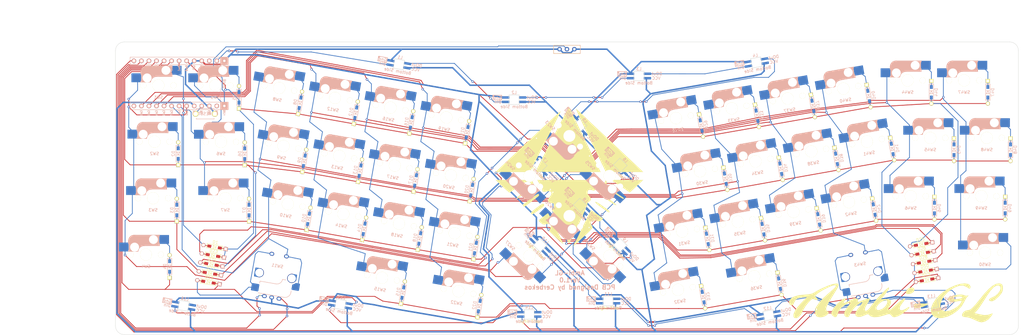
<source format=kicad_pcb>
(kicad_pcb (version 20171130) (host pcbnew "(5.1.12)-1")
  (layers (0 F.Cu signal) (31 B.Cu signal) (34 B.Paste user) (35 F.Paste user) (36 B.SilkS user) (37 F.SilkS user) (38 B.Mask user) (39 F.Mask user) (44 Edge.Cuts user))
  (net 0 "")
  (net 1 "Net-(D1-Pad2)")
  (net 2 Row0)
  (net 3 "Net-(D2-Pad2)")
  (net 4 Row1)
  (net 5 "Net-(D3-Pad2)")
  (net 6 "Net-(D4-Pad2)")
  (net 7 Row3)
  (net 8 "Net-(D5-Pad2)")
  (net 9 "Net-(D6-Pad2)")
  (net 10 "Net-(D7-Pad2)")
  (net 11 "Net-(D8-Pad2)")
  (net 12 "Net-(D9-Pad2)")
  (net 13 "Net-(D10-Pad2)")
  (net 14 "Net-(D11-Pad2)")
  (net 15 "Net-(D12-Pad2)")
  (net 16 "Net-(D13-Pad2)")
  (net 17 "Net-(D14-Pad2)")
  (net 18 "Net-(D15-Pad2)")
  (net 19 "Net-(D16-Pad2)")
  (net 20 "Net-(D17-Pad2)")
  (net 21 "Net-(D18-Pad2)")
  (net 22 "Net-(D19-Pad2)")
  (net 23 "Net-(D20-Pad2)")
  (net 24 "Net-(D21-Pad2)")
  (net 25 "Net-(D22-Pad2)")
  (net 26 "Net-(D23-Pad2)")
  (net 27 "Net-(D24-Pad2)")
  (net 28 "Net-(D29-Pad1)")
  (net 29 "Net-(D30-Pad1)")
  (net 30 "Net-(D31-Pad1)")
  (net 31 "Net-(D32-Pad1)")
  (net 32 "Net-(D33-Pad1)")
  (net 33 "Net-(D34-Pad1)")
  (net 34 "Net-(D35-Pad1)")
  (net 35 "Net-(D36-Pad1)")
  (net 36 "Net-(D37-Pad1)")
  (net 37 "Net-(D38-Pad1)")
  (net 38 "Net-(D39-Pad1)")
  (net 39 "Net-(D40-Pad1)")
  (net 40 "Net-(D41-Pad1)")
  (net 41 "Net-(D42-Pad1)")
  (net 42 "Net-(D43-Pad1)")
  (net 43 "Net-(D44-Pad1)")
  (net 44 "Net-(D45-Pad1)")
  (net 45 "Net-(D46-Pad1)")
  (net 46 "Net-(D47-Pad1)")
  (net 47 "Net-(D48-Pad1)")
  (net 48 "Net-(D49-Pad1)")
  (net 49 "Net-(D50-Pad1)")
  (net 50 GND)
  (net 51 Bat+)
  (net 52 VCC)
  (net 53 "Net-(L1-Pad1)")
  (net 54 LED)
  (net 55 "Net-(L2-Pad1)")
  (net 56 "Net-(L3-Pad1)")
  (net 57 "Net-(L4-Pad1)")
  (net 58 "Net-(L5-Pad1)")
  (net 59 "Net-(L6-Pad1)")
  (net 60 "Net-(L7-Pad1)")
  (net 61 "Net-(L8-Pad1)")
  (net 62 "Net-(L10-Pad3)")
  (net 63 "Net-(L10-Pad1)")
  (net 64 "Net-(L11-Pad1)")
  (net 65 "Net-(L12-Pad1)")
  (net 66 "Net-(L13-Pad1)")
  (net 67 "Net-(L14-Pad1)")
  (net 68 "Net-(L15-Pad1)")
  (net 69 Col0)
  (net 70 Col2)
  (net 71 Col3)
  (net 72 Col4)
  (net 73 Col6)
  (net 74 Reset)
  (net 75 A1)
  (net 76 B1)
  (net 77 C1)
  (net 78 D1)
  (net 79 Col5)
  (net 80 Col1)
  (net 81 "Net-(D25-Pad1)")
  (net 82 "Net-(D26-Pad1)")
  (net 83 "Net-(D27-Pad1)")
  (net 84 "Net-(D28-Pad1)")
  (net 85 Row2)
  (module TENALICE:SW_Cherry_MX_1.00u_Kailh_EC12_my (layer F.Cu) (at 73.23 96.11 170)
    (fp_text reference SW11 (at -0.044488 3.318135 350) (layer B.SilkS) (effects (justify mirror)))
    (fp_text value Rotary_Encoder_Switch)
    (pad MP smd roundrect (at -6.35 0.4 170) (size 1.6 2.3) (layers B.Cu B.Mask) (roundrect_rratio 0.156))
    (pad S2 smd custom (at -7.36 -2.54 170) (size 2 2) (layers B.Cu B.Paste B.Mask) (net 70 Col2) (options (clearance outline) (anchor circle)) (primitives (gr_poly (pts (xy 1.11 0.613) (xy 0.807 0.752) (xy 0.53 0.939) (xy 0.287 1.167) (xy 0.203 1.228) (xy 0.102 1.25) (xy -1.025 1.25) (xy -1.15 1.217) (xy -1.242 1.125) (xy -1.275 1) (xy -1.275 -1) (xy -1.242 -1.125) (xy -1.15 -1.217) (xy -1.025 -1.25) (xy 1.025 -1.25) (xy 1.15 -1.217) (xy 1.242 -1.125) (xy 1.275 -1) (xy 1.275 0.378) (xy 1.255 0.477) (xy 1.196 0.56)) (width 0))))
    (pad S1 smd roundrect (at 6.09 -5.08 170) (size 2.55 2.5) (layers B.Cu B.Paste B.Mask) (roundrect_rratio 0.1) (net 14 "Net-(D11-Pad2)"))
    (pad "" np_thru_hole circle (at 2.54 -5.08 170) (size 3 3) (drill 3) (layers *.Cu *.Mask))
    (pad MP smd roundrect (at 6.35 0 170) (size 1.6 3.1) (layers B.Cu B.Mask) (roundrect_rratio 0.156))
    (pad MP thru_hole circle (at -5.55 0 80) (size 3.1 3.1) (drill 2.7) (layers *.Cu *.Mask))
    (pad MP thru_hole circle (at 5.55 0 80) (size 3.1 3.1) (drill 2.7) (layers *.Cu *.Mask))
    (pad C thru_hole oval (at 0 -7.5 170) (size 1.6 1.3) (drill oval 1 0.7) (layers *.Cu *.Mask) (net 50 GND))
    (pad A thru_hole oval (at 2.5 -7.5 170) (size 1.6 1.3) (drill oval 1 0.7) (layers *.Cu *.Mask) (net 75 A1))
    (pad B thru_hole oval (at -2.5 -7.5 170) (size 1.6 1.3) (drill oval 1 0.7) (layers *.Cu *.Mask) (net 76 B1))
    (pad S2 thru_hole oval (at -2.5 7 170) (size 1.6 1.3) (drill oval 1 0.7) (layers *.Cu *.Mask) (net 70 Col2))
    (pad S1 thru_hole oval (at 2.5 7 170) (size 1.6 1.3) (drill oval 1 0.7) (layers *.Cu *.Mask) (net 14 "Net-(D11-Pad2)"))
    (pad "" np_thru_hole circle (at -3.81 -2.54 170) (size 3 3) (drill 3) (layers *.Cu *.Mask))
    (pad "" np_thru_hole circle (at 0 0 350) (size 4 4) (drill 4) (layers *.Cu *.Mask))
  )
  (module TENALICE:SW_Cherry_MX_1.00u_Kailh_EC12_my (layer F.Cu) (at 270.79 95.62 190)
    (fp_text reference SW43 (at -0.040375 3.338713 190) (layer B.SilkS) (effects (justify mirror)))
    (fp_text value Rotary_Encoder_Switch)
    (pad MP smd roundrect (at -6.35 0.4 190) (size 1.6 2.3) (layers B.Cu B.Mask) (roundrect_rratio 0.156))
    (pad S2 smd custom (at -7.36 -2.54 190) (size 2 2) (layers B.Cu B.Paste B.Mask) (net 72 Col4) (options (clearance outline) (anchor circle)) (primitives (gr_poly (pts (xy 1.11 0.613) (xy 0.807 0.752) (xy 0.53 0.939) (xy 0.287 1.167) (xy 0.203 1.228) (xy 0.102 1.25) (xy -1.025 1.25) (xy -1.15 1.217) (xy -1.242 1.125) (xy -1.275 1) (xy -1.275 -1) (xy -1.242 -1.125) (xy -1.15 -1.217) (xy -1.025 -1.25) (xy 1.025 -1.25) (xy 1.15 -1.217) (xy 1.242 -1.125) (xy 1.275 -1) (xy 1.275 0.378) (xy 1.255 0.477) (xy 1.196 0.56)) (width 0))))
    (pad S1 smd roundrect (at 6.09 -5.08 190) (size 2.55 2.5) (layers B.Cu B.Paste B.Mask) (roundrect_rratio 0.1) (net 42 "Net-(D43-Pad1)"))
    (pad "" np_thru_hole circle (at 2.54 -5.08 190) (size 3 3) (drill 3) (layers *.Cu *.Mask))
    (pad MP smd roundrect (at 6.35 0 190) (size 1.6 3.1) (layers B.Cu B.Mask) (roundrect_rratio 0.156))
    (pad MP thru_hole circle (at -5.55 0 100) (size 3.1 3.1) (drill 2.7) (layers *.Cu *.Mask))
    (pad MP thru_hole circle (at 5.55 0 100) (size 3.1 3.1) (drill 2.7) (layers *.Cu *.Mask))
    (pad C thru_hole oval (at 0 -7.5 190) (size 1.6 1.3) (drill oval 1 0.7) (layers *.Cu *.Mask) (net 50 GND))
    (pad A thru_hole oval (at 2.5 -7.5 190) (size 1.6 1.3) (drill oval 1 0.7) (layers *.Cu *.Mask) (net 77 C1))
    (pad B thru_hole oval (at -2.5 -7.5 190) (size 1.6 1.3) (drill oval 1 0.7) (layers *.Cu *.Mask) (net 78 D1))
    (pad S2 thru_hole oval (at -2.5 7 190) (size 1.6 1.3) (drill oval 1 0.7) (layers *.Cu *.Mask) (net 72 Col4))
    (pad S1 thru_hole oval (at 2.5 7 190) (size 1.6 1.3) (drill oval 1 0.7) (layers *.Cu *.Mask) (net 42 "Net-(D43-Pad1)"))
    (pad "" np_thru_hole circle (at -3.81 -2.54 190) (size 3 3) (drill 3) (layers *.Cu *.Mask))
    (pad "" np_thru_hole circle (at 0 0 10) (size 4 4) (drill 4) (layers *.Cu *.Mask))
  )
  (module "TENALICE:ambi-gl_logo(big)" (layer F.Cu) (at 279.1 105.475)
    (fp_text reference G*** hide)
    (fp_text value LOGO hide)
  )
  (module TENALICE:diamond_small (layer F.Cu) (at 172.425 63.3)
    (fp_text reference G*** hide)
    (fp_text value LOGO hide)
  )
  (module kbd_SW:CherryMX_Hotswap_1.0u (layer F.Cu) (at 114.84 78.6 350)
    (fp_text reference SW18 (at 0 4 170) (layer B.SilkS) (effects (justify mirror)))
    (fp_text value SW_PUSH hide)
    (pad 2 smd rect (at 5.7 -5.12 170) (size 3.3 3) (drill (offset -0.45 0)) (layers B.Cu B.Paste B.Mask) (net 21 "Net-(D18-Pad2)"))
    (pad "" np_thru_hole circle (at -5.08 0 350) (size 2 2) (drill 2) (layers *.Cu *.Mask F.SilkS))
    (pad "" np_thru_hole circle (at 5.08 0 350) (size 2 2) (drill 2) (layers *.Cu *.Mask F.SilkS))
    (pad "" np_thru_hole circle (at 0 0 80) (size 4 4) (drill 4) (layers *.Cu *.Mask F.SilkS))
    (pad "" np_thru_hole circle (at 2.54 -5.08 170) (size 3 3) (drill 3) (layers *.Cu *.Mask))
    (pad "" np_thru_hole circle (at -3.81 -2.54 170) (size 3 3) (drill 3) (layers *.Cu *.Mask))
    (pad 1 smd rect (at -7 -2.58 170) (size 3.3 3) (drill (offset 0.45 0)) (layers B.Cu B.Paste B.Mask) (net 72 Col4))
  )
  (module kbd_SW:CherryMX_Hotswap_1.0u (layer F.Cu) (at 210.28 81.25 10)
    (fp_text reference SW31 (at 0 4 10) (layer B.SilkS) (effects (justify mirror)))
    (fp_text value SW_PUSH hide)
    (pad 2 smd rect (at 5.7 -5.12 190) (size 3.3 3) (drill (offset -0.45 0)) (layers B.Cu B.Paste B.Mask) (net 30 "Net-(D31-Pad1)"))
    (pad "" np_thru_hole circle (at -5.08 0 10) (size 2 2) (drill 2) (layers *.Cu *.Mask F.SilkS))
    (pad "" np_thru_hole circle (at 5.08 0 10) (size 2 2) (drill 2) (layers *.Cu *.Mask F.SilkS))
    (pad "" np_thru_hole circle (at 0 0 100) (size 4 4) (drill 4) (layers *.Cu *.Mask F.SilkS))
    (pad "" np_thru_hole circle (at 2.54 -5.08 190) (size 3 3) (drill 3) (layers *.Cu *.Mask))
    (pad "" np_thru_hole circle (at -3.81 -2.54 190) (size 3 3) (drill 3) (layers *.Cu *.Mask))
    (pad 1 smd rect (at -7 -2.58 190) (size 3.3 3) (drill (offset 0.45 0)) (layers B.Cu B.Paste B.Mask) (net 80 Col1))
  )
  (module kbd_Parts:LED_SK6812MINI-E_BL (layer F.Cu) (at 42.242256 106.320515 350)
    (fp_text reference L16 (at 0 -2.4 170) (layer B.SilkS) (effects (justify mirror)))
    (fp_text value SK6812MINI)
    (fp_line (start -1.75 1.6) (end -1.75 -1.6) (layer Edge.Cuts) (width 0.12))
    (fp_line (start -1.75 -1.6) (end 1.75 -1.6) (layer Edge.Cuts) (width 0.12))
    (fp_line (start 1.75 -1.6) (end 1.75 1.6) (layer Edge.Cuts) (width 0.12))
    (fp_line (start 1.75 1.6) (end -1.75 1.6) (layer Edge.Cuts) (width 0.12))
    (fp_text user Gnd (at -5.69 -0.7 170) (layer B.SilkS) (effects (justify mirror)))
    (fp_text user DIn (at -5.49 0.79 170) (layer B.SilkS) (effects (justify mirror)))
    (fp_text user DOut (at 6.03 -0.75 170) (layer B.SilkS) (effects (justify mirror)))
    (fp_text user VCC (at 5.82 0.75 170) (layer B.SilkS) (effects (justify mirror)))
    (fp_text user "Bottom Side" (at 0 2.35 170) (layer B.SilkS) (effects (justify mirror)))
    (pad 4 smd rect (at 2.5 0.75 350) (size 2.5 0.82) (drill (offset 0.35 0)) (layers B.Cu B.Paste B.Mask) (net 52 VCC))
    (pad 1 smd rect (at 2.5 -0.75 350) (size 2.5 0.82) (drill (offset 0.35 0)) (layers B.Cu B.Paste B.Mask))
    (pad 2 smd rect (at -2.5 -0.75 350) (size 2.5 0.82) (drill (offset -0.35 0)) (layers B.Cu B.Paste B.Mask) (net 50 GND))
    (pad 3 smd rect (at -2.5 0.75 350) (size 2.5 0.82) (drill (offset -0.35 0)) (layers B.Cu B.Paste B.Mask) (net 68 "Net-(L15-Pad1)"))
  )
  (module kbd_SW:CherryMX_Hotswap_1.0u (layer F.Cu) (at 33.75 31.93)
    (fp_text reference SW1 (at 0 4) (layer B.SilkS) (effects (justify mirror)))
    (fp_text value SW_PUSH hide)
    (pad 2 smd rect (at 5.7 -5.12 180) (size 3.3 3) (drill (offset -0.45 0)) (layers B.Cu B.Paste B.Mask) (net 1 "Net-(D1-Pad2)"))
    (pad "" np_thru_hole circle (at -5.08 0) (size 2 2) (drill 2) (layers *.Cu *.Mask F.SilkS))
    (pad "" np_thru_hole circle (at 5.08 0) (size 2 2) (drill 2) (layers *.Cu *.Mask F.SilkS))
    (pad "" np_thru_hole circle (at 0 0 90) (size 4 4) (drill 4) (layers *.Cu *.Mask F.SilkS))
    (pad "" np_thru_hole circle (at 2.54 -5.08 180) (size 3 3) (drill 3) (layers *.Cu *.Mask))
    (pad "" np_thru_hole circle (at -3.81 -2.54 180) (size 3 3) (drill 3) (layers *.Cu *.Mask))
    (pad 1 smd rect (at -7 -2.58 180) (size 3.3 3) (drill (offset 0.45 0)) (layers B.Cu B.Paste B.Mask) (net 69 Col0))
  )
  (module kbd_SW:CherryMX_Hotswap_1.0u (layer F.Cu) (at 52.92 31.95)
    (fp_text reference SW5 (at 0 4) (layer B.SilkS) (effects (justify mirror)))
    (fp_text value SW_PUSH hide)
    (pad 2 smd rect (at 5.7 -5.12 180) (size 3.3 3) (drill (offset -0.45 0)) (layers B.Cu B.Paste B.Mask) (net 8 "Net-(D5-Pad2)"))
    (pad "" np_thru_hole circle (at -5.08 0) (size 2 2) (drill 2) (layers *.Cu *.Mask F.SilkS))
    (pad "" np_thru_hole circle (at 5.08 0) (size 2 2) (drill 2) (layers *.Cu *.Mask F.SilkS))
    (pad "" np_thru_hole circle (at 0 0 90) (size 4 4) (drill 4) (layers *.Cu *.Mask F.SilkS))
    (pad "" np_thru_hole circle (at 2.54 -5.08 180) (size 3 3) (drill 3) (layers *.Cu *.Mask))
    (pad "" np_thru_hole circle (at -3.81 -2.54 180) (size 3 3) (drill 3) (layers *.Cu *.Mask))
    (pad 1 smd rect (at -7 -2.58 180) (size 3.3 3) (drill (offset 0.45 0)) (layers B.Cu B.Paste B.Mask) (net 80 Col1))
  )
  (module kbd_SW:CherryMX_Hotswap_1.0u (layer F.Cu) (at 312.95 49.63)
    (fp_text reference SW48 (at 0 4) (layer B.SilkS) (effects (justify mirror)))
    (fp_text value SW_PUSH hide)
    (pad 2 smd rect (at 5.7 -5.12 180) (size 3.3 3) (drill (offset -0.45 0)) (layers B.Cu B.Paste B.Mask) (net 47 "Net-(D48-Pad1)"))
    (pad "" np_thru_hole circle (at -5.08 0) (size 2 2) (drill 2) (layers *.Cu *.Mask F.SilkS))
    (pad "" np_thru_hole circle (at 5.08 0) (size 2 2) (drill 2) (layers *.Cu *.Mask F.SilkS))
    (pad "" np_thru_hole circle (at 0 0 90) (size 4 4) (drill 4) (layers *.Cu *.Mask F.SilkS))
    (pad "" np_thru_hole circle (at 2.54 -5.08 180) (size 3 3) (drill 3) (layers *.Cu *.Mask))
    (pad "" np_thru_hole circle (at -3.81 -2.54 180) (size 3 3) (drill 3) (layers *.Cu *.Mask))
    (pad 1 smd rect (at -7 -2.58 180) (size 3.3 3) (drill (offset 0.45 0)) (layers B.Cu B.Paste B.Mask) (net 73 Col6))
  )
  (module kbd_SW:CherryMX_Hotswap_1.0u (layer F.Cu) (at 305.31 30.24)
    (fp_text reference SW47 (at 0 4) (layer B.SilkS) (effects (justify mirror)))
    (fp_text value SW_PUSH hide)
    (pad 2 smd rect (at 5.7 -5.12 180) (size 3.3 3) (drill (offset -0.45 0)) (layers B.Cu B.Paste B.Mask) (net 46 "Net-(D47-Pad1)"))
    (pad "" np_thru_hole circle (at -5.08 0) (size 2 2) (drill 2) (layers *.Cu *.Mask F.SilkS))
    (pad "" np_thru_hole circle (at 5.08 0) (size 2 2) (drill 2) (layers *.Cu *.Mask F.SilkS))
    (pad "" np_thru_hole circle (at 0 0 90) (size 4 4) (drill 4) (layers *.Cu *.Mask F.SilkS))
    (pad "" np_thru_hole circle (at 2.54 -5.08 180) (size 3 3) (drill 3) (layers *.Cu *.Mask))
    (pad "" np_thru_hole circle (at -3.81 -2.54 180) (size 3 3) (drill 3) (layers *.Cu *.Mask))
    (pad 1 smd rect (at -7 -2.58 180) (size 3.3 3) (drill (offset 0.45 0)) (layers B.Cu B.Paste B.Mask) (net 73 Col6))
  )
  (module kbd_SW:CherryMX_Hotswap_1.0u (layer F.Cu) (at 287.31 69.33)
    (fp_text reference SW46 (at 0 4) (layer B.SilkS) (effects (justify mirror)))
    (fp_text value SW_PUSH hide)
    (pad 2 smd rect (at 5.7 -5.12 180) (size 3.3 3) (drill (offset -0.45 0)) (layers B.Cu B.Paste B.Mask) (net 45 "Net-(D46-Pad1)"))
    (pad "" np_thru_hole circle (at -5.08 0) (size 2 2) (drill 2) (layers *.Cu *.Mask F.SilkS))
    (pad "" np_thru_hole circle (at 5.08 0) (size 2 2) (drill 2) (layers *.Cu *.Mask F.SilkS))
    (pad "" np_thru_hole circle (at 0 0 90) (size 4 4) (drill 4) (layers *.Cu *.Mask F.SilkS))
    (pad "" np_thru_hole circle (at 2.54 -5.08 180) (size 3 3) (drill 3) (layers *.Cu *.Mask))
    (pad "" np_thru_hole circle (at -3.81 -2.54 180) (size 3 3) (drill 3) (layers *.Cu *.Mask))
    (pad 1 smd rect (at -7 -2.58 180) (size 3.3 3) (drill (offset 0.45 0)) (layers B.Cu B.Paste B.Mask) (net 79 Col5))
  )
  (module kbd_SW:CherryMX_Hotswap_1.0u (layer F.Cu) (at 293.9 49.64)
    (fp_text reference SW45 (at 0 4) (layer B.SilkS) (effects (justify mirror)))
    (fp_text value SW_PUSH hide)
    (pad 2 smd rect (at 5.7 -5.12 180) (size 3.3 3) (drill (offset -0.45 0)) (layers B.Cu B.Paste B.Mask) (net 44 "Net-(D45-Pad1)"))
    (pad "" np_thru_hole circle (at -5.08 0) (size 2 2) (drill 2) (layers *.Cu *.Mask F.SilkS))
    (pad "" np_thru_hole circle (at 5.08 0) (size 2 2) (drill 2) (layers *.Cu *.Mask F.SilkS))
    (pad "" np_thru_hole circle (at 0 0 90) (size 4 4) (drill 4) (layers *.Cu *.Mask F.SilkS))
    (pad "" np_thru_hole circle (at 2.54 -5.08 180) (size 3 3) (drill 3) (layers *.Cu *.Mask))
    (pad "" np_thru_hole circle (at -3.81 -2.54 180) (size 3 3) (drill 3) (layers *.Cu *.Mask))
    (pad 1 smd rect (at -7 -2.58 180) (size 3.3 3) (drill (offset 0.45 0)) (layers B.Cu B.Paste B.Mask) (net 79 Col5))
  )
  (module kbd_SW:CherryMX_Hotswap_1.0u (layer F.Cu) (at 286.27 30.24)
    (fp_text reference SW44 (at 0 4) (layer B.SilkS) (effects (justify mirror)))
    (fp_text value SW_PUSH hide)
    (pad 2 smd rect (at 5.7 -5.12 180) (size 3.3 3) (drill (offset -0.45 0)) (layers B.Cu B.Paste B.Mask) (net 43 "Net-(D44-Pad1)"))
    (pad "" np_thru_hole circle (at -5.08 0) (size 2 2) (drill 2) (layers *.Cu *.Mask F.SilkS))
    (pad "" np_thru_hole circle (at 5.08 0) (size 2 2) (drill 2) (layers *.Cu *.Mask F.SilkS))
    (pad "" np_thru_hole circle (at 0 0 90) (size 4 4) (drill 4) (layers *.Cu *.Mask F.SilkS))
    (pad "" np_thru_hole circle (at 2.54 -5.08 180) (size 3 3) (drill 3) (layers *.Cu *.Mask))
    (pad "" np_thru_hole circle (at -3.81 -2.54 180) (size 3 3) (drill 3) (layers *.Cu *.Mask))
    (pad 1 smd rect (at -7 -2.58 180) (size 3.3 3) (drill (offset 0.45 0)) (layers B.Cu B.Paste B.Mask) (net 79 Col5))
  )
  (module kbd_SW:CherryMX_Hotswap_1.0u (layer F.Cu) (at 266.5 71.34 10)
    (fp_text reference SW42 (at 0 4 10) (layer B.SilkS) (effects (justify mirror)))
    (fp_text value SW_PUSH hide)
    (pad 2 smd rect (at 5.7 -5.12 190) (size 3.3 3) (drill (offset -0.45 0)) (layers B.Cu B.Paste B.Mask) (net 41 "Net-(D42-Pad1)"))
    (pad "" np_thru_hole circle (at -5.08 0 10) (size 2 2) (drill 2) (layers *.Cu *.Mask F.SilkS))
    (pad "" np_thru_hole circle (at 5.08 0 10) (size 2 2) (drill 2) (layers *.Cu *.Mask F.SilkS))
    (pad "" np_thru_hole circle (at 0 0 100) (size 4 4) (drill 4) (layers *.Cu *.Mask F.SilkS))
    (pad "" np_thru_hole circle (at 2.54 -5.08 190) (size 3 3) (drill 3) (layers *.Cu *.Mask))
    (pad "" np_thru_hole circle (at -3.81 -2.54 190) (size 3 3) (drill 3) (layers *.Cu *.Mask))
    (pad 1 smd rect (at -7 -2.58 190) (size 3.3 3) (drill (offset 0.45 0)) (layers B.Cu B.Paste B.Mask) (net 72 Col4))
  )
  (module kbd_SW:CherryMX_Hotswap_1.0u (layer F.Cu) (at 272.58 50.88 10)
    (fp_text reference SW41 (at 0 4 10) (layer B.SilkS) (effects (justify mirror)))
    (fp_text value SW_PUSH hide)
    (pad 2 smd rect (at 5.7 -5.12 190) (size 3.3 3) (drill (offset -0.45 0)) (layers B.Cu B.Paste B.Mask) (net 40 "Net-(D41-Pad1)"))
    (pad "" np_thru_hole circle (at -5.08 0 10) (size 2 2) (drill 2) (layers *.Cu *.Mask F.SilkS))
    (pad "" np_thru_hole circle (at 5.08 0 10) (size 2 2) (drill 2) (layers *.Cu *.Mask F.SilkS))
    (pad "" np_thru_hole circle (at 0 0 100) (size 4 4) (drill 4) (layers *.Cu *.Mask F.SilkS))
    (pad "" np_thru_hole circle (at 2.54 -5.08 190) (size 3 3) (drill 3) (layers *.Cu *.Mask))
    (pad "" np_thru_hole circle (at -3.81 -2.54 190) (size 3 3) (drill 3) (layers *.Cu *.Mask))
    (pad 1 smd rect (at -7 -2.58 190) (size 3.3 3) (drill (offset 0.45 0)) (layers B.Cu B.Paste B.Mask) (net 72 Col4))
  )
  (module kbd_SW:CherryMX_Hotswap_1.0u (layer F.Cu) (at 264.64 33.01 10)
    (fp_text reference SW40 (at 0 4 10) (layer B.SilkS) (effects (justify mirror)))
    (fp_text value SW_PUSH hide)
    (pad 2 smd rect (at 5.7 -5.12 190) (size 3.3 3) (drill (offset -0.45 0)) (layers B.Cu B.Paste B.Mask) (net 39 "Net-(D40-Pad1)"))
    (pad "" np_thru_hole circle (at -5.08 0 10) (size 2 2) (drill 2) (layers *.Cu *.Mask F.SilkS))
    (pad "" np_thru_hole circle (at 5.08 0 10) (size 2 2) (drill 2) (layers *.Cu *.Mask F.SilkS))
    (pad "" np_thru_hole circle (at 0 0 100) (size 4 4) (drill 4) (layers *.Cu *.Mask F.SilkS))
    (pad "" np_thru_hole circle (at 2.54 -5.08 190) (size 3 3) (drill 3) (layers *.Cu *.Mask))
    (pad "" np_thru_hole circle (at -3.81 -2.54 190) (size 3 3) (drill 3) (layers *.Cu *.Mask))
    (pad 1 smd rect (at -7 -2.58 190) (size 3.3 3) (drill (offset 0.45 0)) (layers B.Cu B.Paste B.Mask) (net 72 Col4))
  )
  (module kbd_SW:CherryMX_Hotswap_1.0u (layer F.Cu) (at 247.8 74.65 10)
    (fp_text reference SW39 (at 0 4 10) (layer B.SilkS) (effects (justify mirror)))
    (fp_text value SW_PUSH hide)
    (pad 2 smd rect (at 5.7 -5.12 190) (size 3.3 3) (drill (offset -0.45 0)) (layers B.Cu B.Paste B.Mask) (net 38 "Net-(D39-Pad1)"))
    (pad "" np_thru_hole circle (at -5.08 0 10) (size 2 2) (drill 2) (layers *.Cu *.Mask F.SilkS))
    (pad "" np_thru_hole circle (at 5.08 0 10) (size 2 2) (drill 2) (layers *.Cu *.Mask F.SilkS))
    (pad "" np_thru_hole circle (at 0 0 100) (size 4 4) (drill 4) (layers *.Cu *.Mask F.SilkS))
    (pad "" np_thru_hole circle (at 2.54 -5.08 190) (size 3 3) (drill 3) (layers *.Cu *.Mask))
    (pad "" np_thru_hole circle (at -3.81 -2.54 190) (size 3 3) (drill 3) (layers *.Cu *.Mask))
    (pad 1 smd rect (at -7 -2.58 190) (size 3.3 3) (drill (offset 0.45 0)) (layers B.Cu B.Paste B.Mask) (net 71 Col3))
  )
  (module kbd_SW:CherryMX_Hotswap_1.0u (layer F.Cu) (at 253.81 54.22 10)
    (fp_text reference SW38 (at 0 4 10) (layer B.SilkS) (effects (justify mirror)))
    (fp_text value SW_PUSH hide)
    (pad 2 smd rect (at 5.7 -5.12 190) (size 3.3 3) (drill (offset -0.45 0)) (layers B.Cu B.Paste B.Mask) (net 37 "Net-(D38-Pad1)"))
    (pad "" np_thru_hole circle (at -5.08 0 10) (size 2 2) (drill 2) (layers *.Cu *.Mask F.SilkS))
    (pad "" np_thru_hole circle (at 5.08 0 10) (size 2 2) (drill 2) (layers *.Cu *.Mask F.SilkS))
    (pad "" np_thru_hole circle (at 0 0 100) (size 4 4) (drill 4) (layers *.Cu *.Mask F.SilkS))
    (pad "" np_thru_hole circle (at 2.54 -5.08 190) (size 3 3) (drill 3) (layers *.Cu *.Mask))
    (pad "" np_thru_hole circle (at -3.81 -2.54 190) (size 3 3) (drill 3) (layers *.Cu *.Mask))
    (pad 1 smd rect (at -7 -2.58 190) (size 3.3 3) (drill (offset 0.45 0)) (layers B.Cu B.Paste B.Mask) (net 71 Col3))
  )
  (module kbd_SW:CherryMX_Hotswap_1.0u (layer F.Cu) (at 245.84 36.35 10)
    (fp_text reference SW37 (at 0 4 10) (layer B.SilkS) (effects (justify mirror)))
    (fp_text value SW_PUSH hide)
    (pad 2 smd rect (at 5.7 -5.12 190) (size 3.3 3) (drill (offset -0.45 0)) (layers B.Cu B.Paste B.Mask) (net 36 "Net-(D37-Pad1)"))
    (pad "" np_thru_hole circle (at -5.08 0 10) (size 2 2) (drill 2) (layers *.Cu *.Mask F.SilkS))
    (pad "" np_thru_hole circle (at 5.08 0 10) (size 2 2) (drill 2) (layers *.Cu *.Mask F.SilkS))
    (pad "" np_thru_hole circle (at 0 0 100) (size 4 4) (drill 4) (layers *.Cu *.Mask F.SilkS))
    (pad "" np_thru_hole circle (at 2.54 -5.08 190) (size 3 3) (drill 3) (layers *.Cu *.Mask))
    (pad "" np_thru_hole circle (at -3.81 -2.54 190) (size 3 3) (drill 3) (layers *.Cu *.Mask))
    (pad 1 smd rect (at -7 -2.58 190) (size 3.3 3) (drill (offset 0.45 0)) (layers B.Cu B.Paste B.Mask) (net 71 Col3))
  )
  (module kbd_SW:CherryMX_Hotswap_1.0u (layer F.Cu) (at 229.03 77.96 10)
    (fp_text reference SW35 (at 0 4 10) (layer B.SilkS) (effects (justify mirror)))
    (fp_text value SW_PUSH hide)
    (pad 2 smd rect (at 5.7 -5.12 190) (size 3.3 3) (drill (offset -0.45 0)) (layers B.Cu B.Paste B.Mask) (net 34 "Net-(D35-Pad1)"))
    (pad "" np_thru_hole circle (at -5.08 0 10) (size 2 2) (drill 2) (layers *.Cu *.Mask F.SilkS))
    (pad "" np_thru_hole circle (at 5.08 0 10) (size 2 2) (drill 2) (layers *.Cu *.Mask F.SilkS))
    (pad "" np_thru_hole circle (at 0 0 100) (size 4 4) (drill 4) (layers *.Cu *.Mask F.SilkS))
    (pad "" np_thru_hole circle (at 2.54 -5.08 190) (size 3 3) (drill 3) (layers *.Cu *.Mask))
    (pad "" np_thru_hole circle (at -3.81 -2.54 190) (size 3 3) (drill 3) (layers *.Cu *.Mask))
    (pad 1 smd rect (at -7 -2.58 190) (size 3.3 3) (drill (offset 0.45 0)) (layers B.Cu B.Paste B.Mask) (net 70 Col2))
  )
  (module kbd_SW:CherryMX_Hotswap_1.0u (layer F.Cu) (at 235.02 57.56 10)
    (fp_text reference SW34 (at 0 4 10) (layer B.SilkS) (effects (justify mirror)))
    (fp_text value SW_PUSH hide)
    (pad 2 smd rect (at 5.7 -5.12 190) (size 3.3 3) (drill (offset -0.45 0)) (layers B.Cu B.Paste B.Mask) (net 33 "Net-(D34-Pad1)"))
    (pad "" np_thru_hole circle (at -5.08 0 10) (size 2 2) (drill 2) (layers *.Cu *.Mask F.SilkS))
    (pad "" np_thru_hole circle (at 5.08 0 10) (size 2 2) (drill 2) (layers *.Cu *.Mask F.SilkS))
    (pad "" np_thru_hole circle (at 0 0 100) (size 4 4) (drill 4) (layers *.Cu *.Mask F.SilkS))
    (pad "" np_thru_hole circle (at 2.54 -5.08 190) (size 3 3) (drill 3) (layers *.Cu *.Mask))
    (pad "" np_thru_hole circle (at -3.81 -2.54 190) (size 3 3) (drill 3) (layers *.Cu *.Mask))
    (pad 1 smd rect (at -7 -2.58 190) (size 3.3 3) (drill (offset 0.45 0)) (layers B.Cu B.Paste B.Mask) (net 70 Col2))
  )
  (module kbd_SW:CherryMX_Hotswap_1.0u (layer F.Cu) (at 227 39.68 10)
    (fp_text reference SW33 (at 0 4 10) (layer B.SilkS) (effects (justify mirror)))
    (fp_text value SW_PUSH hide)
    (pad 2 smd rect (at 5.7 -5.12 190) (size 3.3 3) (drill (offset -0.45 0)) (layers B.Cu B.Paste B.Mask) (net 32 "Net-(D33-Pad1)"))
    (pad "" np_thru_hole circle (at -5.08 0 10) (size 2 2) (drill 2) (layers *.Cu *.Mask F.SilkS))
    (pad "" np_thru_hole circle (at 5.08 0 10) (size 2 2) (drill 2) (layers *.Cu *.Mask F.SilkS))
    (pad "" np_thru_hole circle (at 0 0 100) (size 4 4) (drill 4) (layers *.Cu *.Mask F.SilkS))
    (pad "" np_thru_hole circle (at 2.54 -5.08 190) (size 3 3) (drill 3) (layers *.Cu *.Mask))
    (pad "" np_thru_hole circle (at -3.81 -2.54 190) (size 3 3) (drill 3) (layers *.Cu *.Mask))
    (pad 1 smd rect (at -7 -2.58 190) (size 3.3 3) (drill (offset 0.45 0)) (layers B.Cu B.Paste B.Mask) (net 70 Col2))
  )
  (module kbd_SW:CherryMX_Hotswap_1.0u (layer F.Cu) (at 208.86 100.9 10)
    (fp_text reference SW32 (at 0 4 10) (layer B.SilkS) (effects (justify mirror)))
    (fp_text value SW_PUSH hide)
    (pad 2 smd rect (at 5.7 -5.12 190) (size 3.3 3) (drill (offset -0.45 0)) (layers B.Cu B.Paste B.Mask) (net 31 "Net-(D32-Pad1)"))
    (pad "" np_thru_hole circle (at -5.08 0 10) (size 2 2) (drill 2) (layers *.Cu *.Mask F.SilkS))
    (pad "" np_thru_hole circle (at 5.08 0 10) (size 2 2) (drill 2) (layers *.Cu *.Mask F.SilkS))
    (pad "" np_thru_hole circle (at 0 0 100) (size 4 4) (drill 4) (layers *.Cu *.Mask F.SilkS))
    (pad "" np_thru_hole circle (at 2.54 -5.08 190) (size 3 3) (drill 3) (layers *.Cu *.Mask))
    (pad "" np_thru_hole circle (at -3.81 -2.54 190) (size 3 3) (drill 3) (layers *.Cu *.Mask))
    (pad 1 smd rect (at -7 -2.58 190) (size 3.3 3) (drill (offset 0.45 0)) (layers B.Cu B.Paste B.Mask) (net 80 Col1))
  )
  (module kbd_SW:CherryMX_Hotswap_1.0u (layer F.Cu) (at 216.33 60.92 10)
    (fp_text reference SW30 (at 0 4 10) (layer B.SilkS) (effects (justify mirror)))
    (fp_text value SW_PUSH hide)
    (pad 2 smd rect (at 5.7 -5.12 190) (size 3.3 3) (drill (offset -0.45 0)) (layers B.Cu B.Paste B.Mask) (net 29 "Net-(D30-Pad1)"))
    (pad "" np_thru_hole circle (at -5.08 0 10) (size 2 2) (drill 2) (layers *.Cu *.Mask F.SilkS))
    (pad "" np_thru_hole circle (at 5.08 0 10) (size 2 2) (drill 2) (layers *.Cu *.Mask F.SilkS))
    (pad "" np_thru_hole circle (at 0 0 100) (size 4 4) (drill 4) (layers *.Cu *.Mask F.SilkS))
    (pad "" np_thru_hole circle (at 2.54 -5.08 190) (size 3 3) (drill 3) (layers *.Cu *.Mask))
    (pad "" np_thru_hole circle (at -3.81 -2.54 190) (size 3 3) (drill 3) (layers *.Cu *.Mask))
    (pad 1 smd rect (at -7 -2.58 190) (size 3.3 3) (drill (offset 0.45 0)) (layers B.Cu B.Paste B.Mask) (net 80 Col1))
  )
  (module kbd_SW:CherryMX_Hotswap_1.0u (layer F.Cu) (at 208.18 42.98 10)
    (fp_text reference SW29 (at 0 4 10) (layer B.SilkS) (effects (justify mirror)))
    (fp_text value SW_PUSH hide)
    (pad 2 smd rect (at 5.7 -5.12 190) (size 3.3 3) (drill (offset -0.45 0)) (layers B.Cu B.Paste B.Mask) (net 28 "Net-(D29-Pad1)"))
    (pad "" np_thru_hole circle (at -5.08 0 10) (size 2 2) (drill 2) (layers *.Cu *.Mask F.SilkS))
    (pad "" np_thru_hole circle (at 5.08 0 10) (size 2 2) (drill 2) (layers *.Cu *.Mask F.SilkS))
    (pad "" np_thru_hole circle (at 0 0 100) (size 4 4) (drill 4) (layers *.Cu *.Mask F.SilkS))
    (pad "" np_thru_hole circle (at 2.54 -5.08 190) (size 3 3) (drill 3) (layers *.Cu *.Mask))
    (pad "" np_thru_hole circle (at -3.81 -2.54 190) (size 3 3) (drill 3) (layers *.Cu *.Mask))
    (pad 1 smd rect (at -7 -2.58 190) (size 3.3 3) (drill (offset 0.45 0)) (layers B.Cu B.Paste B.Mask) (net 80 Col1))
  )
  (module kbd_SW:CherryMX_Hotswap_1.0u (layer F.Cu) (at 185.78 89.44 135)
    (fp_text reference SW28 (at 7.071068 -2.12132 135) (layer B.SilkS) (effects (justify mirror)))
    (fp_text value SW_PUSH hide)
    (pad 2 smd rect (at 5.7 -5.12 315) (size 3.3 3) (drill (offset -0.45 0)) (layers B.Cu B.Paste B.Mask) (net 84 "Net-(D28-Pad1)"))
    (pad "" np_thru_hole circle (at -5.08 0 135) (size 2 2) (drill 2) (layers *.Cu *.Mask F.SilkS))
    (pad "" np_thru_hole circle (at 5.08 0 135) (size 2 2) (drill 2) (layers *.Cu *.Mask F.SilkS))
    (pad "" np_thru_hole circle (at 0 0 225) (size 4 4) (drill 4) (layers *.Cu *.Mask F.SilkS))
    (pad "" np_thru_hole circle (at 2.54 -5.08 315) (size 3 3) (drill 3) (layers *.Cu *.Mask))
    (pad "" np_thru_hole circle (at -3.81 -2.54 315) (size 3 3) (drill 3) (layers *.Cu *.Mask))
    (pad 1 smd rect (at -7 -2.58 315) (size 3.3 3) (drill (offset 0.45 0)) (layers B.Cu B.Paste B.Mask) (net 69 Col0))
  )
  (module kbd_SW:CherryMX_Hotswap_1.0u (layer F.Cu) (at 158.8 89.5 135)
    (fp_text reference SW27 (at 7.071068 -2.12132 135) (layer B.SilkS) (effects (justify mirror)))
    (fp_text value SW_PUSH hide)
    (pad 2 smd rect (at 5.7 -5.12 315) (size 3.3 3) (drill (offset -0.45 0)) (layers B.Cu B.Paste B.Mask) (net 83 "Net-(D27-Pad1)"))
    (pad "" np_thru_hole circle (at -5.08 0 135) (size 2 2) (drill 2) (layers *.Cu *.Mask F.SilkS))
    (pad "" np_thru_hole circle (at 5.08 0 135) (size 2 2) (drill 2) (layers *.Cu *.Mask F.SilkS))
    (pad "" np_thru_hole circle (at 0 0 225) (size 4 4) (drill 4) (layers *.Cu *.Mask F.SilkS))
    (pad "" np_thru_hole circle (at 2.54 -5.08 315) (size 3 3) (drill 3) (layers *.Cu *.Mask))
    (pad "" np_thru_hole circle (at -3.81 -2.54 315) (size 3 3) (drill 3) (layers *.Cu *.Mask))
    (pad 1 smd rect (at -7 -2.58 315) (size 3.3 3) (drill (offset 0.45 0)) (layers B.Cu B.Paste B.Mask) (net 69 Col0))
  )
  (module kbd_SW:CherryMX_Hotswap_1.0u (layer F.Cu) (at 172.29 75.97 135)
    (fp_text reference SW26 (at 7.071068 -2.12132 135) (layer B.SilkS) (effects (justify mirror)))
    (fp_text value SW_PUSH hide)
    (pad 2 smd rect (at 5.7 -5.12 315) (size 3.3 3) (drill (offset -0.45 0)) (layers B.Cu B.Paste B.Mask) (net 82 "Net-(D26-Pad1)"))
    (pad "" np_thru_hole circle (at -5.08 0 135) (size 2 2) (drill 2) (layers *.Cu *.Mask F.SilkS))
    (pad "" np_thru_hole circle (at 5.08 0 135) (size 2 2) (drill 2) (layers *.Cu *.Mask F.SilkS))
    (pad "" np_thru_hole circle (at 0 0 225) (size 4 4) (drill 4) (layers *.Cu *.Mask F.SilkS))
    (pad "" np_thru_hole circle (at 2.54 -5.08 315) (size 3 3) (drill 3) (layers *.Cu *.Mask))
    (pad "" np_thru_hole circle (at -3.81 -2.54 315) (size 3 3) (drill 3) (layers *.Cu *.Mask))
    (pad 1 smd rect (at -7 -2.58 315) (size 3.3 3) (drill (offset 0.45 0)) (layers B.Cu B.Paste B.Mask) (net 69 Col0))
  )
  (module kbd_SW:CherryMX_Hotswap_1.0u (layer F.Cu) (at 185.8 62.44 135)
    (fp_text reference SW25 (at 7.071068 -2.12132 135) (layer B.SilkS) (effects (justify mirror)))
    (fp_text value SW_PUSH hide)
    (pad 2 smd rect (at 5.7 -5.12 315) (size 3.3 3) (drill (offset -0.45 0)) (layers B.Cu B.Paste B.Mask) (net 81 "Net-(D25-Pad1)"))
    (pad "" np_thru_hole circle (at -5.08 0 135) (size 2 2) (drill 2) (layers *.Cu *.Mask F.SilkS))
    (pad "" np_thru_hole circle (at 5.08 0 135) (size 2 2) (drill 2) (layers *.Cu *.Mask F.SilkS))
    (pad "" np_thru_hole circle (at 0 0 225) (size 4 4) (drill 4) (layers *.Cu *.Mask F.SilkS))
    (pad "" np_thru_hole circle (at 2.54 -5.08 315) (size 3 3) (drill 3) (layers *.Cu *.Mask))
    (pad "" np_thru_hole circle (at -3.81 -2.54 315) (size 3 3) (drill 3) (layers *.Cu *.Mask))
    (pad 1 smd rect (at -7 -2.58 315) (size 3.3 3) (drill (offset 0.45 0)) (layers B.Cu B.Paste B.Mask) (net 69 Col0))
  )
  (module kbd_SW:CherryMX_Hotswap_1.0u (layer F.Cu) (at 158.81 62.51 135)
    (fp_text reference SW24 (at 7.071068 -2.12132 135) (layer B.SilkS) (effects (justify mirror)))
    (fp_text value SW_PUSH hide)
    (pad 2 smd rect (at 5.7 -5.12 315) (size 3.3 3) (drill (offset -0.45 0)) (layers B.Cu B.Paste B.Mask) (net 27 "Net-(D24-Pad2)"))
    (pad "" np_thru_hole circle (at -5.08 0 135) (size 2 2) (drill 2) (layers *.Cu *.Mask F.SilkS))
    (pad "" np_thru_hole circle (at 5.08 0 135) (size 2 2) (drill 2) (layers *.Cu *.Mask F.SilkS))
    (pad "" np_thru_hole circle (at 0 0 225) (size 4 4) (drill 4) (layers *.Cu *.Mask F.SilkS))
    (pad "" np_thru_hole circle (at 2.54 -5.08 315) (size 3 3) (drill 3) (layers *.Cu *.Mask))
    (pad "" np_thru_hole circle (at -3.81 -2.54 315) (size 3 3) (drill 3) (layers *.Cu *.Mask))
    (pad 1 smd rect (at -7 -2.58 315) (size 3.3 3) (drill (offset 0.45 0)) (layers B.Cu B.Paste B.Mask) (net 73 Col6))
  )
  (module kbd_SW:CherryMX_Hotswap_1.0u (layer F.Cu) (at 172.27 48.98 135)
    (fp_text reference SW23 (at 7.071068 -2.12132 135) (layer B.SilkS) (effects (justify mirror)))
    (fp_text value SW_PUSH hide)
    (pad 2 smd rect (at 5.7 -5.12 315) (size 3.3 3) (drill (offset -0.45 0)) (layers B.Cu B.Paste B.Mask) (net 26 "Net-(D23-Pad2)"))
    (pad "" np_thru_hole circle (at -5.08 0 135) (size 2 2) (drill 2) (layers *.Cu *.Mask F.SilkS))
    (pad "" np_thru_hole circle (at 5.08 0 135) (size 2 2) (drill 2) (layers *.Cu *.Mask F.SilkS))
    (pad "" np_thru_hole circle (at 0 0 225) (size 4 4) (drill 4) (layers *.Cu *.Mask F.SilkS))
    (pad "" np_thru_hole circle (at 2.54 -5.08 315) (size 3 3) (drill 3) (layers *.Cu *.Mask))
    (pad "" np_thru_hole circle (at -3.81 -2.54 315) (size 3 3) (drill 3) (layers *.Cu *.Mask))
    (pad 1 smd rect (at -7 -2.58 315) (size 3.3 3) (drill (offset 0.45 0)) (layers B.Cu B.Paste B.Mask) (net 73 Col6))
  )
  (module kbd_SW:CherryMX_Hotswap_1.0u (layer F.Cu) (at 134.91 101.42 350)
    (fp_text reference SW22 (at 0 4 170) (layer B.SilkS) (effects (justify mirror)))
    (fp_text value SW_PUSH hide)
    (pad 2 smd rect (at 5.7 -5.12 170) (size 3.3 3) (drill (offset -0.45 0)) (layers B.Cu B.Paste B.Mask) (net 25 "Net-(D22-Pad2)"))
    (pad "" np_thru_hole circle (at -5.08 0 350) (size 2 2) (drill 2) (layers *.Cu *.Mask F.SilkS))
    (pad "" np_thru_hole circle (at 5.08 0 350) (size 2 2) (drill 2) (layers *.Cu *.Mask F.SilkS))
    (pad "" np_thru_hole circle (at 0 0 80) (size 4 4) (drill 4) (layers *.Cu *.Mask F.SilkS))
    (pad "" np_thru_hole circle (at 2.54 -5.08 170) (size 3 3) (drill 3) (layers *.Cu *.Mask))
    (pad "" np_thru_hole circle (at -3.81 -2.54 170) (size 3 3) (drill 3) (layers *.Cu *.Mask))
    (pad 1 smd rect (at -7 -2.58 170) (size 3.3 3) (drill (offset 0.45 0)) (layers B.Cu B.Paste B.Mask) (net 79 Col5))
  )
  (module kbd_SW:CherryMX_Hotswap_1.0u (layer F.Cu) (at 133.6 81.83 350)
    (fp_text reference SW21 (at 0 4 170) (layer B.SilkS) (effects (justify mirror)))
    (fp_text value SW_PUSH hide)
    (pad 2 smd rect (at 5.7 -5.12 170) (size 3.3 3) (drill (offset -0.45 0)) (layers B.Cu B.Paste B.Mask) (net 24 "Net-(D21-Pad2)"))
    (pad "" np_thru_hole circle (at -5.08 0 350) (size 2 2) (drill 2) (layers *.Cu *.Mask F.SilkS))
    (pad "" np_thru_hole circle (at 5.08 0 350) (size 2 2) (drill 2) (layers *.Cu *.Mask F.SilkS))
    (pad "" np_thru_hole circle (at 0 0 80) (size 4 4) (drill 4) (layers *.Cu *.Mask F.SilkS))
    (pad "" np_thru_hole circle (at 2.54 -5.08 170) (size 3 3) (drill 3) (layers *.Cu *.Mask))
    (pad "" np_thru_hole circle (at -3.81 -2.54 170) (size 3 3) (drill 3) (layers *.Cu *.Mask))
    (pad 1 smd rect (at -7 -2.58 170) (size 3.3 3) (drill (offset 0.45 0)) (layers B.Cu B.Paste B.Mask) (net 79 Col5))
  )
  (module kbd_SW:CherryMX_Hotswap_1.0u (layer F.Cu) (at 132.33 62.28 350)
    (fp_text reference SW20 (at 0 4 170) (layer B.SilkS) (effects (justify mirror)))
    (fp_text value SW_PUSH hide)
    (pad 2 smd rect (at 5.7 -5.12 170) (size 3.3 3) (drill (offset -0.45 0)) (layers B.Cu B.Paste B.Mask) (net 23 "Net-(D20-Pad2)"))
    (pad "" np_thru_hole circle (at -5.08 0 350) (size 2 2) (drill 2) (layers *.Cu *.Mask F.SilkS))
    (pad "" np_thru_hole circle (at 5.08 0 350) (size 2 2) (drill 2) (layers *.Cu *.Mask F.SilkS))
    (pad "" np_thru_hole circle (at 0 0 80) (size 4 4) (drill 4) (layers *.Cu *.Mask F.SilkS))
    (pad "" np_thru_hole circle (at 2.54 -5.08 170) (size 3 3) (drill 3) (layers *.Cu *.Mask))
    (pad "" np_thru_hole circle (at -3.81 -2.54 170) (size 3 3) (drill 3) (layers *.Cu *.Mask))
    (pad 1 smd rect (at -7 -2.58 170) (size 3.3 3) (drill (offset 0.45 0)) (layers B.Cu B.Paste B.Mask) (net 79 Col5))
  )
  (module kbd_SW:CherryMX_Hotswap_1.0u (layer F.Cu) (at 130.8 42.74 350)
    (fp_text reference SW19 (at 0 4 170) (layer B.SilkS) (effects (justify mirror)))
    (fp_text value SW_PUSH hide)
    (pad 2 smd rect (at 5.7 -5.12 170) (size 3.3 3) (drill (offset -0.45 0)) (layers B.Cu B.Paste B.Mask) (net 22 "Net-(D19-Pad2)"))
    (pad "" np_thru_hole circle (at -5.08 0 350) (size 2 2) (drill 2) (layers *.Cu *.Mask F.SilkS))
    (pad "" np_thru_hole circle (at 5.08 0 350) (size 2 2) (drill 2) (layers *.Cu *.Mask F.SilkS))
    (pad "" np_thru_hole circle (at 0 0 80) (size 4 4) (drill 4) (layers *.Cu *.Mask F.SilkS))
    (pad "" np_thru_hole circle (at 2.54 -5.08 170) (size 3 3) (drill 3) (layers *.Cu *.Mask))
    (pad "" np_thru_hole circle (at -3.81 -2.54 170) (size 3 3) (drill 3) (layers *.Cu *.Mask))
    (pad 1 smd rect (at -7 -2.58 170) (size 3.3 3) (drill (offset 0.45 0)) (layers B.Cu B.Paste B.Mask) (net 79 Col5))
  )
  (module kbd_SW:CherryMX_Hotswap_1.0u (layer F.Cu) (at 113.42 59.01 350)
    (fp_text reference SW17 (at 0 4 170) (layer B.SilkS) (effects (justify mirror)))
    (fp_text value SW_PUSH hide)
    (pad 2 smd rect (at 5.7 -5.12 170) (size 3.3 3) (drill (offset -0.45 0)) (layers B.Cu B.Paste B.Mask) (net 20 "Net-(D17-Pad2)"))
    (pad "" np_thru_hole circle (at -5.08 0 350) (size 2 2) (drill 2) (layers *.Cu *.Mask F.SilkS))
    (pad "" np_thru_hole circle (at 5.08 0 350) (size 2 2) (drill 2) (layers *.Cu *.Mask F.SilkS))
    (pad "" np_thru_hole circle (at 0 0 80) (size 4 4) (drill 4) (layers *.Cu *.Mask F.SilkS))
    (pad "" np_thru_hole circle (at 2.54 -5.08 170) (size 3 3) (drill 3) (layers *.Cu *.Mask))
    (pad "" np_thru_hole circle (at -3.81 -2.54 170) (size 3 3) (drill 3) (layers *.Cu *.Mask))
    (pad 1 smd rect (at -7 -2.58 170) (size 3.3 3) (drill (offset 0.45 0)) (layers B.Cu B.Paste B.Mask) (net 72 Col4))
  )
  (module kbd_SW:CherryMX_Hotswap_1.0u (layer F.Cu) (at 111.98 39.42 350)
    (fp_text reference SW16 (at 0 4 170) (layer B.SilkS) (effects (justify mirror)))
    (fp_text value SW_PUSH hide)
    (pad 2 smd rect (at 5.7 -5.12 170) (size 3.3 3) (drill (offset -0.45 0)) (layers B.Cu B.Paste B.Mask) (net 19 "Net-(D16-Pad2)"))
    (pad "" np_thru_hole circle (at -5.08 0 350) (size 2 2) (drill 2) (layers *.Cu *.Mask F.SilkS))
    (pad "" np_thru_hole circle (at 5.08 0 350) (size 2 2) (drill 2) (layers *.Cu *.Mask F.SilkS))
    (pad "" np_thru_hole circle (at 0 0 80) (size 4 4) (drill 4) (layers *.Cu *.Mask F.SilkS))
    (pad "" np_thru_hole circle (at 2.54 -5.08 170) (size 3 3) (drill 3) (layers *.Cu *.Mask))
    (pad "" np_thru_hole circle (at -3.81 -2.54 170) (size 3 3) (drill 3) (layers *.Cu *.Mask))
    (pad 1 smd rect (at -7 -2.58 170) (size 3.3 3) (drill (offset 0.45 0)) (layers B.Cu B.Paste B.Mask) (net 72 Col4))
  )
  (module kbd_SW:CherryMX_Hotswap_1.0u (layer F.Cu) (at 96.09 75.34 350)
    (fp_text reference SW14 (at 0 4 170) (layer B.SilkS) (effects (justify mirror)))
    (fp_text value SW_PUSH hide)
    (pad 2 smd rect (at 5.7 -5.12 170) (size 3.3 3) (drill (offset -0.45 0)) (layers B.Cu B.Paste B.Mask) (net 17 "Net-(D14-Pad2)"))
    (pad "" np_thru_hole circle (at -5.08 0 350) (size 2 2) (drill 2) (layers *.Cu *.Mask F.SilkS))
    (pad "" np_thru_hole circle (at 5.08 0 350) (size 2 2) (drill 2) (layers *.Cu *.Mask F.SilkS))
    (pad "" np_thru_hole circle (at 0 0 80) (size 4 4) (drill 4) (layers *.Cu *.Mask F.SilkS))
    (pad "" np_thru_hole circle (at 2.54 -5.08 170) (size 3 3) (drill 3) (layers *.Cu *.Mask))
    (pad "" np_thru_hole circle (at -3.81 -2.54 170) (size 3 3) (drill 3) (layers *.Cu *.Mask))
    (pad 1 smd rect (at -7 -2.58 170) (size 3.3 3) (drill (offset 0.45 0)) (layers B.Cu B.Paste B.Mask) (net 71 Col3))
  )
  (module kbd_SW:CherryMX_Hotswap_1.0u (layer F.Cu) (at 94.72 55.71 350)
    (fp_text reference SW13 (at 0 4 170) (layer B.SilkS) (effects (justify mirror)))
    (fp_text value SW_PUSH hide)
    (pad 2 smd rect (at 5.7 -5.12 170) (size 3.3 3) (drill (offset -0.45 0)) (layers B.Cu B.Paste B.Mask) (net 16 "Net-(D13-Pad2)"))
    (pad "" np_thru_hole circle (at -5.08 0 350) (size 2 2) (drill 2) (layers *.Cu *.Mask F.SilkS))
    (pad "" np_thru_hole circle (at 5.08 0 350) (size 2 2) (drill 2) (layers *.Cu *.Mask F.SilkS))
    (pad "" np_thru_hole circle (at 0 0 80) (size 4 4) (drill 4) (layers *.Cu *.Mask F.SilkS))
    (pad "" np_thru_hole circle (at 2.54 -5.08 170) (size 3 3) (drill 3) (layers *.Cu *.Mask))
    (pad "" np_thru_hole circle (at -3.81 -2.54 170) (size 3 3) (drill 3) (layers *.Cu *.Mask))
    (pad 1 smd rect (at -7 -2.58 170) (size 3.3 3) (drill (offset 0.45 0)) (layers B.Cu B.Paste B.Mask) (net 71 Col3))
  )
  (module kbd_SW:CherryMX_Hotswap_1.0u (layer F.Cu) (at 93.28 36.15 350)
    (fp_text reference SW12 (at 0 4 170) (layer B.SilkS) (effects (justify mirror)))
    (fp_text value SW_PUSH hide)
    (pad 2 smd rect (at 5.7 -5.12 170) (size 3.3 3) (drill (offset -0.45 0)) (layers B.Cu B.Paste B.Mask) (net 15 "Net-(D12-Pad2)"))
    (pad "" np_thru_hole circle (at -5.08 0 350) (size 2 2) (drill 2) (layers *.Cu *.Mask F.SilkS))
    (pad "" np_thru_hole circle (at 5.08 0 350) (size 2 2) (drill 2) (layers *.Cu *.Mask F.SilkS))
    (pad "" np_thru_hole circle (at 0 0 80) (size 4 4) (drill 4) (layers *.Cu *.Mask F.SilkS))
    (pad "" np_thru_hole circle (at 2.54 -5.08 170) (size 3 3) (drill 3) (layers *.Cu *.Mask))
    (pad "" np_thru_hole circle (at -3.81 -2.54 170) (size 3 3) (drill 3) (layers *.Cu *.Mask))
    (pad 1 smd rect (at -7 -2.58 170) (size 3.3 3) (drill (offset 0.45 0)) (layers B.Cu B.Paste B.Mask) (net 71 Col3))
  )
  (module kbd_SW:CherryMX_Hotswap_1.0u (layer F.Cu) (at 77.35 71.97 350)
    (fp_text reference SW10 (at 0 4 170) (layer B.SilkS) (effects (justify mirror)))
    (fp_text value SW_PUSH hide)
    (pad 2 smd rect (at 5.7 -5.12 170) (size 3.3 3) (drill (offset -0.45 0)) (layers B.Cu B.Paste B.Mask) (net 13 "Net-(D10-Pad2)"))
    (pad "" np_thru_hole circle (at -5.08 0 350) (size 2 2) (drill 2) (layers *.Cu *.Mask F.SilkS))
    (pad "" np_thru_hole circle (at 5.08 0 350) (size 2 2) (drill 2) (layers *.Cu *.Mask F.SilkS))
    (pad "" np_thru_hole circle (at 0 0 80) (size 4 4) (drill 4) (layers *.Cu *.Mask F.SilkS))
    (pad "" np_thru_hole circle (at 2.54 -5.08 170) (size 3 3) (drill 3) (layers *.Cu *.Mask))
    (pad "" np_thru_hole circle (at -3.81 -2.54 170) (size 3 3) (drill 3) (layers *.Cu *.Mask))
    (pad 1 smd rect (at -7 -2.58 170) (size 3.3 3) (drill (offset 0.45 0)) (layers B.Cu B.Paste B.Mask) (net 70 Col2))
  )
  (module kbd_SW:CherryMX_Hotswap_1.0u (layer F.Cu) (at 75.91 52.38 350)
    (fp_text reference SW9 (at 0 4 170) (layer B.SilkS) (effects (justify mirror)))
    (fp_text value SW_PUSH hide)
    (pad 2 smd rect (at 5.7 -5.12 170) (size 3.3 3) (drill (offset -0.45 0)) (layers B.Cu B.Paste B.Mask) (net 12 "Net-(D9-Pad2)"))
    (pad "" np_thru_hole circle (at -5.08 0 350) (size 2 2) (drill 2) (layers *.Cu *.Mask F.SilkS))
    (pad "" np_thru_hole circle (at 5.08 0 350) (size 2 2) (drill 2) (layers *.Cu *.Mask F.SilkS))
    (pad "" np_thru_hole circle (at 0 0 80) (size 4 4) (drill 4) (layers *.Cu *.Mask F.SilkS))
    (pad "" np_thru_hole circle (at 2.54 -5.08 170) (size 3 3) (drill 3) (layers *.Cu *.Mask))
    (pad "" np_thru_hole circle (at -3.81 -2.54 170) (size 3 3) (drill 3) (layers *.Cu *.Mask))
    (pad 1 smd rect (at -7 -2.58 170) (size 3.3 3) (drill (offset 0.45 0)) (layers B.Cu B.Paste B.Mask) (net 70 Col2))
  )
  (module kbd_SW:CherryMX_Hotswap_1.0u (layer F.Cu) (at 74.5 32.8 350)
    (fp_text reference SW8 (at 0 4 170) (layer B.SilkS) (effects (justify mirror)))
    (fp_text value SW_PUSH hide)
    (pad 2 smd rect (at 5.7 -5.12 170) (size 3.3 3) (drill (offset -0.45 0)) (layers B.Cu B.Paste B.Mask) (net 11 "Net-(D8-Pad2)"))
    (pad "" np_thru_hole circle (at -5.08 0 350) (size 2 2) (drill 2) (layers *.Cu *.Mask F.SilkS))
    (pad "" np_thru_hole circle (at 5.08 0 350) (size 2 2) (drill 2) (layers *.Cu *.Mask F.SilkS))
    (pad "" np_thru_hole circle (at 0 0 80) (size 4 4) (drill 4) (layers *.Cu *.Mask F.SilkS))
    (pad "" np_thru_hole circle (at 2.54 -5.08 170) (size 3 3) (drill 3) (layers *.Cu *.Mask))
    (pad "" np_thru_hole circle (at -3.81 -2.54 170) (size 3 3) (drill 3) (layers *.Cu *.Mask))
    (pad 1 smd rect (at -7 -2.58 170) (size 3.3 3) (drill (offset 0.45 0)) (layers B.Cu B.Paste B.Mask) (net 70 Col2))
  )
  (module kbd_SW:CherryMX_Hotswap_1.0u (layer F.Cu) (at 56.3 70)
    (fp_text reference SW7 (at 0 4) (layer B.SilkS) (effects (justify mirror)))
    (fp_text value SW_PUSH hide)
    (pad 2 smd rect (at 5.7 -5.12 180) (size 3.3 3) (drill (offset -0.45 0)) (layers B.Cu B.Paste B.Mask) (net 10 "Net-(D7-Pad2)"))
    (pad "" np_thru_hole circle (at -5.08 0) (size 2 2) (drill 2) (layers *.Cu *.Mask F.SilkS))
    (pad "" np_thru_hole circle (at 5.08 0) (size 2 2) (drill 2) (layers *.Cu *.Mask F.SilkS))
    (pad "" np_thru_hole circle (at 0 0 90) (size 4 4) (drill 4) (layers *.Cu *.Mask F.SilkS))
    (pad "" np_thru_hole circle (at 2.54 -5.08 180) (size 3 3) (drill 3) (layers *.Cu *.Mask))
    (pad "" np_thru_hole circle (at -3.81 -2.54 180) (size 3 3) (drill 3) (layers *.Cu *.Mask))
    (pad 1 smd rect (at -7 -2.58 180) (size 3.3 3) (drill (offset 0.45 0)) (layers B.Cu B.Paste B.Mask) (net 80 Col1))
  )
  (module kbd_SW:CherryMX_Hotswap_1.0u (layer F.Cu) (at 54.84 50.99)
    (fp_text reference SW6 (at 0 4) (layer B.SilkS) (effects (justify mirror)))
    (fp_text value SW_PUSH hide)
    (pad 2 smd rect (at 5.7 -5.12 180) (size 3.3 3) (drill (offset -0.45 0)) (layers B.Cu B.Paste B.Mask) (net 9 "Net-(D6-Pad2)"))
    (pad "" np_thru_hole circle (at -5.08 0) (size 2 2) (drill 2) (layers *.Cu *.Mask F.SilkS))
    (pad "" np_thru_hole circle (at 5.08 0) (size 2 2) (drill 2) (layers *.Cu *.Mask F.SilkS))
    (pad "" np_thru_hole circle (at 0 0 90) (size 4 4) (drill 4) (layers *.Cu *.Mask F.SilkS))
    (pad "" np_thru_hole circle (at 2.54 -5.08 180) (size 3 3) (drill 3) (layers *.Cu *.Mask))
    (pad "" np_thru_hole circle (at -3.81 -2.54 180) (size 3 3) (drill 3) (layers *.Cu *.Mask))
    (pad 1 smd rect (at -7 -2.58 180) (size 3.3 3) (drill (offset 0.45 0)) (layers B.Cu B.Paste B.Mask) (net 80 Col1))
  )
  (module kbd_Parts:Micon_BMP_GL (layer B.Cu) (at 38.95 31.3 90)
    (fp_text reference U1 hide)
    (fp_text value BLEMicroPro hide)
    (fp_text user BMP (at 0 17 -90) (layer B.SilkS) (effects (justify mirror)))
    (fp_text user BAT- (at 5.3 17.018 -90) (layer B.SilkS) (effects (font (size 0.75 0.5) (thickness 0.125)) (justify mirror)))
    (fp_text user BAT+ (at -9.9155 17.018 -90) (layer B.SilkS) (effects (font (size 0.75 0.5) (thickness 0.125)) (justify mirror)))
    (fp_text user " " (at -0.5 17.25 -90) (layer B.SilkS) (effects (justify mirror)))
    (fp_text user " " (at -1.2065 16.256 -90) (layer F.SilkS))
    (fp_text user RAW (at -9.8155 14.478 -90) (layer B.SilkS) (effects (font (size 0.75 0.5) (thickness 0.125)) (justify mirror)))
    (fp_text user LED (at 5.5 14.478 -90) (layer B.SilkS) (effects (font (size 0.75 0.5) (thickness 0.125)) (justify mirror)))
    (fp_text user GND (at -9.8155 11.938 -90) (layer B.SilkS) (effects (font (size 0.75 0.5) (thickness 0.125)) (justify mirror)))
    (fp_text user RST (at -9.8155 9.3345 -90) (layer B.SilkS) (effects (font (size 0.75 0.5) (thickness 0.125)) (justify mirror)))
    (fp_text user GND (at 5.4245 9.3345 -90) (layer B.SilkS) (effects (font (size 0.75 0.5) (thickness 0.125)) (justify mirror)))
    (fp_text user VCC (at -9.8155 6.858 -90) (layer B.SilkS) (effects (font (size 0.75 0.5) (thickness 0.125)) (justify mirror)))
    (fp_text user GND (at 5.361 6.7945 -90) (layer B.SilkS) (effects (font (size 0.75 0.5) (thickness 0.125)) (justify mirror)))
    (fp_text user Col3 (at -9.9 -3.35 -90) (layer B.SilkS) (effects (font (size 0.75 0.5) (thickness 0.125)) (justify mirror)))
    (fp_text user Row2 (at 5.2 -0.8 -90) (layer B.SilkS) (effects (font (size 0.75 0.5) (thickness 0.125)) (justify mirror)))
    (fp_text user Col2 (at -9.9 -0.762 -90) (layer B.SilkS) (effects (font (size 0.75 0.5) (thickness 0.125)) (justify mirror)))
    (fp_text user Row1 (at 5.161 1.778 -90) (layer B.SilkS) (effects (font (size 0.75 0.5) (thickness 0.125)) (justify mirror)))
    (fp_text user Col1 (at -9.85 1.778 -90) (layer B.SilkS) (effects (font (size 0.75 0.5) (thickness 0.125)) (justify mirror)))
    (fp_text user Row0 (at 5.161 4.318 -90) (layer B.SilkS) (effects (font (size 0.75 0.5) (thickness 0.125)) (justify mirror)))
    (fp_text user Col0 (at -9.9 4.3 -90) (layer B.SilkS) (effects (font (size 0.75 0.5) (thickness 0.125)) (justify mirror)))
    (fp_text user Col6 (at -9.95 -10.95 -90) (layer B.SilkS) (effects (font (size 0.75 0.5) (thickness 0.125)) (justify mirror)))
    (fp_text user Col7 (at 5.2 -8.4455 -90) (layer B.SilkS) (effects (font (size 0.75 0.5) (thickness 0.125)) (justify mirror)))
    (fp_text user Col5 (at -9.95 -8.4455 -90) (layer B.SilkS) (effects (font (size 0.75 0.5) (thickness 0.125)) (justify mirror)))
    (fp_text user Row4 (at 5.2 -5.85 -90) (layer B.SilkS) (effects (font (size 0.75 0.5) (thickness 0.125)) (justify mirror)))
    (fp_text user Col4 (at -9.95 -5.85 -90) (layer B.SilkS) (effects (font (size 0.75 0.5) (thickness 0.125)) (justify mirror)))
    (fp_text user Row3 (at 5.25 -3.302 -90) (layer B.SilkS) (effects (font (size 0.75 0.5) (thickness 0.125)) (justify mirror)))
    (pad 25 thru_hole circle (at -7.5636 17.018 90) (size 1.524 1.524) (drill 0.8128) (layers *.Cu *.Mask B.SilkS) (net 51 Bat+))
    (pad 26 thru_hole circle (at 7.6564 17.018 90) (size 1.524 1.524) (drill 0.8128) (layers *.Cu *.Mask B.SilkS) (net 50 GND))
    (pad 1 thru_hole circle (at 7.6564 14.478 90) (size 1.524 1.524) (drill 0.8128) (layers *.Cu *.Mask B.SilkS) (net 54 LED))
    (pad 2 thru_hole circle (at 7.6564 11.938 90) (size 1.524 1.524) (drill 0.8128) (layers *.Cu *.Mask B.SilkS))
    (pad 3 thru_hole circle (at 7.6564 9.398 90) (size 1.524 1.524) (drill 0.8128) (layers *.Cu *.Mask B.SilkS) (net 50 GND))
    (pad 4 thru_hole circle (at 7.6564 6.858 90) (size 1.524 1.524) (drill 0.8128) (layers *.Cu *.Mask B.SilkS) (net 50 GND))
    (pad 5 thru_hole circle (at 7.6564 4.318 90) (size 1.524 1.524) (drill 0.8128) (layers *.Cu *.Mask B.SilkS) (net 2 Row0))
    (pad 6 thru_hole circle (at 7.6564 1.778 90) (size 1.524 1.524) (drill 0.8128) (layers *.Cu *.Mask B.SilkS) (net 4 Row1))
    (pad 7 thru_hole circle (at 7.6564 -0.762 90) (size 1.524 1.524) (drill 0.8128) (layers *.Cu *.Mask B.SilkS) (net 85 Row2))
    (pad 8 thru_hole circle (at 7.6564 -3.302 90) (size 1.524 1.524) (drill 0.8128) (layers *.Cu *.Mask B.SilkS) (net 7 Row3))
    (pad 9 thru_hole circle (at 7.6564 -5.842 90) (size 1.524 1.524) (drill 0.8128) (layers *.Cu *.Mask B.SilkS) (net 75 A1))
    (pad 10 thru_hole circle (at 7.6564 -8.382 90) (size 1.524 1.524) (drill 0.8128) (layers *.Cu *.Mask B.SilkS) (net 76 B1))
    (pad 11 thru_hole circle (at 7.6564 -10.922 90) (size 1.524 1.524) (drill 0.8128) (layers *.Cu *.Mask B.SilkS) (net 77 C1))
    (pad 12 thru_hole circle (at 7.6564 -13.462 90) (size 1.524 1.524) (drill 0.8128) (layers *.Cu *.Mask B.SilkS) (net 78 D1))
    (pad 13 thru_hole circle (at -7.5636 -13.462 90) (size 1.524 1.524) (drill 0.8128) (layers *.Cu *.Mask B.SilkS))
    (pad 14 thru_hole circle (at -7.5636 -10.922 90) (size 1.524 1.524) (drill 0.8128) (layers *.Cu *.Mask B.SilkS) (net 73 Col6))
    (pad 15 thru_hole circle (at -7.5636 -8.382 90) (size 1.524 1.524) (drill 0.8128) (layers *.Cu *.Mask B.SilkS) (net 79 Col5))
    (pad 16 thru_hole circle (at -7.5636 -5.842 90) (size 1.524 1.524) (drill 0.8128) (layers *.Cu *.Mask B.SilkS) (net 72 Col4))
    (pad 17 thru_hole circle (at -7.5636 -3.302 90) (size 1.524 1.524) (drill 0.8128) (layers *.Cu *.Mask B.SilkS) (net 71 Col3))
    (pad 18 thru_hole circle (at -7.5636 -0.762 90) (size 1.524 1.524) (drill 0.8128) (layers *.Cu *.Mask B.SilkS) (net 70 Col2))
    (pad 19 thru_hole circle (at -7.5636 1.778 90) (size 1.524 1.524) (drill 0.8128) (layers *.Cu *.Mask B.SilkS) (net 80 Col1))
    (pad 20 thru_hole circle (at -7.5636 4.318 90) (size 1.524 1.524) (drill 0.8128) (layers *.Cu *.Mask B.SilkS) (net 69 Col0))
    (pad 21 thru_hole circle (at -7.5636 6.858 90) (size 1.524 1.524) (drill 0.8128) (layers *.Cu *.Mask B.SilkS) (net 52 VCC))
    (pad 22 thru_hole circle (at -7.5636 9.398 90) (size 1.524 1.524) (drill 0.8128) (layers *.Cu *.Mask B.SilkS) (net 74 Reset))
    (pad 23 thru_hole circle (at -7.5636 11.938 90) (size 1.524 1.524) (drill 0.8128) (layers *.Cu *.Mask B.SilkS) (net 50 GND))
    (pad 24 thru_hole circle (at -7.5636 14.478 90) (size 1.524 1.524) (drill 0.8128) (layers *.Cu *.Mask B.SilkS))
  )
  (module kbd_Parts:ResetSW (layer F.Cu) (at 49.525 41.5 180)
    (fp_text reference SW51 hide)
    (fp_text value SW_PUSH)
    (fp_text user RESET (at 0.127 0) (layer B.SilkS) (effects (justify mirror)))
    (pad 2 thru_hole circle (at -3.25 0 180) (size 2 2) (drill 1.3) (layers *.Cu *.Mask F.SilkS) (net 50 GND))
    (pad 1 thru_hole circle (at 3.25 0 180) (size 2 2) (drill 1.3) (layers *.Cu *.Mask F.SilkS) (net 74 Reset))
  )
  (module kbd_SW:CherryMX_Hotswap_1.25u (layer F.Cu) (at 312.36 88.38)
    (fp_text reference SW50 (at 0 4) (layer B.SilkS) (effects (justify mirror)))
    (fp_text value SW_PUSH hide)
    (pad 2 smd rect (at 5.7 -5.12 180) (size 3.3 3) (drill (offset -0.45 0)) (layers B.Cu B.Paste B.Mask) (net 49 "Net-(D50-Pad1)"))
    (pad "" np_thru_hole circle (at -5.08 0) (size 2 2) (drill 2) (layers *.Cu *.Mask F.SilkS))
    (pad "" np_thru_hole circle (at 5.08 0) (size 2 2) (drill 2) (layers *.Cu *.Mask F.SilkS))
    (pad "" np_thru_hole circle (at 0 0 90) (size 4 4) (drill 4) (layers *.Cu *.Mask F.SilkS))
    (pad "" np_thru_hole circle (at 2.54 -5.08 180) (size 3 3) (drill 3) (layers *.Cu *.Mask))
    (pad "" np_thru_hole circle (at -3.81 -2.54 180) (size 3 3) (drill 3) (layers *.Cu *.Mask))
    (pad 1 smd rect (at -7 -2.58 180) (size 3.3 3) (drill (offset 0.45 0)) (layers B.Cu B.Paste B.Mask) (net 73 Col6))
  )
  (module kbd_SW:CherryMX_Hotswap_1.5u (layer F.Cu) (at 311.15 69.32)
    (fp_text reference SW49 (at 0 4) (layer B.SilkS) (effects (justify mirror)))
    (fp_text value SW_PUSH hide)
    (pad 1 smd rect (at -7 -2.58 180) (size 3.3 3) (drill (offset 0.45 0)) (layers B.Cu B.Paste B.Mask) (net 73 Col6))
    (pad "" np_thru_hole circle (at -3.81 -2.54 180) (size 3 3) (drill 3) (layers *.Cu *.Mask))
    (pad "" np_thru_hole circle (at 2.54 -5.08 180) (size 3 3) (drill 3) (layers *.Cu *.Mask))
    (pad "" np_thru_hole circle (at 0 0 90) (size 4 4) (drill 4) (layers *.Cu *.Mask F.SilkS))
    (pad "" np_thru_hole circle (at 5.08 0) (size 2 2) (drill 2) (layers *.Cu *.Mask F.SilkS))
    (pad "" np_thru_hole circle (at -5.08 0) (size 2 2) (drill 2) (layers *.Cu *.Mask F.SilkS))
    (pad 2 smd rect (at 5.7 -5.12 180) (size 3.3 3) (drill (offset -0.45 0)) (layers B.Cu B.Paste B.Mask) (net 48 "Net-(D49-Pad1)"))
  )
  (module kbd_SW:CherryMX_Hotswap_1.75u (layer F.Cu) (at 234.6 96.35 10)
    (fp_text reference SW36 (at 0 4 10) (layer B.SilkS) (effects (justify mirror)))
    (fp_text value SW_PUSH hide)
    (pad 1 smd rect (at -7 -2.58 190) (size 3.3 3) (drill (offset 0.45 0)) (layers B.Cu B.Paste B.Mask) (net 70 Col2))
    (pad "" np_thru_hole circle (at -3.81 -2.54 190) (size 3 3) (drill 3) (layers *.Cu *.Mask))
    (pad "" np_thru_hole circle (at 2.54 -5.08 190) (size 3 3) (drill 3) (layers *.Cu *.Mask))
    (pad "" np_thru_hole circle (at 0 0 100) (size 4 4) (drill 4) (layers *.Cu *.Mask F.SilkS))
    (pad "" np_thru_hole circle (at 5.08 0 10) (size 2 2) (drill 2) (layers *.Cu *.Mask F.SilkS))
    (pad "" np_thru_hole circle (at -5.08 0 10) (size 2 2) (drill 2) (layers *.Cu *.Mask F.SilkS))
    (pad 2 smd rect (at 5.7 -5.12 190) (size 3.3 3) (drill (offset -0.45 0)) (layers B.Cu B.Paste B.Mask) (net 35 "Net-(D36-Pad1)"))
  )
  (module kbd_SW:CherryMX_Hotswap_1.75u (layer F.Cu) (at 109.15 96.87 350)
    (fp_text reference SW15 (at 0 4 170) (layer B.SilkS) (effects (justify mirror)))
    (fp_text value SW_PUSH hide)
    (pad 1 smd rect (at -7 -2.58 170) (size 3.3 3) (drill (offset 0.45 0)) (layers B.Cu B.Paste B.Mask) (net 71 Col3))
    (pad "" np_thru_hole circle (at -3.81 -2.54 170) (size 3 3) (drill 3) (layers *.Cu *.Mask))
    (pad "" np_thru_hole circle (at 2.54 -5.08 170) (size 3 3) (drill 3) (layers *.Cu *.Mask))
    (pad "" np_thru_hole circle (at 0 0 80) (size 4 4) (drill 4) (layers *.Cu *.Mask F.SilkS))
    (pad "" np_thru_hole circle (at 5.08 0 350) (size 2 2) (drill 2) (layers *.Cu *.Mask F.SilkS))
    (pad "" np_thru_hole circle (at -5.08 0 350) (size 2 2) (drill 2) (layers *.Cu *.Mask F.SilkS))
    (pad 2 smd rect (at 5.7 -5.12 170) (size 3.3 3) (drill (offset -0.45 0)) (layers B.Cu B.Paste B.Mask) (net 18 "Net-(D15-Pad2)"))
  )
  (module kbd_SW:CherryMX_Hotswap_1.25u (layer F.Cu) (at 29.53 89.05)
    (fp_text reference SW4 (at 0 4) (layer B.SilkS) (effects (justify mirror)))
    (fp_text value SW_PUSH hide)
    (pad 2 smd rect (at 5.7 -5.12 180) (size 3.3 3) (drill (offset -0.45 0)) (layers B.Cu B.Paste B.Mask) (net 6 "Net-(D4-Pad2)"))
    (pad "" np_thru_hole circle (at -5.08 0) (size 2 2) (drill 2) (layers *.Cu *.Mask F.SilkS))
    (pad "" np_thru_hole circle (at 5.08 0) (size 2 2) (drill 2) (layers *.Cu *.Mask F.SilkS))
    (pad "" np_thru_hole circle (at 0 0 90) (size 4 4) (drill 4) (layers *.Cu *.Mask F.SilkS))
    (pad "" np_thru_hole circle (at 2.54 -5.08 180) (size 3 3) (drill 3) (layers *.Cu *.Mask))
    (pad "" np_thru_hole circle (at -3.81 -2.54 180) (size 3 3) (drill 3) (layers *.Cu *.Mask))
    (pad 1 smd rect (at -7 -2.58 180) (size 3.3 3) (drill (offset 0.45 0)) (layers B.Cu B.Paste B.Mask) (net 69 Col0))
  )
  (module kbd_SW:CherryMX_Hotswap_1.5u (layer F.Cu) (at 31.96 69.99)
    (fp_text reference SW3 (at 0 4) (layer B.SilkS) (effects (justify mirror)))
    (fp_text value SW_PUSH hide)
    (pad 1 smd rect (at -7 -2.58 180) (size 3.3 3) (drill (offset 0.45 0)) (layers B.Cu B.Paste B.Mask) (net 69 Col0))
    (pad "" np_thru_hole circle (at -3.81 -2.54 180) (size 3 3) (drill 3) (layers *.Cu *.Mask))
    (pad "" np_thru_hole circle (at 2.54 -5.08 180) (size 3 3) (drill 3) (layers *.Cu *.Mask))
    (pad "" np_thru_hole circle (at 0 0 90) (size 4 4) (drill 4) (layers *.Cu *.Mask F.SilkS))
    (pad "" np_thru_hole circle (at 5.08 0) (size 2 2) (drill 2) (layers *.Cu *.Mask F.SilkS))
    (pad "" np_thru_hole circle (at -5.08 0) (size 2 2) (drill 2) (layers *.Cu *.Mask F.SilkS))
    (pad 2 smd rect (at 5.7 -5.12 180) (size 3.3 3) (drill (offset -0.45 0)) (layers B.Cu B.Paste B.Mask) (net 5 "Net-(D3-Pad2)"))
  )
  (module kbd_SW:CherryMX_Hotswap_1.25u (layer F.Cu) (at 32.43 50.95)
    (fp_text reference SW2 (at 0 4) (layer B.SilkS) (effects (justify mirror)))
    (fp_text value SW_PUSH hide)
    (pad 2 smd rect (at 5.7 -5.12 180) (size 3.3 3) (drill (offset -0.45 0)) (layers B.Cu B.Paste B.Mask) (net 3 "Net-(D2-Pad2)"))
    (pad "" np_thru_hole circle (at -5.08 0) (size 2 2) (drill 2) (layers *.Cu *.Mask F.SilkS))
    (pad "" np_thru_hole circle (at 5.08 0) (size 2 2) (drill 2) (layers *.Cu *.Mask F.SilkS))
    (pad "" np_thru_hole circle (at 0 0 90) (size 4 4) (drill 4) (layers *.Cu *.Mask F.SilkS))
    (pad "" np_thru_hole circle (at 2.54 -5.08 180) (size 3 3) (drill 3) (layers *.Cu *.Mask))
    (pad "" np_thru_hole circle (at -3.81 -2.54 180) (size 3 3) (drill 3) (layers *.Cu *.Mask))
    (pad 1 smd rect (at -7 -2.58 180) (size 3.3 3) (drill (offset 0.45 0)) (layers B.Cu B.Paste B.Mask) (net 69 Col0))
  )
  (module kbd_Parts:LED_SK6812MINI-E_BL (layer F.Cu) (at 95.075 105.875 350)
    (fp_text reference L15 (at 0 -2.4 170) (layer B.SilkS) (effects (justify mirror)))
    (fp_text value SK6812MINI)
    (fp_line (start 1.75 1.6) (end -1.75 1.6) (layer Edge.Cuts) (width 0.12))
    (fp_line (start 1.75 -1.6) (end 1.75 1.6) (layer Edge.Cuts) (width 0.12))
    (fp_line (start -1.75 -1.6) (end 1.75 -1.6) (layer Edge.Cuts) (width 0.12))
    (fp_line (start -1.75 1.6) (end -1.75 -1.6) (layer Edge.Cuts) (width 0.12))
    (fp_text user Gnd (at -5.69 -0.7 170) (layer B.SilkS) (effects (justify mirror)))
    (fp_text user DIn (at -5.49 0.79 170) (layer B.SilkS) (effects (justify mirror)))
    (fp_text user DOut (at 6.03 -0.75 170) (layer B.SilkS) (effects (justify mirror)))
    (fp_text user VCC (at 5.82 0.75 170) (layer B.SilkS) (effects (justify mirror)))
    (fp_text user "Bottom Side" (at 0 2.35 170) (layer B.SilkS) (effects (justify mirror)))
    (pad 4 smd rect (at 2.5 0.75 350) (size 2.5 0.82) (drill (offset 0.35 0)) (layers B.Cu B.Paste B.Mask) (net 52 VCC))
    (pad 1 smd rect (at 2.5 -0.75 350) (size 2.5 0.82) (drill (offset 0.35 0)) (layers B.Cu B.Paste B.Mask) (net 68 "Net-(L15-Pad1)"))
    (pad 2 smd rect (at -2.5 -0.75 350) (size 2.5 0.82) (drill (offset -0.35 0)) (layers B.Cu B.Paste B.Mask) (net 50 GND))
    (pad 3 smd rect (at -2.5 0.75 350) (size 2.5 0.82) (drill (offset -0.35 0)) (layers B.Cu B.Paste B.Mask) (net 67 "Net-(L14-Pad1)"))
  )
  (module kbd_Parts:LED_SK6812MINI-E_BL (layer F.Cu) (at 158.75 109.225)
    (fp_text reference L14 (at 0 -2.4) (layer B.SilkS) (effects (justify mirror)))
    (fp_text value SK6812MINI)
    (fp_line (start 1.75 1.6) (end -1.75 1.6) (layer Edge.Cuts) (width 0.12))
    (fp_line (start 1.75 -1.6) (end 1.75 1.6) (layer Edge.Cuts) (width 0.12))
    (fp_line (start -1.75 -1.6) (end 1.75 -1.6) (layer Edge.Cuts) (width 0.12))
    (fp_line (start -1.75 1.6) (end -1.75 -1.6) (layer Edge.Cuts) (width 0.12))
    (fp_text user Gnd (at -5.69 -0.7) (layer B.SilkS) (effects (justify mirror)))
    (fp_text user DIn (at -5.49 0.79) (layer B.SilkS) (effects (justify mirror)))
    (fp_text user DOut (at 6.03 -0.75) (layer B.SilkS) (effects (justify mirror)))
    (fp_text user VCC (at 5.82 0.75) (layer B.SilkS) (effects (justify mirror)))
    (fp_text user "Light Side" (at 0 2.35) (layer F.SilkS))
    (fp_text user "Bottom Side" (at 0 2.35) (layer B.SilkS) (effects (justify mirror)))
    (pad 4 smd rect (at 2.5 0.75) (size 2.5 0.82) (drill (offset 0.35 0)) (layers B.Cu B.Paste B.Mask) (net 52 VCC))
    (pad 1 smd rect (at 2.5 -0.75) (size 2.5 0.82) (drill (offset 0.35 0)) (layers B.Cu B.Paste B.Mask) (net 67 "Net-(L14-Pad1)"))
    (pad 2 smd rect (at -2.5 -0.75) (size 2.5 0.82) (drill (offset -0.35 0)) (layers B.Cu B.Paste B.Mask) (net 50 GND))
    (pad 3 smd rect (at -2.5 0.75) (size 2.5 0.82) (drill (offset -0.35 0)) (layers B.Cu B.Paste B.Mask) (net 66 "Net-(L13-Pad1)"))
  )
  (module kbd_Parts:LED_SK6812MINI-E_BL (layer F.Cu) (at 294.682744 105.445515 10)
    (fp_text reference L13 (at 0 -2.4 10) (layer B.SilkS) (effects (justify mirror)))
    (fp_text value SK6812MINI)
    (fp_line (start 1.75 1.6) (end -1.75 1.6) (layer Edge.Cuts) (width 0.12))
    (fp_line (start 1.75 -1.6) (end 1.75 1.6) (layer Edge.Cuts) (width 0.12))
    (fp_line (start -1.75 -1.6) (end 1.75 -1.6) (layer Edge.Cuts) (width 0.12))
    (fp_line (start -1.75 1.6) (end -1.75 -1.6) (layer Edge.Cuts) (width 0.12))
    (fp_text user Gnd (at -5.69 -0.7 10) (layer B.SilkS) (effects (justify mirror)))
    (fp_text user DIn (at -5.49 0.79 10) (layer B.SilkS) (effects (justify mirror)))
    (fp_text user DOut (at 6.03 -0.75 10) (layer B.SilkS) (effects (justify mirror)))
    (fp_text user VCC (at 5.82 0.75 10) (layer B.SilkS) (effects (justify mirror)))
    (fp_text user "Bottom Side" (at 0 2.35 10) (layer B.SilkS) (effects (justify mirror)))
    (pad 4 smd rect (at 2.5 0.75 10) (size 2.5 0.82) (drill (offset 0.35 0)) (layers B.Cu B.Paste B.Mask) (net 52 VCC))
    (pad 1 smd rect (at 2.5 -0.75 10) (size 2.5 0.82) (drill (offset 0.35 0)) (layers B.Cu B.Paste B.Mask) (net 66 "Net-(L13-Pad1)"))
    (pad 2 smd rect (at -2.5 -0.75 10) (size 2.5 0.82) (drill (offset -0.35 0)) (layers B.Cu B.Paste B.Mask) (net 50 GND))
    (pad 3 smd rect (at -2.5 0.75 10) (size 2.5 0.82) (drill (offset -0.35 0)) (layers B.Cu B.Paste B.Mask) (net 65 "Net-(L12-Pad1)"))
  )
  (module kbd_Parts:LED_SK6812MINI-E_BL (layer F.Cu) (at 239.475 109.525 10)
    (fp_text reference L12 (at 0 -2.4 10) (layer B.SilkS) (effects (justify mirror)))
    (fp_text value SK6812MINI)
    (fp_line (start 1.75 1.6) (end -1.75 1.6) (layer Edge.Cuts) (width 0.12))
    (fp_line (start 1.75 -1.6) (end 1.75 1.6) (layer Edge.Cuts) (width 0.12))
    (fp_line (start -1.75 -1.6) (end 1.75 -1.6) (layer Edge.Cuts) (width 0.12))
    (fp_line (start -1.75 1.6) (end -1.75 -1.6) (layer Edge.Cuts) (width 0.12))
    (fp_text user Gnd (at -5.69 -0.7 10) (layer B.SilkS) (effects (justify mirror)))
    (fp_text user DIn (at -5.49 0.79 10) (layer B.SilkS) (effects (justify mirror)))
    (fp_text user DOut (at 6.03 -0.75 10) (layer B.SilkS) (effects (justify mirror)))
    (fp_text user VCC (at 5.82 0.75 10) (layer B.SilkS) (effects (justify mirror)))
    (fp_text user "Bottom Side" (at 0 2.35 10) (layer B.SilkS) (effects (justify mirror)))
    (pad 4 smd rect (at 2.5 0.75 10) (size 2.5 0.82) (drill (offset 0.35 0)) (layers B.Cu B.Paste B.Mask) (net 52 VCC))
    (pad 1 smd rect (at 2.5 -0.75 10) (size 2.5 0.82) (drill (offset 0.35 0)) (layers B.Cu B.Paste B.Mask) (net 65 "Net-(L12-Pad1)"))
    (pad 2 smd rect (at -2.5 -0.75 10) (size 2.5 0.82) (drill (offset -0.35 0)) (layers B.Cu B.Paste B.Mask) (net 50 GND))
    (pad 3 smd rect (at -2.5 0.75 10) (size 2.5 0.82) (drill (offset -0.35 0)) (layers B.Cu B.Paste B.Mask) (net 64 "Net-(L11-Pad1)"))
  )
  (module kbd_Parts:LED_SK6812MINI-E_BL (layer F.Cu) (at 185.325 104.725)
    (fp_text reference L11 (at 0 -2.4) (layer B.SilkS) (effects (justify mirror)))
    (fp_text value SK6812MINI)
    (fp_line (start 1.75 1.6) (end -1.75 1.6) (layer Edge.Cuts) (width 0.12))
    (fp_line (start 1.75 -1.6) (end 1.75 1.6) (layer Edge.Cuts) (width 0.12))
    (fp_line (start -1.75 -1.6) (end 1.75 -1.6) (layer Edge.Cuts) (width 0.12))
    (fp_line (start -1.75 1.6) (end -1.75 -1.6) (layer Edge.Cuts) (width 0.12))
    (fp_text user Gnd (at -5.69 -0.7) (layer B.SilkS) (effects (justify mirror)))
    (fp_text user DIn (at -5.49 0.79) (layer B.SilkS) (effects (justify mirror)))
    (fp_text user DOut (at 6.03 -0.75) (layer B.SilkS) (effects (justify mirror)))
    (fp_text user VCC (at 5.82 0.75) (layer B.SilkS) (effects (justify mirror)))
    (fp_text user "Light Side" (at 0 2.35) (layer F.SilkS))
    (fp_text user "Bottom Side" (at 0 2.35) (layer B.SilkS) (effects (justify mirror)))
    (pad 4 smd rect (at 2.5 0.75) (size 2.5 0.82) (drill (offset 0.35 0)) (layers B.Cu B.Paste B.Mask) (net 52 VCC))
    (pad 1 smd rect (at 2.5 -0.75) (size 2.5 0.82) (drill (offset 0.35 0)) (layers B.Cu B.Paste B.Mask) (net 64 "Net-(L11-Pad1)"))
    (pad 2 smd rect (at -2.5 -0.75) (size 2.5 0.82) (drill (offset -0.35 0)) (layers B.Cu B.Paste B.Mask) (net 50 GND))
    (pad 3 smd rect (at -2.5 0.75) (size 2.5 0.82) (drill (offset -0.35 0)) (layers B.Cu B.Paste B.Mask) (net 63 "Net-(L10-Pad1)"))
  )
  (module kbd_Parts:LED_SK6812MINI-E_BL (layer F.Cu) (at 162.4 85.9 315)
    (fp_text reference L10 (at 0 -2.4 135) (layer B.SilkS) (effects (justify mirror)))
    (fp_text value SK6812MINI)
    (fp_line (start 1.75 1.6) (end -1.75 1.6) (layer Edge.Cuts) (width 0.12))
    (fp_line (start 1.75 -1.6) (end 1.75 1.6) (layer Edge.Cuts) (width 0.12))
    (fp_line (start -1.75 -1.6) (end 1.75 -1.6) (layer Edge.Cuts) (width 0.12))
    (fp_line (start -1.75 1.6) (end -1.75 -1.6) (layer Edge.Cuts) (width 0.12))
    (fp_text user Gnd (at -5.69 -0.7 135) (layer B.SilkS) (effects (justify mirror)))
    (fp_text user DIn (at -5.49 0.79 135) (layer B.SilkS) (effects (justify mirror)))
    (fp_text user DOut (at 6.03 -0.75 135) (layer B.SilkS) (effects (justify mirror)))
    (fp_text user VCC (at 5.82 0.75 135) (layer B.SilkS) (effects (justify mirror)))
    (fp_text user "Light Side" (at 0 2.35 135) (layer F.SilkS))
    (fp_text user "Bottom Side" (at 0 2.35 135) (layer B.SilkS) (effects (justify mirror)))
    (pad 4 smd rect (at 2.5 0.75 315) (size 2.5 0.82) (drill (offset 0.35 0)) (layers B.Cu B.Paste B.Mask) (net 52 VCC))
    (pad 1 smd rect (at 2.5 -0.75 315) (size 2.5 0.82) (drill (offset 0.35 0)) (layers B.Cu B.Paste B.Mask) (net 63 "Net-(L10-Pad1)"))
    (pad 2 smd rect (at -2.5 -0.75 315) (size 2.5 0.82) (drill (offset -0.35 0)) (layers B.Cu B.Paste B.Mask) (net 50 GND))
    (pad 3 smd rect (at -2.5 0.75 315) (size 2.5 0.82) (drill (offset -0.35 0)) (layers B.Cu B.Paste B.Mask) (net 62 "Net-(L10-Pad3)"))
  )
  (module kbd_Parts:LED_SK6812MINI-E_BL (layer F.Cu) (at 189.38 85.84 315)
    (fp_text reference L9 (at 0 -2.4 135) (layer B.SilkS) (effects (justify mirror)))
    (fp_text value SK6812MINI)
    (fp_line (start 1.75 1.6) (end -1.75 1.6) (layer Edge.Cuts) (width 0.12))
    (fp_line (start 1.75 -1.6) (end 1.75 1.6) (layer Edge.Cuts) (width 0.12))
    (fp_line (start -1.75 -1.6) (end 1.75 -1.6) (layer Edge.Cuts) (width 0.12))
    (fp_line (start -1.75 1.6) (end -1.75 -1.6) (layer Edge.Cuts) (width 0.12))
    (fp_text user Gnd (at -5.69 -0.7 135) (layer B.SilkS) (effects (justify mirror)))
    (fp_text user DIn (at -5.49 0.79 135) (layer B.SilkS) (effects (justify mirror)))
    (fp_text user DOut (at 6.03 -0.75 135) (layer B.SilkS) (effects (justify mirror)))
    (fp_text user VCC (at 5.82 0.75 135) (layer B.SilkS) (effects (justify mirror)))
    (fp_text user "Light Side" (at 0 2.35 135) (layer F.SilkS))
    (fp_text user "Bottom Side" (at 0 2.35 135) (layer B.SilkS) (effects (justify mirror)))
    (pad 4 smd rect (at 2.5 0.75 315) (size 2.5 0.82) (drill (offset 0.35 0)) (layers B.Cu B.Paste B.Mask) (net 52 VCC))
    (pad 1 smd rect (at 2.5 -0.75 315) (size 2.5 0.82) (drill (offset 0.35 0)) (layers B.Cu B.Paste B.Mask) (net 62 "Net-(L10-Pad3)"))
    (pad 2 smd rect (at -2.5 -0.75 315) (size 2.5 0.82) (drill (offset -0.35 0)) (layers B.Cu B.Paste B.Mask) (net 50 GND))
    (pad 3 smd rect (at -2.5 0.75 315) (size 2.5 0.82) (drill (offset -0.35 0)) (layers B.Cu B.Paste B.Mask) (net 61 "Net-(L8-Pad1)"))
  )
  (module kbd_Parts:LED_SK6812MINI-E_BL (layer F.Cu) (at 175.89 72.37 315)
    (fp_text reference L8 (at 0 -2.4 135) (layer B.SilkS) (effects (justify mirror)))
    (fp_text value SK6812MINI)
    (fp_line (start 1.75 1.6) (end -1.75 1.6) (layer Edge.Cuts) (width 0.12))
    (fp_line (start 1.75 -1.6) (end 1.75 1.6) (layer Edge.Cuts) (width 0.12))
    (fp_line (start -1.75 -1.6) (end 1.75 -1.6) (layer Edge.Cuts) (width 0.12))
    (fp_line (start -1.75 1.6) (end -1.75 -1.6) (layer Edge.Cuts) (width 0.12))
    (fp_text user Gnd (at -5.69 -0.7 135) (layer B.SilkS) (effects (justify mirror)))
    (fp_text user DIn (at -5.49 0.79 135) (layer B.SilkS) (effects (justify mirror)))
    (fp_text user DOut (at 6.03 -0.75 135) (layer B.SilkS) (effects (justify mirror)))
    (fp_text user VCC (at 5.82 0.75 135) (layer B.SilkS) (effects (justify mirror)))
    (fp_text user "Light Side" (at 0 2.35 135) (layer F.SilkS))
    (fp_text user "Bottom Side" (at 0 2.35 135) (layer B.SilkS) (effects (justify mirror)))
    (pad 4 smd rect (at 2.5 0.75 315) (size 2.5 0.82) (drill (offset 0.35 0)) (layers B.Cu B.Paste B.Mask) (net 52 VCC))
    (pad 1 smd rect (at 2.5 -0.75 315) (size 2.5 0.82) (drill (offset 0.35 0)) (layers B.Cu B.Paste B.Mask) (net 61 "Net-(L8-Pad1)"))
    (pad 2 smd rect (at -2.5 -0.75 315) (size 2.5 0.82) (drill (offset -0.35 0)) (layers B.Cu B.Paste B.Mask) (net 50 GND))
    (pad 3 smd rect (at -2.5 0.75 315) (size 2.5 0.82) (drill (offset -0.35 0)) (layers B.Cu B.Paste B.Mask) (net 60 "Net-(L7-Pad1)"))
  )
  (module kbd_Parts:LED_SK6812MINI-E_BL (layer F.Cu) (at 162.41 58.91 315)
    (fp_text reference L7 (at 0 -2.4 135) (layer B.SilkS) (effects (justify mirror)))
    (fp_text value SK6812MINI)
    (fp_line (start 1.75 1.6) (end -1.75 1.6) (layer Edge.Cuts) (width 0.12))
    (fp_line (start 1.75 -1.6) (end 1.75 1.6) (layer Edge.Cuts) (width 0.12))
    (fp_line (start -1.75 -1.6) (end 1.75 -1.6) (layer Edge.Cuts) (width 0.12))
    (fp_line (start -1.75 1.6) (end -1.75 -1.6) (layer Edge.Cuts) (width 0.12))
    (fp_text user Gnd (at -5.69 -0.7 135) (layer B.SilkS) (effects (justify mirror)))
    (fp_text user DIn (at -5.49 0.79 135) (layer B.SilkS) (effects (justify mirror)))
    (fp_text user DOut (at 6.03 -0.75 135) (layer B.SilkS) (effects (justify mirror)))
    (fp_text user VCC (at 5.82 0.75 135) (layer B.SilkS) (effects (justify mirror)))
    (fp_text user "Light Side" (at 0 2.35 135) (layer F.SilkS))
    (fp_text user "Bottom Side" (at 0 2.35 135) (layer B.SilkS) (effects (justify mirror)))
    (pad 4 smd rect (at 2.5 0.75 315) (size 2.5 0.82) (drill (offset 0.35 0)) (layers B.Cu B.Paste B.Mask) (net 52 VCC))
    (pad 1 smd rect (at 2.5 -0.75 315) (size 2.5 0.82) (drill (offset 0.35 0)) (layers B.Cu B.Paste B.Mask) (net 60 "Net-(L7-Pad1)"))
    (pad 2 smd rect (at -2.5 -0.75 315) (size 2.5 0.82) (drill (offset -0.35 0)) (layers B.Cu B.Paste B.Mask) (net 50 GND))
    (pad 3 smd rect (at -2.5 0.75 315) (size 2.5 0.82) (drill (offset -0.35 0)) (layers B.Cu B.Paste B.Mask) (net 59 "Net-(L6-Pad1)"))
  )
  (module kbd_Parts:LED_SK6812MINI-E_BL (layer F.Cu) (at 189.4 58.84 315)
    (fp_text reference L6 (at 0 -2.4 135) (layer B.SilkS) (effects (justify mirror)))
    (fp_text value SK6812MINI)
    (fp_line (start 1.75 1.6) (end -1.75 1.6) (layer Edge.Cuts) (width 0.12))
    (fp_line (start 1.75 -1.6) (end 1.75 1.6) (layer Edge.Cuts) (width 0.12))
    (fp_line (start -1.75 -1.6) (end 1.75 -1.6) (layer Edge.Cuts) (width 0.12))
    (fp_line (start -1.75 1.6) (end -1.75 -1.6) (layer Edge.Cuts) (width 0.12))
    (fp_text user Gnd (at -5.69 -0.7 135) (layer B.SilkS) (effects (justify mirror)))
    (fp_text user DIn (at -5.49 0.79 135) (layer B.SilkS) (effects (justify mirror)))
    (fp_text user DOut (at 6.03 -0.75 135) (layer B.SilkS) (effects (justify mirror)))
    (fp_text user VCC (at 5.82 0.75 135) (layer B.SilkS) (effects (justify mirror)))
    (fp_text user "Light Side" (at 0 2.35 135) (layer F.SilkS))
    (fp_text user "Bottom Side" (at 0 2.35 135) (layer B.SilkS) (effects (justify mirror)))
    (pad 4 smd rect (at 2.5 0.75 315) (size 2.5 0.82) (drill (offset 0.35 0)) (layers B.Cu B.Paste B.Mask) (net 52 VCC))
    (pad 1 smd rect (at 2.5 -0.75 315) (size 2.5 0.82) (drill (offset 0.35 0)) (layers B.Cu B.Paste B.Mask) (net 59 "Net-(L6-Pad1)"))
    (pad 2 smd rect (at -2.5 -0.75 315) (size 2.5 0.82) (drill (offset -0.35 0)) (layers B.Cu B.Paste B.Mask) (net 50 GND))
    (pad 3 smd rect (at -2.5 0.75 315) (size 2.5 0.82) (drill (offset -0.35 0)) (layers B.Cu B.Paste B.Mask) (net 58 "Net-(L5-Pad1)"))
  )
  (module kbd_Parts:LED_SK6812MINI-E_BL (layer F.Cu) (at 175.87 45.38 315)
    (fp_text reference L5 (at 0 -2.4 135) (layer B.SilkS) (effects (justify mirror)))
    (fp_text value SK6812MINI)
    (fp_line (start 1.75 1.6) (end -1.75 1.6) (layer Edge.Cuts) (width 0.12))
    (fp_line (start 1.75 -1.6) (end 1.75 1.6) (layer Edge.Cuts) (width 0.12))
    (fp_line (start -1.75 -1.6) (end 1.75 -1.6) (layer Edge.Cuts) (width 0.12))
    (fp_line (start -1.75 1.6) (end -1.75 -1.6) (layer Edge.Cuts) (width 0.12))
    (fp_text user Gnd (at -5.69 -0.7 135) (layer B.SilkS) (effects (justify mirror)))
    (fp_text user DIn (at -5.49 0.79 135) (layer B.SilkS) (effects (justify mirror)))
    (fp_text user DOut (at 6.03 -0.75 135) (layer B.SilkS) (effects (justify mirror)))
    (fp_text user VCC (at 5.82 0.75 135) (layer B.SilkS) (effects (justify mirror)))
    (fp_text user "Light Side" (at 0 2.35 135) (layer F.SilkS))
    (fp_text user "Bottom Side" (at 0 2.35 135) (layer B.SilkS) (effects (justify mirror)))
    (pad 4 smd rect (at 2.5 0.75 315) (size 2.5 0.82) (drill (offset 0.35 0)) (layers B.Cu B.Paste B.Mask) (net 52 VCC))
    (pad 1 smd rect (at 2.5 -0.75 315) (size 2.5 0.82) (drill (offset 0.35 0)) (layers B.Cu B.Paste B.Mask) (net 58 "Net-(L5-Pad1)"))
    (pad 2 smd rect (at -2.5 -0.75 315) (size 2.5 0.82) (drill (offset -0.35 0)) (layers B.Cu B.Paste B.Mask) (net 50 GND))
    (pad 3 smd rect (at -2.5 0.75 315) (size 2.5 0.82) (drill (offset -0.35 0)) (layers B.Cu B.Paste B.Mask) (net 57 "Net-(L4-Pad1)"))
  )
  (module kbd_Parts:LED_SK6812MINI-E_BL (layer F.Cu) (at 235.325 24.2 10)
    (fp_text reference L4 (at 0 -2.4 10) (layer B.SilkS) (effects (justify mirror)))
    (fp_text value SK6812MINI)
    (fp_line (start 1.75 1.6) (end -1.75 1.6) (layer Edge.Cuts) (width 0.12))
    (fp_line (start 1.75 -1.6) (end 1.75 1.6) (layer Edge.Cuts) (width 0.12))
    (fp_line (start -1.75 -1.6) (end 1.75 -1.6) (layer Edge.Cuts) (width 0.12))
    (fp_line (start -1.75 1.6) (end -1.75 -1.6) (layer Edge.Cuts) (width 0.12))
    (fp_text user Gnd (at -5.69 -0.7 10) (layer B.SilkS) (effects (justify mirror)))
    (fp_text user DIn (at -5.49 0.79 10) (layer B.SilkS) (effects (justify mirror)))
    (fp_text user DOut (at 6.03 -0.75 10) (layer B.SilkS) (effects (justify mirror)))
    (fp_text user VCC (at 5.82 0.75 10) (layer B.SilkS) (effects (justify mirror)))
    (fp_text user "Bottom Side" (at 0 2.35 10) (layer B.SilkS) (effects (justify mirror)))
    (pad 4 smd rect (at 2.5 0.75 10) (size 2.5 0.82) (drill (offset 0.35 0)) (layers B.Cu B.Paste B.Mask) (net 52 VCC))
    (pad 1 smd rect (at 2.5 -0.75 10) (size 2.5 0.82) (drill (offset 0.35 0)) (layers B.Cu B.Paste B.Mask) (net 57 "Net-(L4-Pad1)"))
    (pad 2 smd rect (at -2.5 -0.75 10) (size 2.5 0.82) (drill (offset -0.35 0)) (layers B.Cu B.Paste B.Mask) (net 50 GND))
    (pad 3 smd rect (at -2.5 0.75 10) (size 2.5 0.82) (drill (offset -0.35 0)) (layers B.Cu B.Paste B.Mask) (net 56 "Net-(L3-Pad1)"))
  )
  (module kbd_Parts:LED_SK6812MINI-E_BL (layer F.Cu) (at 195.725 28.75)
    (fp_text reference L3 (at 0 -2.4) (layer B.SilkS) (effects (justify mirror)))
    (fp_text value SK6812MINI)
    (fp_line (start 1.75 1.6) (end -1.75 1.6) (layer Edge.Cuts) (width 0.12))
    (fp_line (start 1.75 -1.6) (end 1.75 1.6) (layer Edge.Cuts) (width 0.12))
    (fp_line (start -1.75 -1.6) (end 1.75 -1.6) (layer Edge.Cuts) (width 0.12))
    (fp_line (start -1.75 1.6) (end -1.75 -1.6) (layer Edge.Cuts) (width 0.12))
    (fp_text user Gnd (at -5.69 -0.7) (layer B.SilkS) (effects (justify mirror)))
    (fp_text user DIn (at -5.49 0.79) (layer B.SilkS) (effects (justify mirror)))
    (fp_text user DOut (at 6.03 -0.75) (layer B.SilkS) (effects (justify mirror)))
    (fp_text user VCC (at 5.82 0.75) (layer B.SilkS) (effects (justify mirror)))
    (fp_text user "Bottom Side" (at 0 2.35) (layer B.SilkS) (effects (justify mirror)))
    (pad 4 smd rect (at 2.5 0.75) (size 2.5 0.82) (drill (offset 0.35 0)) (layers B.Cu B.Paste B.Mask) (net 52 VCC))
    (pad 1 smd rect (at 2.5 -0.75) (size 2.5 0.82) (drill (offset 0.35 0)) (layers B.Cu B.Paste B.Mask) (net 56 "Net-(L3-Pad1)"))
    (pad 2 smd rect (at -2.5 -0.75) (size 2.5 0.82) (drill (offset -0.35 0)) (layers B.Cu B.Paste B.Mask) (net 50 GND))
    (pad 3 smd rect (at -2.5 0.75) (size 2.5 0.82) (drill (offset -0.35 0)) (layers B.Cu B.Paste B.Mask) (net 55 "Net-(L2-Pad1)"))
  )
  (module kbd_Parts:LED_SK6812MINI-E_BL (layer F.Cu) (at 153.65 36.75)
    (fp_text reference L2 (at 0 -2.4) (layer B.SilkS) (effects (justify mirror)))
    (fp_text value SK6812MINI)
    (fp_line (start 1.75 1.6) (end -1.75 1.6) (layer Edge.Cuts) (width 0.12))
    (fp_line (start 1.75 -1.6) (end 1.75 1.6) (layer Edge.Cuts) (width 0.12))
    (fp_line (start -1.75 -1.6) (end 1.75 -1.6) (layer Edge.Cuts) (width 0.12))
    (fp_line (start -1.75 1.6) (end -1.75 -1.6) (layer Edge.Cuts) (width 0.12))
    (fp_text user Gnd (at -5.69 -0.7) (layer B.SilkS) (effects (justify mirror)))
    (fp_text user DIn (at -5.49 0.79) (layer B.SilkS) (effects (justify mirror)))
    (fp_text user DOut (at 6.03 -0.75) (layer B.SilkS) (effects (justify mirror)))
    (fp_text user VCC (at 5.82 0.75) (layer B.SilkS) (effects (justify mirror)))
    (fp_text user "Bottom Side" (at 0 2.35) (layer B.SilkS) (effects (justify mirror)))
    (pad 4 smd rect (at 2.5 0.75) (size 2.5 0.82) (drill (offset 0.35 0)) (layers B.Cu B.Paste B.Mask) (net 52 VCC))
    (pad 1 smd rect (at 2.5 -0.75) (size 2.5 0.82) (drill (offset 0.35 0)) (layers B.Cu B.Paste B.Mask) (net 55 "Net-(L2-Pad1)"))
    (pad 2 smd rect (at -2.5 -0.75) (size 2.5 0.82) (drill (offset -0.35 0)) (layers B.Cu B.Paste B.Mask) (net 50 GND))
    (pad 3 smd rect (at -2.5 0.75) (size 2.5 0.82) (drill (offset -0.35 0)) (layers B.Cu B.Paste B.Mask) (net 53 "Net-(L1-Pad1)"))
  )
  (module kbd_Parts:LED_SK6812MINI-E_BL (layer F.Cu) (at 114.8 24.8 350)
    (fp_text reference L1 (at 0 -2.4 170) (layer B.SilkS) (effects (justify mirror)))
    (fp_text value SK6812MINI)
    (fp_line (start 1.75 1.6) (end -1.75 1.6) (layer Edge.Cuts) (width 0.12))
    (fp_line (start 1.75 -1.6) (end 1.75 1.6) (layer Edge.Cuts) (width 0.12))
    (fp_line (start -1.75 -1.6) (end 1.75 -1.6) (layer Edge.Cuts) (width 0.12))
    (fp_line (start -1.75 1.6) (end -1.75 -1.6) (layer Edge.Cuts) (width 0.12))
    (fp_text user Gnd (at -5.69 -0.7 170) (layer B.SilkS) (effects (justify mirror)))
    (fp_text user DIn (at -5.49 0.79 170) (layer B.SilkS) (effects (justify mirror)))
    (fp_text user DOut (at 6.03 -0.75 170) (layer B.SilkS) (effects (justify mirror)))
    (fp_text user VCC (at 5.82 0.75 170) (layer B.SilkS) (effects (justify mirror)))
    (fp_text user "Bottom Side" (at 0 2.35 170) (layer B.SilkS) (effects (justify mirror)))
    (pad 4 smd rect (at 2.5 0.75 350) (size 2.5 0.82) (drill (offset 0.35 0)) (layers B.Cu B.Paste B.Mask) (net 52 VCC))
    (pad 1 smd rect (at 2.5 -0.75 350) (size 2.5 0.82) (drill (offset 0.35 0)) (layers B.Cu B.Paste B.Mask) (net 53 "Net-(L1-Pad1)"))
    (pad 2 smd rect (at -2.5 -0.75 350) (size 2.5 0.82) (drill (offset -0.35 0)) (layers B.Cu B.Paste B.Mask) (net 50 GND))
    (pad 3 smd rect (at -2.5 0.75 350) (size 2.5 0.82) (drill (offset -0.35 0)) (layers B.Cu B.Paste B.Mask) (net 54 LED))
  )
  (module kbd_Parts:Battery_XH2.5_GL_PCB (layer F.Cu) (at 171.45 19.65)
    (fp_text reference J1)
    (fp_text value Conn_01x02 hide)
    (pad 2 thru_hole oval (at -2.5 0.05) (size 1.5 1.5) (drill oval 0.8) (layers *.Cu *.Mask) (net 50 GND) (clearance 0.15))
    (pad 1 thru_hole oval (at 0 0.05) (size 1.5 1.5) (drill oval 0.8) (layers *.Cu *.Mask) (net 51 Bat+) (clearance 0.15))
    (pad 2 thru_hole oval (at 2.5 0.05) (size 1.5 1.5) (drill oval 0.8) (layers *.Cu *.Mask) (net 50 GND) (clearance 0.15))
  )
  (module kbd_Parts:Diode_TH_SMD (layer B.Cu) (at 292.331007 94.583961 190)
    (fp_text reference D50 (at 0 1.63 190) (layer F.SilkS) (effects (font (thickness 0.125))))
    (fp_text value D hide)
    (pad 2 thru_hole circle (at 3.81 0 190) (size 1.397 1.397) (drill 0.8128) (layers *.Cu *.Mask B.SilkS) (net 7 Row3))
    (pad 1 thru_hole rect (at -3.81 0 190) (size 1.397 1.397) (drill 0.8128) (layers *.Cu *.Mask B.SilkS) (net 49 "Net-(D50-Pad1)"))
    (pad 1 smd rect (at -1.775 0 190) (size 1.3 0.95) (layers F.Cu F.Paste F.Mask) (net 49 "Net-(D50-Pad1)"))
    (pad 2 smd rect (at 1.775 0 190) (size 1.3 0.95) (layers F.Cu F.Paste F.Mask) (net 7 Row3))
  )
  (module kbd_Parts:Diode_TH_SMD (layer F.Cu) (at 319.15 73.32 270)
    (fp_text reference D49 (at 0 -1.63 270) (layer B.SilkS) (effects (font (thickness 0.125)) (justify mirror)))
    (fp_text value D hide)
    (pad 2 thru_hole circle (at 3.81 0 270) (size 1.397 1.397) (drill 0.8128) (layers *.Cu *.Mask F.SilkS) (net 85 Row2))
    (pad 1 thru_hole rect (at -3.81 0 270) (size 1.397 1.397) (drill 0.8128) (layers *.Cu *.Mask F.SilkS) (net 48 "Net-(D49-Pad1)"))
    (pad 1 smd rect (at -1.775 0 270) (size 1.3 0.95) (layers B.Cu B.Paste B.Mask) (net 48 "Net-(D49-Pad1)"))
    (pad 2 smd rect (at 1.775 0 270) (size 1.3 0.95) (layers B.Cu B.Paste B.Mask) (net 85 Row2))
  )
  (module kbd_Parts:Diode_TH_SMD (layer F.Cu) (at 320.95 53.63 270)
    (fp_text reference D48 (at 0 -1.63 270) (layer B.SilkS) (effects (font (thickness 0.125)) (justify mirror)))
    (fp_text value D hide)
    (pad 2 thru_hole circle (at 3.81 0 270) (size 1.397 1.397) (drill 0.8128) (layers *.Cu *.Mask F.SilkS) (net 4 Row1))
    (pad 1 thru_hole rect (at -3.81 0 270) (size 1.397 1.397) (drill 0.8128) (layers *.Cu *.Mask F.SilkS) (net 47 "Net-(D48-Pad1)"))
    (pad 1 smd rect (at -1.775 0 270) (size 1.3 0.95) (layers B.Cu B.Paste B.Mask) (net 47 "Net-(D48-Pad1)"))
    (pad 2 smd rect (at 1.775 0 270) (size 1.3 0.95) (layers B.Cu B.Paste B.Mask) (net 4 Row1))
  )
  (module kbd_Parts:Diode_TH_SMD (layer F.Cu) (at 313.31 34.24 270)
    (fp_text reference D47 (at 0 -1.63 270) (layer B.SilkS) (effects (font (thickness 0.125)) (justify mirror)))
    (fp_text value D hide)
    (pad 2 thru_hole circle (at 3.81 0 270) (size 1.397 1.397) (drill 0.8128) (layers *.Cu *.Mask F.SilkS) (net 2 Row0))
    (pad 1 thru_hole rect (at -3.81 0 270) (size 1.397 1.397) (drill 0.8128) (layers *.Cu *.Mask F.SilkS) (net 46 "Net-(D47-Pad1)"))
    (pad 1 smd rect (at -1.775 0 270) (size 1.3 0.95) (layers B.Cu B.Paste B.Mask) (net 46 "Net-(D47-Pad1)"))
    (pad 2 smd rect (at 1.775 0 270) (size 1.3 0.95) (layers B.Cu B.Paste B.Mask) (net 2 Row0))
  )
  (module kbd_Parts:Diode_TH_SMD (layer F.Cu) (at 295.31 73.33 270)
    (fp_text reference D46 (at 0 -1.63 90) (layer B.SilkS) (effects (font (thickness 0.125)) (justify mirror)))
    (fp_text value D hide)
    (pad 2 thru_hole circle (at 3.81 0 270) (size 1.397 1.397) (drill 0.8128) (layers *.Cu *.Mask F.SilkS) (net 85 Row2))
    (pad 1 thru_hole rect (at -3.81 0 270) (size 1.397 1.397) (drill 0.8128) (layers *.Cu *.Mask F.SilkS) (net 45 "Net-(D46-Pad1)"))
    (pad 1 smd rect (at -1.775 0 270) (size 1.3 0.95) (layers B.Cu B.Paste B.Mask) (net 45 "Net-(D46-Pad1)"))
    (pad 2 smd rect (at 1.775 0 270) (size 1.3 0.95) (layers B.Cu B.Paste B.Mask) (net 85 Row2))
  )
  (module kbd_Parts:Diode_TH_SMD (layer F.Cu) (at 301.9 53.64 270)
    (fp_text reference D45 (at 0 -1.63 90) (layer B.SilkS) (effects (font (thickness 0.125)) (justify mirror)))
    (fp_text value D hide)
    (pad 2 thru_hole circle (at 3.81 0 270) (size 1.397 1.397) (drill 0.8128) (layers *.Cu *.Mask F.SilkS) (net 4 Row1))
    (pad 1 thru_hole rect (at -3.81 0 270) (size 1.397 1.397) (drill 0.8128) (layers *.Cu *.Mask F.SilkS) (net 44 "Net-(D45-Pad1)"))
    (pad 1 smd rect (at -1.775 0 270) (size 1.3 0.95) (layers B.Cu B.Paste B.Mask) (net 44 "Net-(D45-Pad1)"))
    (pad 2 smd rect (at 1.775 0 270) (size 1.3 0.95) (layers B.Cu B.Paste B.Mask) (net 4 Row1))
  )
  (module kbd_Parts:Diode_TH_SMD (layer F.Cu) (at 294.27 34.24 270)
    (fp_text reference D44 (at 0 -1.63 90) (layer B.SilkS) (effects (font (thickness 0.125)) (justify mirror)))
    (fp_text value D hide)
    (pad 2 smd rect (at 1.775 0 270) (size 1.3 0.95) (layers B.Cu B.Paste B.Mask) (net 2 Row0))
    (pad 1 smd rect (at -1.775 0 270) (size 1.3 0.95) (layers B.Cu B.Paste B.Mask) (net 43 "Net-(D44-Pad1)"))
    (pad 1 thru_hole rect (at -3.81 0 270) (size 1.397 1.397) (drill 0.8128) (layers *.Cu *.Mask F.SilkS) (net 43 "Net-(D44-Pad1)"))
    (pad 2 thru_hole circle (at 3.81 0 270) (size 1.397 1.397) (drill 0.8128) (layers *.Cu *.Mask F.SilkS) (net 2 Row0))
  )
  (module kbd_Parts:Diode_TH_SMD (layer B.Cu) (at 292.831007 97.583961 190)
    (fp_text reference D43 (at 0 1.63 190) (layer F.SilkS) (effects (font (thickness 0.125))))
    (fp_text value D hide)
    (pad 2 thru_hole circle (at 3.81 0 190) (size 1.397 1.397) (drill 0.8128) (layers *.Cu *.Mask B.SilkS) (net 7 Row3))
    (pad 1 thru_hole rect (at -3.81 0 190) (size 1.397 1.397) (drill 0.8128) (layers *.Cu *.Mask B.SilkS) (net 42 "Net-(D43-Pad1)"))
    (pad 1 smd rect (at -1.775 0 190) (size 1.3 0.95) (layers F.Cu F.Paste F.Mask) (net 42 "Net-(D43-Pad1)"))
    (pad 2 smd rect (at 1.775 0 190) (size 1.3 0.95) (layers F.Cu F.Paste F.Mask) (net 7 Row3))
  )
  (module kbd_Parts:Diode_TH_SMD (layer F.Cu) (at 275 73.84 280)
    (fp_text reference D42 (at 0 -1.63 100) (layer B.SilkS) (effects (font (thickness 0.125)) (justify mirror)))
    (fp_text value D hide)
    (pad 2 thru_hole circle (at 3.81 0 280) (size 1.397 1.397) (drill 0.8128) (layers *.Cu *.Mask F.SilkS) (net 85 Row2))
    (pad 1 thru_hole rect (at -3.81 0 280) (size 1.397 1.397) (drill 0.8128) (layers *.Cu *.Mask F.SilkS) (net 41 "Net-(D42-Pad1)"))
    (pad 1 smd rect (at -1.775 0 280) (size 1.3 0.95) (layers B.Cu B.Paste B.Mask) (net 41 "Net-(D42-Pad1)"))
    (pad 2 smd rect (at 1.775 0 280) (size 1.3 0.95) (layers B.Cu B.Paste B.Mask) (net 85 Row2))
  )
  (module kbd_Parts:Diode_TH_SMD (layer F.Cu) (at 281.08 53.38 280)
    (fp_text reference D41 (at 0 -1.63 100) (layer B.SilkS) (effects (font (thickness 0.125)) (justify mirror)))
    (fp_text value D hide)
    (pad 2 thru_hole circle (at 3.81 0 280) (size 1.397 1.397) (drill 0.8128) (layers *.Cu *.Mask F.SilkS) (net 4 Row1))
    (pad 1 thru_hole rect (at -3.81 0 280) (size 1.397 1.397) (drill 0.8128) (layers *.Cu *.Mask F.SilkS) (net 40 "Net-(D41-Pad1)"))
    (pad 1 smd rect (at -1.775 0 280) (size 1.3 0.95) (layers B.Cu B.Paste B.Mask) (net 40 "Net-(D41-Pad1)"))
    (pad 2 smd rect (at 1.775 0 280) (size 1.3 0.95) (layers B.Cu B.Paste B.Mask) (net 4 Row1))
  )
  (module kbd_Parts:Diode_TH_SMD (layer F.Cu) (at 273.14 35.51 280)
    (fp_text reference D40 (at 0 -1.63 100) (layer B.SilkS) (effects (font (thickness 0.125)) (justify mirror)))
    (fp_text value D hide)
    (pad 2 thru_hole circle (at 3.81 0 280) (size 1.397 1.397) (drill 0.8128) (layers *.Cu *.Mask F.SilkS) (net 2 Row0))
    (pad 1 thru_hole rect (at -3.81 0 280) (size 1.397 1.397) (drill 0.8128) (layers *.Cu *.Mask F.SilkS) (net 39 "Net-(D40-Pad1)"))
    (pad 1 smd rect (at -1.775 0 280) (size 1.3 0.95) (layers B.Cu B.Paste B.Mask) (net 39 "Net-(D40-Pad1)"))
    (pad 2 smd rect (at 1.775 0 280) (size 1.3 0.95) (layers B.Cu B.Paste B.Mask) (net 2 Row0))
  )
  (module kbd_Parts:Diode_TH_SMD (layer F.Cu) (at 256.3 77.15 280)
    (fp_text reference D39 (at 0 -1.63 100) (layer B.SilkS) (effects (font (thickness 0.125)) (justify mirror)))
    (fp_text value D hide)
    (pad 2 thru_hole circle (at 3.81 0 280) (size 1.397 1.397) (drill 0.8128) (layers *.Cu *.Mask F.SilkS) (net 85 Row2))
    (pad 1 thru_hole rect (at -3.81 0 280) (size 1.397 1.397) (drill 0.8128) (layers *.Cu *.Mask F.SilkS) (net 38 "Net-(D39-Pad1)"))
    (pad 1 smd rect (at -1.775 0 280) (size 1.3 0.95) (layers B.Cu B.Paste B.Mask) (net 38 "Net-(D39-Pad1)"))
    (pad 2 smd rect (at 1.775 0 280) (size 1.3 0.95) (layers B.Cu B.Paste B.Mask) (net 85 Row2))
  )
  (module kbd_Parts:Diode_TH_SMD (layer F.Cu) (at 262.31 56.72 280)
    (fp_text reference D38 (at 0 -1.63 100) (layer B.SilkS) (effects (font (thickness 0.125)) (justify mirror)))
    (fp_text value D hide)
    (pad 2 thru_hole circle (at 3.81 0 280) (size 1.397 1.397) (drill 0.8128) (layers *.Cu *.Mask F.SilkS) (net 4 Row1))
    (pad 1 thru_hole rect (at -3.81 0 280) (size 1.397 1.397) (drill 0.8128) (layers *.Cu *.Mask F.SilkS) (net 37 "Net-(D38-Pad1)"))
    (pad 1 smd rect (at -1.775 0 280) (size 1.3 0.95) (layers B.Cu B.Paste B.Mask) (net 37 "Net-(D38-Pad1)"))
    (pad 2 smd rect (at 1.775 0 280) (size 1.3 0.95) (layers B.Cu B.Paste B.Mask) (net 4 Row1))
  )
  (module kbd_Parts:Diode_TH_SMD (layer F.Cu) (at 254.34 38.85 280)
    (fp_text reference D37 (at 0 -1.63 100) (layer B.SilkS) (effects (font (thickness 0.125)) (justify mirror)))
    (fp_text value D hide)
    (pad 2 thru_hole circle (at 3.81 0 280) (size 1.397 1.397) (drill 0.8128) (layers *.Cu *.Mask F.SilkS) (net 2 Row0))
    (pad 1 thru_hole rect (at -3.81 0 280) (size 1.397 1.397) (drill 0.8128) (layers *.Cu *.Mask F.SilkS) (net 36 "Net-(D37-Pad1)"))
    (pad 1 smd rect (at -1.775 0 280) (size 1.3 0.95) (layers B.Cu B.Paste B.Mask) (net 36 "Net-(D37-Pad1)"))
    (pad 2 smd rect (at 1.775 0 280) (size 1.3 0.95) (layers B.Cu B.Paste B.Mask) (net 2 Row0))
  )
  (module kbd_Parts:Diode_TH_SMD (layer F.Cu) (at 243.1 98.85 280)
    (fp_text reference D36 (at 0 -1.63 100) (layer B.SilkS) (effects (font (thickness 0.125)) (justify mirror)))
    (fp_text value D hide)
    (pad 2 thru_hole circle (at 3.81 0 280) (size 1.397 1.397) (drill 0.8128) (layers *.Cu *.Mask F.SilkS) (net 7 Row3))
    (pad 1 thru_hole rect (at -3.81 0 280) (size 1.397 1.397) (drill 0.8128) (layers *.Cu *.Mask F.SilkS) (net 35 "Net-(D36-Pad1)"))
    (pad 1 smd rect (at -1.775 0 280) (size 1.3 0.95) (layers B.Cu B.Paste B.Mask) (net 35 "Net-(D36-Pad1)"))
    (pad 2 smd rect (at 1.775 0 280) (size 1.3 0.95) (layers B.Cu B.Paste B.Mask) (net 7 Row3))
  )
  (module kbd_Parts:Diode_TH_SMD (layer F.Cu) (at 237.53 80.46 280)
    (fp_text reference D35 (at 0 -1.63 100) (layer B.SilkS) (effects (font (thickness 0.125)) (justify mirror)))
    (fp_text value D hide)
    (pad 2 thru_hole circle (at 3.81 0 280) (size 1.397 1.397) (drill 0.8128) (layers *.Cu *.Mask F.SilkS) (net 85 Row2))
    (pad 1 thru_hole rect (at -3.81 0 280) (size 1.397 1.397) (drill 0.8128) (layers *.Cu *.Mask F.SilkS) (net 34 "Net-(D35-Pad1)"))
    (pad 1 smd rect (at -1.775 0 280) (size 1.3 0.95) (layers B.Cu B.Paste B.Mask) (net 34 "Net-(D35-Pad1)"))
    (pad 2 smd rect (at 1.775 0 280) (size 1.3 0.95) (layers B.Cu B.Paste B.Mask) (net 85 Row2))
  )
  (module kbd_Parts:Diode_TH_SMD (layer F.Cu) (at 243.52 60.06 280)
    (fp_text reference D34 (at 0 -1.63 100) (layer B.SilkS) (effects (font (thickness 0.125)) (justify mirror)))
    (fp_text value D hide)
    (pad 2 thru_hole circle (at 3.81 0 280) (size 1.397 1.397) (drill 0.8128) (layers *.Cu *.Mask F.SilkS) (net 4 Row1))
    (pad 1 thru_hole rect (at -3.81 0 280) (size 1.397 1.397) (drill 0.8128) (layers *.Cu *.Mask F.SilkS) (net 33 "Net-(D34-Pad1)"))
    (pad 1 smd rect (at -1.775 0 280) (size 1.3 0.95) (layers B.Cu B.Paste B.Mask) (net 33 "Net-(D34-Pad1)"))
    (pad 2 smd rect (at 1.775 0 280) (size 1.3 0.95) (layers B.Cu B.Paste B.Mask) (net 4 Row1))
  )
  (module kbd_Parts:Diode_TH_SMD (layer F.Cu) (at 235.5 42.18 280)
    (fp_text reference D33 (at 0 -1.63 100) (layer B.SilkS) (effects (font (thickness 0.125)) (justify mirror)))
    (fp_text value D hide)
    (pad 2 thru_hole circle (at 3.81 0 280) (size 1.397 1.397) (drill 0.8128) (layers *.Cu *.Mask F.SilkS) (net 2 Row0))
    (pad 1 thru_hole rect (at -3.81 0 280) (size 1.397 1.397) (drill 0.8128) (layers *.Cu *.Mask F.SilkS) (net 32 "Net-(D33-Pad1)"))
    (pad 1 smd rect (at -1.775 0 280) (size 1.3 0.95) (layers B.Cu B.Paste B.Mask) (net 32 "Net-(D33-Pad1)"))
    (pad 2 smd rect (at 1.775 0 280) (size 1.3 0.95) (layers B.Cu B.Paste B.Mask) (net 2 Row0))
  )
  (module kbd_Parts:Diode_TH_SMD (layer F.Cu) (at 217.36 103.4 280)
    (fp_text reference D32 (at 0 -1.63 100) (layer B.SilkS) (effects (font (thickness 0.125)) (justify mirror)))
    (fp_text value D hide)
    (pad 2 thru_hole circle (at 3.81 0 280) (size 1.397 1.397) (drill 0.8128) (layers *.Cu *.Mask F.SilkS) (net 7 Row3))
    (pad 1 thru_hole rect (at -3.81 0 280) (size 1.397 1.397) (drill 0.8128) (layers *.Cu *.Mask F.SilkS) (net 31 "Net-(D32-Pad1)"))
    (pad 1 smd rect (at -1.775 0 280) (size 1.3 0.95) (layers B.Cu B.Paste B.Mask) (net 31 "Net-(D32-Pad1)"))
    (pad 2 smd rect (at 1.775 0 280) (size 1.3 0.95) (layers B.Cu B.Paste B.Mask) (net 7 Row3))
  )
  (module kbd_Parts:Diode_TH_SMD (layer F.Cu) (at 218.78 83.75 280)
    (fp_text reference D31 (at 0 -1.63 100) (layer B.SilkS) (effects (font (thickness 0.125)) (justify mirror)))
    (fp_text value D hide)
    (pad 2 thru_hole circle (at 3.81 0 280) (size 1.397 1.397) (drill 0.8128) (layers *.Cu *.Mask F.SilkS) (net 85 Row2))
    (pad 1 thru_hole rect (at -3.81 0 280) (size 1.397 1.397) (drill 0.8128) (layers *.Cu *.Mask F.SilkS) (net 30 "Net-(D31-Pad1)"))
    (pad 1 smd rect (at -1.775 0 280) (size 1.3 0.95) (layers B.Cu B.Paste B.Mask) (net 30 "Net-(D31-Pad1)"))
    (pad 2 smd rect (at 1.775 0 280) (size 1.3 0.95) (layers B.Cu B.Paste B.Mask) (net 85 Row2))
  )
  (module kbd_Parts:Diode_TH_SMD (layer F.Cu) (at 224.83 63.42 280)
    (fp_text reference D30 (at 0 -1.63 100) (layer B.SilkS) (effects (font (thickness 0.125)) (justify mirror)))
    (fp_text value D hide)
    (pad 2 thru_hole circle (at 3.81 0 280) (size 1.397 1.397) (drill 0.8128) (layers *.Cu *.Mask F.SilkS) (net 4 Row1))
    (pad 1 thru_hole rect (at -3.81 0 280) (size 1.397 1.397) (drill 0.8128) (layers *.Cu *.Mask F.SilkS) (net 29 "Net-(D30-Pad1)"))
    (pad 1 smd rect (at -1.775 0 280) (size 1.3 0.95) (layers B.Cu B.Paste B.Mask) (net 29 "Net-(D30-Pad1)"))
    (pad 2 smd rect (at 1.775 0 280) (size 1.3 0.95) (layers B.Cu B.Paste B.Mask) (net 4 Row1))
  )
  (module kbd_Parts:Diode_TH_SMD (layer F.Cu) (at 216.68 45.48 280)
    (fp_text reference D29 (at 0 -1.63 100) (layer B.SilkS) (effects (font (thickness 0.125)) (justify mirror)))
    (fp_text value D hide)
    (pad 2 thru_hole circle (at 3.81 0 280) (size 1.397 1.397) (drill 0.8128) (layers *.Cu *.Mask F.SilkS) (net 2 Row0))
    (pad 1 thru_hole rect (at -3.81 0 280) (size 1.397 1.397) (drill 0.8128) (layers *.Cu *.Mask F.SilkS) (net 28 "Net-(D29-Pad1)"))
    (pad 1 smd rect (at -1.775 0 280) (size 1.3 0.95) (layers B.Cu B.Paste B.Mask) (net 28 "Net-(D29-Pad1)"))
    (pad 2 smd rect (at 1.775 0 280) (size 1.3 0.95) (layers B.Cu B.Paste B.Mask) (net 2 Row0))
  )
  (module kbd_Parts:Diode_TH_SMD (layer B.Cu) (at 291.831007 91.583961 190)
    (fp_text reference D28 (at 0 1.63 190) (layer F.SilkS) (effects (font (thickness 0.125))))
    (fp_text value D hide)
    (pad 2 smd rect (at 1.775 0 190) (size 1.3 0.95) (layers F.Cu F.Paste F.Mask) (net 7 Row3))
    (pad 1 smd rect (at -1.775 0 190) (size 1.3 0.95) (layers F.Cu F.Paste F.Mask) (net 84 "Net-(D28-Pad1)"))
    (pad 1 thru_hole rect (at -3.81 0 190) (size 1.397 1.397) (drill 0.8128) (layers *.Cu *.Mask B.SilkS) (net 84 "Net-(D28-Pad1)"))
    (pad 2 thru_hole circle (at 3.81 0 190) (size 1.397 1.397) (drill 0.8128) (layers *.Cu *.Mask B.SilkS) (net 7 Row3))
  )
  (module kbd_Parts:Diode_TH_SMD (layer B.Cu) (at 51.12108 95.356767 170)
    (fp_text reference D27 (at 0 1.63 350) (layer F.SilkS) (effects (font (thickness 0.125))))
    (fp_text value D hide)
    (pad 2 smd rect (at 1.775 0 170) (size 1.3 0.95) (layers F.Cu F.Paste F.Mask) (net 85 Row2))
    (pad 1 smd rect (at -1.775 0 170) (size 1.3 0.95) (layers F.Cu F.Paste F.Mask) (net 83 "Net-(D27-Pad1)"))
    (pad 1 thru_hole rect (at -3.81 0 170) (size 1.397 1.397) (drill 0.8128) (layers *.Cu *.Mask B.SilkS) (net 83 "Net-(D27-Pad1)"))
    (pad 2 thru_hole circle (at 3.81 0 170) (size 1.397 1.397) (drill 0.8128) (layers *.Cu *.Mask B.SilkS) (net 85 Row2))
  )
  (module kbd_Parts:Diode_TH_SMD (layer B.Cu) (at 291.331007 88.583961 190)
    (fp_text reference D26 (at 0 1.63 190) (layer F.SilkS) (effects (font (thickness 0.125))))
    (fp_text value D hide)
    (pad 2 smd rect (at 1.775 0 190) (size 1.3 0.95) (layers F.Cu F.Paste F.Mask) (net 4 Row1))
    (pad 1 smd rect (at -1.775 0 190) (size 1.3 0.95) (layers F.Cu F.Paste F.Mask) (net 82 "Net-(D26-Pad1)"))
    (pad 1 thru_hole rect (at -3.81 0 190) (size 1.397 1.397) (drill 0.8128) (layers *.Cu *.Mask B.SilkS) (net 82 "Net-(D26-Pad1)"))
    (pad 2 thru_hole circle (at 3.81 0 190) (size 1.397 1.397) (drill 0.8128) (layers *.Cu *.Mask B.SilkS) (net 4 Row1))
  )
  (module kbd_Parts:Diode_TH_SMD (layer B.Cu) (at 290.831007 85.583961 190)
    (fp_text reference D25 (at 0 1.63 190) (layer F.SilkS) (effects (font (thickness 0.125))))
    (fp_text value D hide)
    (pad 2 smd rect (at 1.775 0 190) (size 1.3 0.95) (layers F.Cu F.Paste F.Mask) (net 2 Row0))
    (pad 1 smd rect (at -1.775 0 190) (size 1.3 0.95) (layers F.Cu F.Paste F.Mask) (net 81 "Net-(D25-Pad1)"))
    (pad 1 thru_hole rect (at -3.81 0 190) (size 1.397 1.397) (drill 0.8128) (layers *.Cu *.Mask B.SilkS) (net 81 "Net-(D25-Pad1)"))
    (pad 2 thru_hole circle (at 3.81 0 190) (size 1.397 1.397) (drill 0.8128) (layers *.Cu *.Mask B.SilkS) (net 2 Row0))
  )
  (module kbd_Parts:Diode_TH_SMD (layer B.Cu) (at 51.62108 92.356767 170)
    (fp_text reference D24 (at 0 1.63 350) (layer F.SilkS) (effects (font (thickness 0.125))))
    (fp_text value D hide)
    (pad 2 smd rect (at 1.775 0 170) (size 1.3 0.95) (layers F.Cu F.Paste F.Mask) (net 27 "Net-(D24-Pad2)"))
    (pad 1 smd rect (at -1.775 0 170) (size 1.3 0.95) (layers F.Cu F.Paste F.Mask) (net 4 Row1))
    (pad 1 thru_hole rect (at -3.81 0 170) (size 1.397 1.397) (drill 0.8128) (layers *.Cu *.Mask B.SilkS) (net 4 Row1))
    (pad 2 thru_hole circle (at 3.81 0 170) (size 1.397 1.397) (drill 0.8128) (layers *.Cu *.Mask B.SilkS) (net 27 "Net-(D24-Pad2)"))
  )
  (module kbd_Parts:Diode_TH_SMD (layer B.Cu) (at 52.12108 89.356767 170)
    (fp_text reference D23 (at 0 1.63 350) (layer F.SilkS) (effects (font (thickness 0.125))))
    (fp_text value D hide)
    (pad 2 smd rect (at 1.775 0 170) (size 1.3 0.95) (layers F.Cu F.Paste F.Mask) (net 26 "Net-(D23-Pad2)"))
    (pad 1 smd rect (at -1.775 0 170) (size 1.3 0.95) (layers F.Cu F.Paste F.Mask) (net 2 Row0))
    (pad 1 thru_hole rect (at -3.81 0 170) (size 1.397 1.397) (drill 0.8128) (layers *.Cu *.Mask B.SilkS) (net 2 Row0))
    (pad 2 thru_hole circle (at 3.81 0 170) (size 1.397 1.397) (drill 0.8128) (layers *.Cu *.Mask B.SilkS) (net 26 "Net-(D23-Pad2)"))
  )
  (module kbd_Parts:Diode_TH_SMD (layer F.Cu) (at 141.91 106.42 80)
    (fp_text reference D22 (at 0 -1.63 80) (layer B.SilkS) (effects (font (thickness 0.125)) (justify mirror)))
    (fp_text value D hide)
    (pad 2 thru_hole circle (at 3.81 0 80) (size 1.397 1.397) (drill 0.8128) (layers *.Cu *.Mask F.SilkS) (net 25 "Net-(D22-Pad2)"))
    (pad 1 thru_hole rect (at -3.81 0 80) (size 1.397 1.397) (drill 0.8128) (layers *.Cu *.Mask F.SilkS) (net 7 Row3))
    (pad 1 smd rect (at -1.775 0 80) (size 1.3 0.95) (layers B.Cu B.Paste B.Mask) (net 7 Row3))
    (pad 2 smd rect (at 1.775 0 80) (size 1.3 0.95) (layers B.Cu B.Paste B.Mask) (net 25 "Net-(D22-Pad2)"))
  )
  (module kbd_Parts:Diode_TH_SMD (layer F.Cu) (at 140.6 86.83 80)
    (fp_text reference D21 (at 0 -1.63 80) (layer B.SilkS) (effects (font (thickness 0.125)) (justify mirror)))
    (fp_text value D hide)
    (pad 2 thru_hole circle (at 3.81 0 80) (size 1.397 1.397) (drill 0.8128) (layers *.Cu *.Mask F.SilkS) (net 24 "Net-(D21-Pad2)"))
    (pad 1 thru_hole rect (at -3.81 0 80) (size 1.397 1.397) (drill 0.8128) (layers *.Cu *.Mask F.SilkS) (net 85 Row2))
    (pad 1 smd rect (at -1.775 0 80) (size 1.3 0.95) (layers B.Cu B.Paste B.Mask) (net 85 Row2))
    (pad 2 smd rect (at 1.775 0 80) (size 1.3 0.95) (layers B.Cu B.Paste B.Mask) (net 24 "Net-(D21-Pad2)"))
  )
  (module kbd_Parts:Diode_TH_SMD (layer F.Cu) (at 139.33 67.28 80)
    (fp_text reference D20 (at 0 -1.63 80) (layer B.SilkS) (effects (font (thickness 0.125)) (justify mirror)))
    (fp_text value D hide)
    (pad 2 thru_hole circle (at 3.81 0 80) (size 1.397 1.397) (drill 0.8128) (layers *.Cu *.Mask F.SilkS) (net 23 "Net-(D20-Pad2)"))
    (pad 1 thru_hole rect (at -3.81 0 80) (size 1.397 1.397) (drill 0.8128) (layers *.Cu *.Mask F.SilkS) (net 4 Row1))
    (pad 1 smd rect (at -1.775 0 80) (size 1.3 0.95) (layers B.Cu B.Paste B.Mask) (net 4 Row1))
    (pad 2 smd rect (at 1.775 0 80) (size 1.3 0.95) (layers B.Cu B.Paste B.Mask) (net 23 "Net-(D20-Pad2)"))
  )
  (module kbd_Parts:Diode_TH_SMD (layer F.Cu) (at 137.8 47.74 80)
    (fp_text reference D19 (at 0 -1.63 80) (layer B.SilkS) (effects (font (thickness 0.125)) (justify mirror)))
    (fp_text value D hide)
    (pad 2 thru_hole circle (at 3.81 0 80) (size 1.397 1.397) (drill 0.8128) (layers *.Cu *.Mask F.SilkS) (net 22 "Net-(D19-Pad2)"))
    (pad 1 thru_hole rect (at -3.81 0 80) (size 1.397 1.397) (drill 0.8128) (layers *.Cu *.Mask F.SilkS) (net 2 Row0))
    (pad 1 smd rect (at -1.775 0 80) (size 1.3 0.95) (layers B.Cu B.Paste B.Mask) (net 2 Row0))
    (pad 2 smd rect (at 1.775 0 80) (size 1.3 0.95) (layers B.Cu B.Paste B.Mask) (net 22 "Net-(D19-Pad2)"))
  )
  (module kbd_Parts:Diode_TH_SMD (layer F.Cu) (at 121.84 83.6 80)
    (fp_text reference D18 (at 0 -1.63 80) (layer B.SilkS) (effects (font (thickness 0.125)) (justify mirror)))
    (fp_text value D hide)
    (pad 2 thru_hole circle (at 3.81 0 80) (size 1.397 1.397) (drill 0.8128) (layers *.Cu *.Mask F.SilkS) (net 21 "Net-(D18-Pad2)"))
    (pad 1 thru_hole rect (at -3.81 0 80) (size 1.397 1.397) (drill 0.8128) (layers *.Cu *.Mask F.SilkS) (net 85 Row2))
    (pad 1 smd rect (at -1.775 0 80) (size 1.3 0.95) (layers B.Cu B.Paste B.Mask) (net 85 Row2))
    (pad 2 smd rect (at 1.775 0 80) (size 1.3 0.95) (layers B.Cu B.Paste B.Mask) (net 21 "Net-(D18-Pad2)"))
  )
  (module kbd_Parts:Diode_TH_SMD (layer F.Cu) (at 120.42 64.01 80)
    (fp_text reference D17 (at 0 -1.63 80) (layer B.SilkS) (effects (font (thickness 0.125)) (justify mirror)))
    (fp_text value D hide)
    (pad 2 thru_hole circle (at 3.81 0 80) (size 1.397 1.397) (drill 0.8128) (layers *.Cu *.Mask F.SilkS) (net 20 "Net-(D17-Pad2)"))
    (pad 1 thru_hole rect (at -3.81 0 80) (size 1.397 1.397) (drill 0.8128) (layers *.Cu *.Mask F.SilkS) (net 4 Row1))
    (pad 1 smd rect (at -1.775 0 80) (size 1.3 0.95) (layers B.Cu B.Paste B.Mask) (net 4 Row1))
    (pad 2 smd rect (at 1.775 0 80) (size 1.3 0.95) (layers B.Cu B.Paste B.Mask) (net 20 "Net-(D17-Pad2)"))
  )
  (module kbd_Parts:Diode_TH_SMD (layer F.Cu) (at 118.98 44.42 80)
    (fp_text reference D16 (at 0 -1.63 80) (layer B.SilkS) (effects (font (thickness 0.125)) (justify mirror)))
    (fp_text value D hide)
    (pad 2 thru_hole circle (at 3.81 0 80) (size 1.397 1.397) (drill 0.8128) (layers *.Cu *.Mask F.SilkS) (net 19 "Net-(D16-Pad2)"))
    (pad 1 thru_hole rect (at -3.81 0 80) (size 1.397 1.397) (drill 0.8128) (layers *.Cu *.Mask F.SilkS) (net 2 Row0))
    (pad 1 smd rect (at -1.775 0 80) (size 1.3 0.95) (layers B.Cu B.Paste B.Mask) (net 2 Row0))
    (pad 2 smd rect (at 1.775 0 80) (size 1.3 0.95) (layers B.Cu B.Paste B.Mask) (net 19 "Net-(D16-Pad2)"))
  )
  (module kbd_Parts:Diode_TH_SMD (layer F.Cu) (at 116.15 101.87 80)
    (fp_text reference D15 (at 0 -1.63 80) (layer B.SilkS) (effects (font (thickness 0.125)) (justify mirror)))
    (fp_text value D hide)
    (pad 2 thru_hole circle (at 3.81 0 80) (size 1.397 1.397) (drill 0.8128) (layers *.Cu *.Mask F.SilkS) (net 18 "Net-(D15-Pad2)"))
    (pad 1 thru_hole rect (at -3.81 0 80) (size 1.397 1.397) (drill 0.8128) (layers *.Cu *.Mask F.SilkS) (net 7 Row3))
    (pad 1 smd rect (at -1.775 0 80) (size 1.3 0.95) (layers B.Cu B.Paste B.Mask) (net 7 Row3))
    (pad 2 smd rect (at 1.775 0 80) (size 1.3 0.95) (layers B.Cu B.Paste B.Mask) (net 18 "Net-(D15-Pad2)"))
  )
  (module kbd_Parts:Diode_TH_SMD (layer F.Cu) (at 103.09 80.34 80)
    (fp_text reference D14 (at 0 -1.63 80) (layer B.SilkS) (effects (font (thickness 0.125)) (justify mirror)))
    (fp_text value D hide)
    (pad 2 thru_hole circle (at 3.81 0 80) (size 1.397 1.397) (drill 0.8128) (layers *.Cu *.Mask F.SilkS) (net 17 "Net-(D14-Pad2)"))
    (pad 1 thru_hole rect (at -3.81 0 80) (size 1.397 1.397) (drill 0.8128) (layers *.Cu *.Mask F.SilkS) (net 85 Row2))
    (pad 1 smd rect (at -1.775 0 80) (size 1.3 0.95) (layers B.Cu B.Paste B.Mask) (net 85 Row2))
    (pad 2 smd rect (at 1.775 0 80) (size 1.3 0.95) (layers B.Cu B.Paste B.Mask) (net 17 "Net-(D14-Pad2)"))
  )
  (module kbd_Parts:Diode_TH_SMD (layer F.Cu) (at 101.72 60.71 80)
    (fp_text reference D13 (at 0 -1.63 80) (layer B.SilkS) (effects (font (thickness 0.125)) (justify mirror)))
    (fp_text value D hide)
    (pad 2 thru_hole circle (at 3.81 0 80) (size 1.397 1.397) (drill 0.8128) (layers *.Cu *.Mask F.SilkS) (net 16 "Net-(D13-Pad2)"))
    (pad 1 thru_hole rect (at -3.81 0 80) (size 1.397 1.397) (drill 0.8128) (layers *.Cu *.Mask F.SilkS) (net 4 Row1))
    (pad 1 smd rect (at -1.775 0 80) (size 1.3 0.95) (layers B.Cu B.Paste B.Mask) (net 4 Row1))
    (pad 2 smd rect (at 1.775 0 80) (size 1.3 0.95) (layers B.Cu B.Paste B.Mask) (net 16 "Net-(D13-Pad2)"))
  )
  (module kbd_Parts:Diode_TH_SMD (layer F.Cu) (at 100.28 41.15 80)
    (fp_text reference D12 (at 0 -1.63 80) (layer B.SilkS) (effects (font (thickness 0.125)) (justify mirror)))
    (fp_text value D hide)
    (pad 2 thru_hole circle (at 3.81 0 80) (size 1.397 1.397) (drill 0.8128) (layers *.Cu *.Mask F.SilkS) (net 15 "Net-(D12-Pad2)"))
    (pad 1 thru_hole rect (at -3.81 0 80) (size 1.397 1.397) (drill 0.8128) (layers *.Cu *.Mask F.SilkS) (net 2 Row0))
    (pad 1 smd rect (at -1.775 0 80) (size 1.3 0.95) (layers B.Cu B.Paste B.Mask) (net 2 Row0))
    (pad 2 smd rect (at 1.775 0 80) (size 1.3 0.95) (layers B.Cu B.Paste B.Mask) (net 15 "Net-(D12-Pad2)"))
  )
  (module kbd_Parts:Diode_TH_SMD (layer B.Cu) (at 50.62108 98.356767 170)
    (fp_text reference D11 (at 0 1.63 350) (layer F.SilkS) (effects (font (thickness 0.125))))
    (fp_text value D hide)
    (pad 2 thru_hole circle (at 3.81 0 170) (size 1.397 1.397) (drill 0.8128) (layers *.Cu *.Mask B.SilkS) (net 14 "Net-(D11-Pad2)"))
    (pad 1 thru_hole rect (at -3.81 0 170) (size 1.397 1.397) (drill 0.8128) (layers *.Cu *.Mask B.SilkS) (net 7 Row3))
    (pad 1 smd rect (at -1.775 0 170) (size 1.3 0.95) (layers F.Cu F.Paste F.Mask) (net 7 Row3))
    (pad 2 smd rect (at 1.775 0 170) (size 1.3 0.95) (layers F.Cu F.Paste F.Mask) (net 14 "Net-(D11-Pad2)"))
  )
  (module kbd_Parts:Diode_TH_SMD (layer F.Cu) (at 84.35 76.97 80)
    (fp_text reference D10 (at 0 -1.63 80) (layer B.SilkS) (effects (font (thickness 0.125)) (justify mirror)))
    (fp_text value D hide)
    (pad 2 thru_hole circle (at 3.81 0 80) (size 1.397 1.397) (drill 0.8128) (layers *.Cu *.Mask F.SilkS) (net 13 "Net-(D10-Pad2)"))
    (pad 1 thru_hole rect (at -3.81 0 80) (size 1.397 1.397) (drill 0.8128) (layers *.Cu *.Mask F.SilkS) (net 85 Row2))
    (pad 1 smd rect (at -1.775 0 80) (size 1.3 0.95) (layers B.Cu B.Paste B.Mask) (net 85 Row2))
    (pad 2 smd rect (at 1.775 0 80) (size 1.3 0.95) (layers B.Cu B.Paste B.Mask) (net 13 "Net-(D10-Pad2)"))
  )
  (module kbd_Parts:Diode_TH_SMD (layer F.Cu) (at 82.91 57.38 80)
    (fp_text reference D9 (at 0 -1.63 80) (layer B.SilkS) (effects (font (thickness 0.125)) (justify mirror)))
    (fp_text value D hide)
    (pad 2 thru_hole circle (at 3.81 0 80) (size 1.397 1.397) (drill 0.8128) (layers *.Cu *.Mask F.SilkS) (net 12 "Net-(D9-Pad2)"))
    (pad 1 thru_hole rect (at -3.81 0 80) (size 1.397 1.397) (drill 0.8128) (layers *.Cu *.Mask F.SilkS) (net 4 Row1))
    (pad 1 smd rect (at -1.775 0 80) (size 1.3 0.95) (layers B.Cu B.Paste B.Mask) (net 4 Row1))
    (pad 2 smd rect (at 1.775 0 80) (size 1.3 0.95) (layers B.Cu B.Paste B.Mask) (net 12 "Net-(D9-Pad2)"))
  )
  (module kbd_Parts:Diode_TH_SMD (layer F.Cu) (at 81.5 37.8 80)
    (fp_text reference D8 (at 0 -1.63 80) (layer B.SilkS) (effects (font (thickness 0.125)) (justify mirror)))
    (fp_text value D hide)
    (pad 2 thru_hole circle (at 3.81 0 80) (size 1.397 1.397) (drill 0.8128) (layers *.Cu *.Mask F.SilkS) (net 11 "Net-(D8-Pad2)"))
    (pad 1 thru_hole rect (at -3.81 0 80) (size 1.397 1.397) (drill 0.8128) (layers *.Cu *.Mask F.SilkS) (net 2 Row0))
    (pad 1 smd rect (at -1.775 0 80) (size 1.3 0.95) (layers B.Cu B.Paste B.Mask) (net 2 Row0))
    (pad 2 smd rect (at 1.775 0 80) (size 1.3 0.95) (layers B.Cu B.Paste B.Mask) (net 11 "Net-(D8-Pad2)"))
  )
  (module kbd_Parts:Diode_TH_SMD (layer F.Cu) (at 64.3 74 90)
    (fp_text reference D7 (at 0 -1.63 90) (layer B.SilkS) (effects (font (thickness 0.125)) (justify mirror)))
    (fp_text value D hide)
    (pad 2 thru_hole circle (at 3.81 0 90) (size 1.397 1.397) (drill 0.8128) (layers *.Cu *.Mask F.SilkS) (net 10 "Net-(D7-Pad2)"))
    (pad 1 thru_hole rect (at -3.81 0 90) (size 1.397 1.397) (drill 0.8128) (layers *.Cu *.Mask F.SilkS) (net 85 Row2))
    (pad 1 smd rect (at -1.775 0 90) (size 1.3 0.95) (layers B.Cu B.Paste B.Mask) (net 85 Row2))
    (pad 2 smd rect (at 1.775 0 90) (size 1.3 0.95) (layers B.Cu B.Paste B.Mask) (net 10 "Net-(D7-Pad2)"))
  )
  (module kbd_Parts:Diode_TH_SMD (layer F.Cu) (at 62.84 54.99 90)
    (fp_text reference D6 (at 0 -1.63 90) (layer B.SilkS) (effects (font (thickness 0.125)) (justify mirror)))
    (fp_text value D hide)
    (pad 2 thru_hole circle (at 3.81 0 90) (size 1.397 1.397) (drill 0.8128) (layers *.Cu *.Mask F.SilkS) (net 9 "Net-(D6-Pad2)"))
    (pad 1 thru_hole rect (at -3.81 0 90) (size 1.397 1.397) (drill 0.8128) (layers *.Cu *.Mask F.SilkS) (net 4 Row1))
    (pad 1 smd rect (at -1.775 0 90) (size 1.3 0.95) (layers B.Cu B.Paste B.Mask) (net 4 Row1))
    (pad 2 smd rect (at 1.775 0 90) (size 1.3 0.95) (layers B.Cu B.Paste B.Mask) (net 9 "Net-(D6-Pad2)"))
  )
  (module kbd_Parts:Diode_TH_SMD (layer F.Cu) (at 60.92 35.95 90)
    (fp_text reference D5 (at 0 -1.63 90) (layer B.SilkS) (effects (font (thickness 0.125)) (justify mirror)))
    (fp_text value D hide)
    (pad 2 thru_hole circle (at 3.81 0 90) (size 1.397 1.397) (drill 0.8128) (layers *.Cu *.Mask F.SilkS) (net 8 "Net-(D5-Pad2)"))
    (pad 1 thru_hole rect (at -3.81 0 90) (size 1.397 1.397) (drill 0.8128) (layers *.Cu *.Mask F.SilkS) (net 2 Row0))
    (pad 1 smd rect (at -1.775 0 90) (size 1.3 0.95) (layers B.Cu B.Paste B.Mask) (net 2 Row0))
    (pad 2 smd rect (at 1.775 0 90) (size 1.3 0.95) (layers B.Cu B.Paste B.Mask) (net 8 "Net-(D5-Pad2)"))
  )
  (module kbd_Parts:Diode_TH_SMD (layer F.Cu) (at 37.53 93.05 90)
    (fp_text reference D4 (at 0 -1.63 -90) (layer B.SilkS) (effects (font (thickness 0.125)) (justify mirror)))
    (fp_text value D hide)
    (pad 2 thru_hole circle (at 3.81 0 90) (size 1.397 1.397) (drill 0.8128) (layers *.Cu *.Mask F.SilkS) (net 6 "Net-(D4-Pad2)"))
    (pad 1 thru_hole rect (at -3.81 0 90) (size 1.397 1.397) (drill 0.8128) (layers *.Cu *.Mask F.SilkS) (net 7 Row3))
    (pad 1 smd rect (at -1.775 0 90) (size 1.3 0.95) (layers B.Cu B.Paste B.Mask) (net 7 Row3))
    (pad 2 smd rect (at 1.775 0 90) (size 1.3 0.95) (layers B.Cu B.Paste B.Mask) (net 6 "Net-(D4-Pad2)"))
  )
  (module kbd_Parts:Diode_TH_SMD (layer F.Cu) (at 39.96 73.99 90)
    (fp_text reference D3 (at 0 -1.63 -90) (layer B.SilkS) (effects (font (thickness 0.125)) (justify mirror)))
    (fp_text value D hide)
    (pad 2 thru_hole circle (at 3.81 0 90) (size 1.397 1.397) (drill 0.8128) (layers *.Cu *.Mask F.SilkS) (net 5 "Net-(D3-Pad2)"))
    (pad 1 thru_hole rect (at -3.81 0 90) (size 1.397 1.397) (drill 0.8128) (layers *.Cu *.Mask F.SilkS) (net 85 Row2))
    (pad 1 smd rect (at -1.775 0 90) (size 1.3 0.95) (layers B.Cu B.Paste B.Mask) (net 85 Row2))
    (pad 2 smd rect (at 1.775 0 90) (size 1.3 0.95) (layers B.Cu B.Paste B.Mask) (net 5 "Net-(D3-Pad2)"))
  )
  (module kbd_Parts:Diode_TH_SMD (layer F.Cu) (at 40.43 54.95 90)
    (fp_text reference D2 (at 0 -1.63 90) (layer B.SilkS) (effects (font (thickness 0.125)) (justify mirror)))
    (fp_text value D hide)
    (pad 2 thru_hole circle (at 3.81 0 90) (size 1.397 1.397) (drill 0.8128) (layers *.Cu *.Mask F.SilkS) (net 3 "Net-(D2-Pad2)"))
    (pad 1 thru_hole rect (at -3.81 0 90) (size 1.397 1.397) (drill 0.8128) (layers *.Cu *.Mask F.SilkS) (net 4 Row1))
    (pad 1 smd rect (at -1.775 0 90) (size 1.3 0.95) (layers B.Cu B.Paste B.Mask) (net 4 Row1))
    (pad 2 smd rect (at 1.775 0 90) (size 1.3 0.95) (layers B.Cu B.Paste B.Mask) (net 3 "Net-(D2-Pad2)"))
  )
  (module kbd_Parts:Diode_TH_SMD (layer B.Cu) (at 52.683913 86.493499 170)
    (fp_text reference D1 (at 0 1.63 350) (layer F.SilkS) (effects (font (thickness 0.125))))
    (fp_text value D hide)
    (pad 2 thru_hole circle (at 3.81 0 170) (size 1.397 1.397) (drill 0.8128) (layers *.Cu *.Mask B.SilkS) (net 1 "Net-(D1-Pad2)"))
    (pad 1 thru_hole rect (at -3.81 0 170) (size 1.397 1.397) (drill 0.8128) (layers *.Cu *.Mask B.SilkS) (net 2 Row0))
    (pad 1 smd rect (at -1.775 0 170) (size 1.3 0.95) (layers F.Cu F.Paste F.Mask) (net 2 Row0))
    (pad 2 smd rect (at 1.775 0 170) (size 1.3 0.95) (layers F.Cu F.Paste F.Mask) (net 1 "Net-(D1-Pad2)"))
  )
  (gr_text "Ambi-GL\nVer1.0\nPCB Designed by Cerbekos" (at 172.425 97.65) (layer B.SilkS) (effects (font (size 1.5 1.5) (thickness 0.3)) (justify mirror)))
  (gr_line (start 320.625 17.25) (end 22.28 17.25) (layer Edge.Cuts) (width 0.1))
  (gr_arc (start 320.625 20.25) (end 323.625 20.25) (angle -90) (layer Edge.Cuts) (width 0.1))
  (gr_arc (start 320.625 113.05) (end 320.625 116.05) (angle -90) (layer Edge.Cuts) (width 0.1))
  (gr_arc (start 22.275 20.25) (end 22.28 17.25) (angle -90.09549288) (layer Edge.Cuts) (width 0.1))
  (gr_arc (start 22.275 113.05) (end 19.275 113.05) (angle -90) (layer Edge.Cuts) (width 0.1))
  (gr_line (start 323.625 20.25) (end 323.625 113.05) (layer Edge.Cuts) (width 0.1))
  (gr_line (start 19.275 20.25) (end 19.275 113.05) (layer Edge.Cuts) (width 0.1))
  (gr_line (start 22.275 116.05) (end 320.625 116.05) (layer Edge.Cuts) (width 0.1))
  (via (at 42.175 36.45) (size 0.8) (drill 0.4) (layers F.Cu B.Cu) (net 1))
  (segment (start 42.175 41.15) (end 42.2 41.175) (width 0.25) (layer F.Cu) (net 1))
  (via (at 42.2 41.175) (size 0.8) (drill 0.4) (layers F.Cu B.Cu) (net 1))
  (segment (start 42.175 36.45) (end 42.175 41.15) (width 0.25) (layer F.Cu) (net 1))
  (segment (start 42.2 79.100104) (end 48.931795 85.831899) (width 0.25) (layer B.Cu) (net 1))
  (segment (start 42.2 41.175) (end 42.2 79.100104) (width 0.25) (layer B.Cu) (net 1))
  (segment (start 48.931795 85.831899) (end 50.935879 86.185273) (width 0.25) (layer F.Cu) (net 1))
  (segment (start 42.175 29.05) (end 42.175 36.45) (width 0.25) (layer B.Cu) (net 1))
  (segment (start 39.45 28.1) (end 42.175 29.05) (width 0.25) (layer B.Cu) (net 1))
  (segment (start 39.45 26.81) (end 39.45 28.1) (width 0.25) (layer B.Cu) (net 1))
  (segment (start 137.1384 51.492118) (end 137.491774 49.488034) (width 0.25) (layer B.Cu) (net 2))
  (segment (start 118.3184 48.172118) (end 118.671774 46.168034) (width 0.25) (layer B.Cu) (net 2))
  (segment (start 99.6184 44.902118) (end 99.971774 42.898034) (width 0.25) (layer B.Cu) (net 2))
  (segment (start 81.191774 39.548034) (end 80.8384 41.552118) (width 0.25) (layer B.Cu) (net 2))
  (segment (start 60.92 39.76) (end 60.92 37.725) (width 0.25) (layer B.Cu) (net 2))
  (segment (start 60.92 39.76) (end 80.8384 41.552118) (width 0.25) (layer F.Cu) (net 2))
  (segment (start 80.8384 41.552118) (end 99.6184 44.902118) (width 0.25) (layer F.Cu) (net 2))
  (segment (start 99.6184 44.902118) (end 118.3184 48.172118) (width 0.25) (layer F.Cu) (net 2))
  (segment (start 118.3184 48.172118) (end 137.1384 51.492118) (width 0.25) (layer F.Cu) (net 2))
  (segment (start 54.431947 86.801725) (end 56.436031 87.155099) (width 0.25) (layer F.Cu) (net 2))
  (segment (start 216.988226 47.228034) (end 217.3416 49.232118) (width 0.25) (layer B.Cu) (net 2))
  (segment (start 236.1616 45.932118) (end 235.808226 43.928034) (width 0.25) (layer B.Cu) (net 2))
  (segment (start 254.648226 40.598034) (end 255.0016 42.602118) (width 0.25) (layer B.Cu) (net 2))
  (segment (start 273.45 37.25) (end 273.448226 37.258034) (width 0.25) (layer B.Cu) (net 2))
  (segment (start 273.8016 39.262118) (end 273.45 37.25) (width 0.25) (layer B.Cu) (net 2))
  (segment (start 294.27 36.015) (end 294.27 38.05) (width 0.25) (layer B.Cu) (net 2))
  (segment (start 294.27 38.05) (end 273.8016 39.262118) (width 0.25) (layer F.Cu) (net 2))
  (segment (start 273.8016 39.262118) (end 255.0016 42.602118) (width 0.25) (layer F.Cu) (net 2))
  (segment (start 255.0016 42.602118) (end 236.1616 45.932118) (width 0.25) (layer F.Cu) (net 2))
  (segment (start 236.1616 45.932118) (end 217.3416 49.232118) (width 0.25) (layer F.Cu) (net 2))
  (segment (start 313.31 36.015) (end 313.31 38.05) (width 0.25) (layer B.Cu) (net 2))
  (segment (start 294.27 38.05) (end 313.31 38.05) (width 0.25) (layer F.Cu) (net 2))
  (segment (start 53.869114 89.664993) (end 55.873198 90.018367) (width 0.25) (layer F.Cu) (net 2))
  (segment (start 55.873198 90.018367) (end 56.436031 87.155099) (width 0.25) (layer B.Cu) (net 2))
  (segment (start 287.078889 86.245561) (end 289.082973 85.892187) (width 0.25) (layer F.Cu) (net 2))
  (segment (start 137.1384 51.492118) (end 138.247334 52.601052) (width 0.25) (layer F.Cu) (net 2))
  (segment (start 287.8 84.925) (end 287.078889 86.245561) (width 0.25) (layer B.Cu) (net 2))
  (segment (start 290.4 84.475) (end 287.8 84.925) (width 0.25) (layer B.Cu) (net 2))
  (segment (start 299.775 75.5) (end 290.4 84.475) (width 0.25) (layer B.Cu) (net 2))
  (segment (start 299.775 66.475) (end 299.775 75.5) (width 0.25) (layer B.Cu) (net 2))
  (segment (start 303.25 63) (end 299.775 66.475) (width 0.25) (layer B.Cu) (net 2))
  (segment (start 303.25 43.984998) (end 303.25 63) (width 0.25) (layer B.Cu) (net 2))
  (segment (start 297.315002 38.05) (end 303.25 43.984998) (width 0.25) (layer B.Cu) (net 2))
  (segment (start 294.27 38.05) (end 297.315002 38.05) (width 0.25) (layer B.Cu) (net 2))
  (via (at 56.35 33.375) (size 0.8) (drill 0.4) (layers F.Cu B.Cu) (net 2))
  (segment (start 57.47 33.375) (end 56.35 33.375) (width 0.25) (layer B.Cu) (net 2))
  (segment (start 60.92 37.725) (end 60.92 36.825) (width 0.25) (layer B.Cu) (net 2))
  (segment (start 60.92 36.825) (end 57.47 33.375) (width 0.25) (layer B.Cu) (net 2))
  (segment (start 43.268 23.6436) (end 47.049401 27.425001) (width 0.25) (layer F.Cu) (net 2))
  (segment (start 47.049401 27.425001) (end 51.798676 27.425001) (width 0.25) (layer F.Cu) (net 2))
  (segment (start 51.798676 27.425001) (end 56.35 31.976325) (width 0.25) (layer F.Cu) (net 2))
  (segment (start 56.35 31.976325) (end 56.35 33.375) (width 0.25) (layer F.Cu) (net 2))
  (segment (start 163.251052 52.601052) (end 163.251052 52.839642) (width 0.25) (layer F.Cu) (net 2))
  (segment (start 163.251052 52.839642) (end 171.48641 61.075) (width 0.25) (layer F.Cu) (net 2))
  (segment (start 176.725 61.075) (end 188.567882 49.232118) (width 0.25) (layer F.Cu) (net 2))
  (segment (start 171.48641 61.075) (end 176.725 61.075) (width 0.25) (layer F.Cu) (net 2))
  (segment (start 188.567882 49.232118) (end 217.3416 49.232118) (width 0.25) (layer F.Cu) (net 2))
  (segment (start 138.247334 52.601052) (end 138.251052 52.601052) (width 0.25) (layer F.Cu) (net 2))
  (segment (start 138.251052 52.601052) (end 139.825 54.175) (width 0.25) (layer F.Cu) (net 2))
  (segment (start 157.227104 54.175) (end 158.801052 52.601052) (width 0.25) (layer F.Cu) (net 2))
  (segment (start 139.825 54.175) (end 157.227104 54.175) (width 0.25) (layer F.Cu) (net 2))
  (segment (start 158.801052 52.601052) (end 163.251052 52.601052) (width 0.25) (layer F.Cu) (net 2))
  (segment (start 60.444901 87.155099) (end 56.436031 87.155099) (width 0.25) (layer B.Cu) (net 2))
  (segment (start 65.8 81.8) (end 60.444901 87.155099) (width 0.25) (layer B.Cu) (net 2))
  (segment (start 65.8 45.075) (end 65.8 81.8) (width 0.25) (layer B.Cu) (net 2))
  (segment (start 60.92 40.195) (end 65.8 45.075) (width 0.25) (layer B.Cu) (net 2))
  (segment (start 60.92 39.76) (end 60.92 40.195) (width 0.25) (layer B.Cu) (net 2))
  (segment (start 40.43 53.175) (end 40.43 51.14) (width 0.25) (layer B.Cu) (net 3))
  (segment (start 40.43 48.13) (end 38.13 45.83) (width 0.25) (layer B.Cu) (net 3))
  (segment (start 40.43 51.14) (end 40.43 48.13) (width 0.25) (layer B.Cu) (net 3))
  (segment (start 138.6684 71.032118) (end 139.021774 69.028034) (width 0.25) (layer B.Cu) (net 4))
  (segment (start 120.111774 65.758034) (end 119.7584 67.762118) (width 0.25) (layer B.Cu) (net 4))
  (segment (start 101.411774 62.458034) (end 101.0584 64.462118) (width 0.25) (layer B.Cu) (net 4))
  (segment (start 82.601774 59.128034) (end 82.2484 61.132118) (width 0.25) (layer B.Cu) (net 4))
  (segment (start 62.84 58.8) (end 62.84 56.765) (width 0.25) (layer B.Cu) (net 4))
  (segment (start 62.84 58.8) (end 82.2484 61.132118) (width 0.25) (layer F.Cu) (net 4))
  (segment (start 82.2484 61.132118) (end 101.0584 64.462118) (width 0.25) (layer F.Cu) (net 4))
  (segment (start 101.0584 64.462118) (end 119.7584 67.762118) (width 0.25) (layer F.Cu) (net 4))
  (segment (start 119.7584 67.762118) (end 138.6684 71.032118) (width 0.25) (layer F.Cu) (net 4))
  (segment (start 225.138226 65.168034) (end 225.4916 67.172118) (width 0.25) (layer B.Cu) (net 4))
  (segment (start 243.828226 61.808034) (end 244.1816 63.812118) (width 0.25) (layer B.Cu) (net 4))
  (segment (start 262.618226 58.468034) (end 262.9716 60.472118) (width 0.25) (layer B.Cu) (net 4))
  (segment (start 281.388226 55.125) (end 281.7416 57.132118) (width 0.25) (layer B.Cu) (net 4))
  (segment (start 281.388226 55.128034) (end 281.388226 55.125) (width 0.25) (layer B.Cu) (net 4))
  (segment (start 301.9 55.415) (end 301.9 57.45) (width 0.25) (layer B.Cu) (net 4))
  (segment (start 225.4916 67.172118) (end 244.1816 63.812118) (width 0.25) (layer F.Cu) (net 4))
  (segment (start 244.1816 63.812118) (end 262.9716 60.472118) (width 0.25) (layer F.Cu) (net 4))
  (segment (start 262.9716 60.472118) (end 281.7416 57.132118) (width 0.25) (layer F.Cu) (net 4))
  (segment (start 301.582118 57.132118) (end 301.9 57.45) (width 0.25) (layer F.Cu) (net 4))
  (segment (start 281.7416 57.132118) (end 301.582118 57.132118) (width 0.25) (layer F.Cu) (net 4))
  (segment (start 40.43 58.76) (end 40.43 56.725) (width 0.25) (layer B.Cu) (net 4))
  (segment (start 62.8 58.76) (end 62.84 58.8) (width 0.25) (layer F.Cu) (net 4))
  (segment (start 40.43 58.76) (end 62.8 58.76) (width 0.25) (layer F.Cu) (net 4))
  (segment (start 320.95 57.44) (end 320.95 55.405) (width 0.25) (layer B.Cu) (net 4))
  (segment (start 320.94 57.45) (end 320.95 57.44) (width 0.25) (layer F.Cu) (net 4))
  (segment (start 301.9 57.45) (end 320.94 57.45) (width 0.25) (layer F.Cu) (net 4))
  (segment (start 53.369114 92.664993) (end 55.373198 93.018367) (width 0.25) (layer F.Cu) (net 4))
  (segment (start 287.578889 89.245561) (end 289.582973 88.892187) (width 0.25) (layer F.Cu) (net 4))
  (segment (start 24.235 58.76) (end 40.43 58.76) (width 0.25) (layer F.Cu) (net 4))
  (segment (start 22.40005 56.92505) (end 24.235 58.76) (width 0.25) (layer F.Cu) (net 4))
  (segment (start 22.40005 29.59995) (end 22.40005 56.92505) (width 0.25) (layer F.Cu) (net 4))
  (segment (start 32.725 27.275) (end 24.725 27.275) (width 0.25) (layer F.Cu) (net 4))
  (segment (start 24.725 27.275) (end 22.40005 29.59995) (width 0.25) (layer F.Cu) (net 4))
  (segment (start 34.15 28.7) (end 32.725 27.275) (width 0.25) (layer F.Cu) (net 4))
  (segment (start 40.728 25.113002) (end 37.141002 28.7) (width 0.25) (layer F.Cu) (net 4))
  (segment (start 37.141002 28.7) (end 34.15 28.7) (width 0.25) (layer F.Cu) (net 4))
  (segment (start 40.728 23.6436) (end 40.728 25.113002) (width 0.25) (layer F.Cu) (net 4))
  (segment (start 287.578889 89.245561) (end 277.6 79.266672) (width 0.25) (layer B.Cu) (net 4))
  (segment (start 277.6 61.273718) (end 281.7416 57.132118) (width 0.25) (layer B.Cu) (net 4))
  (segment (start 277.6 79.266672) (end 277.6 61.273718) (width 0.25) (layer B.Cu) (net 4))
  (segment (start 208.05 69.675) (end 208.35 69.975) (width 0.25) (layer F.Cu) (net 4))
  (segment (start 208.35 69.975) (end 225.4916 67.172118) (width 0.25) (layer F.Cu) (net 4))
  (segment (start 179.725018 69.675) (end 208.05 69.675) (width 0.25) (layer F.Cu) (net 4))
  (segment (start 179.725009 69.675009) (end 179.725018 69.675) (width 0.25) (layer F.Cu) (net 4))
  (segment (start 176.002238 69.675009) (end 179.725009 69.675009) (width 0.25) (layer F.Cu) (net 4))
  (segment (start 175.943411 69.616183) (end 176.002238 69.675009) (width 0.25) (layer F.Cu) (net 4))
  (segment (start 169.167882 71.032118) (end 170.583817 69.616183) (width 0.25) (layer F.Cu) (net 4))
  (segment (start 170.583817 69.616183) (end 175.943411 69.616183) (width 0.25) (layer F.Cu) (net 4))
  (segment (start 138.6684 71.032118) (end 169.167882 71.032118) (width 0.25) (layer F.Cu) (net 4))
  (segment (start 56.082473 93.018367) (end 66.52501 82.57583) (width 0.25) (layer B.Cu) (net 4))
  (via (at 66.52501 61.4) (size 0.8) (drill 0.4) (layers F.Cu B.Cu) (net 4))
  (segment (start 55.373198 93.018367) (end 56.082473 93.018367) (width 0.25) (layer B.Cu) (net 4))
  (segment (start 66.52501 82.57583) (end 66.52501 61.4) (width 0.25) (layer B.Cu) (net 4))
  (segment (start 62.84 58.8) (end 63.92501 58.8) (width 0.25) (layer F.Cu) (net 4))
  (segment (start 63.92501 58.8) (end 66.52501 61.4) (width 0.25) (layer F.Cu) (net 4))
  (segment (start 39.96 72.215) (end 39.96 70.18) (width 0.25) (layer B.Cu) (net 5))
  (segment (start 39.96 67.17) (end 37.66 64.87) (width 0.25) (layer B.Cu) (net 5))
  (segment (start 39.96 70.18) (end 39.96 67.17) (width 0.25) (layer B.Cu) (net 5))
  (segment (start 35.23 83.93) (end 36.603795 83.93) (width 0.25) (layer B.Cu) (net 6))
  (segment (start 37.53 86.23) (end 35.23 83.93) (width 0.25) (layer B.Cu) (net 6))
  (segment (start 37.53 89.24) (end 37.53 86.23) (width 0.25) (layer B.Cu) (net 6))
  (segment (start 37.53 91.275) (end 37.53 89.24) (width 0.25) (layer B.Cu) (net 6))
  (segment (start 141.601774 108.168034) (end 141.2484 110.172118) (width 0.25) (layer B.Cu) (net 7))
  (segment (start 115.841774 103.618034) (end 115.4884 105.622118) (width 0.25) (layer B.Cu) (net 7))
  (segment (start 115.4884 105.622118) (end 141.2484 110.172118) (width 0.25) (layer F.Cu) (net 7))
  (segment (start 164.024999 105.624999) (end 165.65 107.25) (width 0.25) (layer F.Cu) (net 7))
  (segment (start 152.200001 105.624999) (end 164.024999 105.624999) (width 0.25) (layer F.Cu) (net 7))
  (segment (start 147.652882 110.172118) (end 152.200001 105.624999) (width 0.25) (layer F.Cu) (net 7))
  (segment (start 141.2484 110.172118) (end 147.652882 110.172118) (width 0.25) (layer F.Cu) (net 7))
  (segment (start 52.369114 98.664993) (end 54.373198 99.018367) (width 0.25) (layer F.Cu) (net 7))
  (segment (start 289.078889 98.245561) (end 291.082973 97.892187) (width 0.25) (layer F.Cu) (net 7))
  (segment (start 288.578889 95.245561) (end 290.582973 94.892187) (width 0.25) (layer F.Cu) (net 7))
  (segment (start 288.578889 97.745561) (end 289.078889 98.245561) (width 0.25) (layer B.Cu) (net 7))
  (segment (start 288.578889 95.245561) (end 288.578889 97.745561) (width 0.25) (layer B.Cu) (net 7))
  (segment (start 218.0216 107.152118) (end 217.668226 105.148034) (width 0.25) (layer B.Cu) (net 7))
  (segment (start 243.7616 102.602118) (end 243.408226 100.598034) (width 0.25) (layer B.Cu) (net 7))
  (segment (start 217.923718 107.25) (end 218.0216 107.152118) (width 0.25) (layer F.Cu) (net 7))
  (segment (start 209.096282 107.25) (end 217.923718 107.25) (width 0.25) (layer F.Cu) (net 7))
  (segment (start 218.0216 107.152118) (end 243.7616 102.602118) (width 0.25) (layer F.Cu) (net 7))
  (segment (start 279.07445 108.25) (end 289.078889 98.245561) (width 0.25) (layer F.Cu) (net 7))
  (segment (start 249.409482 108.25) (end 279.07445 108.25) (width 0.25) (layer F.Cu) (net 7))
  (segment (start 243.7616 102.602118) (end 249.409482 108.25) (width 0.25) (layer F.Cu) (net 7))
  (segment (start 195.825 107.25) (end 209.096282 107.25) (width 0.25) (layer F.Cu) (net 7))
  (segment (start 165.65 107.25) (end 195.825 107.25) (width 0.25) (layer F.Cu) (net 7))
  (segment (start 24.311381 26.275029) (end 33.016571 26.275029) (width 0.25) (layer F.Cu) (net 7))
  (segment (start 21.50003 98.55003) (end 21.50003 29.08638) (width 0.25) (layer F.Cu) (net 7))
  (segment (start 23.725 100.775) (end 21.50003 98.55003) (width 0.25) (layer F.Cu) (net 7))
  (segment (start 33.016571 26.275029) (end 35.648 23.6436) (width 0.25) (layer F.Cu) (net 7))
  (segment (start 21.50003 29.08638) (end 24.311381 26.275029) (width 0.25) (layer F.Cu) (net 7))
  (segment (start 54.373198 99.018367) (end 52.616565 100.775) (width 0.25) (layer F.Cu) (net 7))
  (segment (start 85.565732 108.25) (end 66.875 108.25) (width 0.25) (layer F.Cu) (net 7))
  (segment (start 90.677171 103.138561) (end 85.565732 108.25) (width 0.25) (layer F.Cu) (net 7))
  (segment (start 115.4884 105.622118) (end 109.4 104.75) (width 0.25) (layer F.Cu) (net 7))
  (segment (start 106.663561 103.138561) (end 90.677171 103.138561) (width 0.25) (layer F.Cu) (net 7))
  (segment (start 109.4 104.75) (end 106.663561 103.138561) (width 0.25) (layer F.Cu) (net 7))
  (segment (start 59.4 100.775) (end 59.7 101.075) (width 0.25) (layer F.Cu) (net 7))
  (segment (start 52.616565 100.775) (end 59.4 100.775) (width 0.25) (layer F.Cu) (net 7))
  (segment (start 66.875 108.25) (end 59.7 101.075) (width 0.25) (layer F.Cu) (net 7))
  (segment (start 37.53 96.86) (end 37.53 94.825) (width 0.25) (layer B.Cu) (net 7))
  (segment (start 37.53 99.22) (end 35.975 100.775) (width 0.25) (layer F.Cu) (net 7))
  (segment (start 37.53 96.86) (end 37.53 99.22) (width 0.25) (layer F.Cu) (net 7))
  (segment (start 35.975 100.775) (end 23.725 100.775) (width 0.25) (layer F.Cu) (net 7))
  (segment (start 52.616565 100.775) (end 35.975 100.775) (width 0.25) (layer F.Cu) (net 7))
  (segment (start 288.578889 92.745561) (end 288.078889 92.245561) (width 0.25) (layer B.Cu) (net 7))
  (segment (start 288.578889 95.245561) (end 288.578889 92.745561) (width 0.25) (layer B.Cu) (net 7))
  (segment (start 288.078889 92.245561) (end 290.082973 91.892187) (width 0.25) (layer F.Cu) (net 7))
  (segment (start 60.92 29.13) (end 58.62 26.83) (width 0.25) (layer B.Cu) (net 8))
  (segment (start 60.92 32.14) (end 60.92 29.13) (width 0.25) (layer B.Cu) (net 8))
  (segment (start 60.92 32.14) (end 60.92 34.175) (width 0.25) (layer B.Cu) (net 8))
  (segment (start 62.84 53.215) (end 62.84 51.18) (width 0.25) (layer B.Cu) (net 9))
  (segment (start 62.84 48.17) (end 60.54 45.87) (width 0.25) (layer B.Cu) (net 9))
  (segment (start 62.84 51.18) (end 62.84 48.17) (width 0.25) (layer B.Cu) (net 9))
  (segment (start 64.3 70.19) (end 64.3 72.225) (width 0.25) (layer B.Cu) (net 10))
  (segment (start 64.3 67.18) (end 62 64.88) (width 0.25) (layer B.Cu) (net 10))
  (segment (start 64.3 70.19) (end 64.3 67.18) (width 0.25) (layer B.Cu) (net 10))
  (segment (start 81.808226 36.051966) (end 82.1616 34.047882) (width 0.25) (layer B.Cu) (net 11))
  (segment (start 82.675 31.35) (end 81.002483 28.747579) (width 0.25) (layer B.Cu) (net 11))
  (segment (start 82.1616 34.047882) (end 82.675 31.35) (width 0.25) (layer B.Cu) (net 11))
  (segment (start 83.218226 55.631966) (end 83.5716 53.627882) (width 0.25) (layer B.Cu) (net 12))
  (segment (start 84.1 50.9) (end 82.412483 48.327579) (width 0.25) (layer B.Cu) (net 12))
  (segment (start 83.5716 53.627882) (end 84.1 50.9) (width 0.25) (layer B.Cu) (net 12))
  (segment (start 84.658226 75.221966) (end 85.0116 73.217882) (width 0.25) (layer B.Cu) (net 13))
  (segment (start 85.5 70.5) (end 83.852483 67.917579) (width 0.25) (layer B.Cu) (net 13))
  (segment (start 85.0116 73.217882) (end 85.5 70.5) (width 0.25) (layer B.Cu) (net 13))
  (segment (start 66.350388 100.055306) (end 64.169694 100.055306) (width 0.25) (layer B.Cu) (net 14))
  (segment (start 64.169694 100.055306) (end 61.525 102.7) (width 0.25) (layer B.Cu) (net 14))
  (segment (start 61.525 102.7) (end 47.8 102.7) (width 0.25) (layer B.Cu) (net 14))
  (segment (start 46.868962 101.768962) (end 46.868962 97.695167) (width 0.25) (layer B.Cu) (net 14))
  (segment (start 47.8 102.7) (end 46.868962 101.768962) (width 0.25) (layer B.Cu) (net 14))
  (segment (start 48.873046 98.048541) (end 46.868962 97.695167) (width 0.25) (layer F.Cu) (net 14))
  (segment (start 67.375 87.95) (end 71.983518 88.782225) (width 0.25) (layer B.Cu) (net 14))
  (segment (start 66.425 88.9) (end 67.375 87.95) (width 0.25) (layer B.Cu) (net 14))
  (segment (start 64.75 98.225) (end 66.425 88.9) (width 0.25) (layer B.Cu) (net 14))
  (segment (start 66.350388 100.055306) (end 64.75 98.225) (width 0.25) (layer B.Cu) (net 14))
  (segment (start 100.588226 39.401966) (end 100.9416 37.397882) (width 0.25) (layer B.Cu) (net 15))
  (segment (start 101.475 34.75) (end 99.782483 32.097579) (width 0.25) (layer B.Cu) (net 15))
  (segment (start 100.9416 37.397882) (end 101.475 34.75) (width 0.25) (layer B.Cu) (net 15))
  (segment (start 102.028226 58.961966) (end 102.3816 56.957882) (width 0.25) (layer B.Cu) (net 16))
  (segment (start 102.875 54.2) (end 101.222483 51.657579) (width 0.25) (layer B.Cu) (net 16))
  (segment (start 102.3816 56.957882) (end 102.875 54.2) (width 0.25) (layer B.Cu) (net 16))
  (segment (start 103.398226 78.591966) (end 103.7516 76.587882) (width 0.25) (layer B.Cu) (net 17))
  (segment (start 104.175 74.175) (end 102.592483 71.287579) (width 0.25) (layer B.Cu) (net 17))
  (segment (start 103.7516 76.587882) (end 104.175 74.175) (width 0.25) (layer B.Cu) (net 17))
  (segment (start 116.458226 100.121966) (end 116.8116 98.117882) (width 0.25) (layer B.Cu) (net 18))
  (segment (start 117.325 95.325) (end 115.652483 92.817579) (width 0.25) (layer B.Cu) (net 18))
  (segment (start 116.8116 98.117882) (end 117.325 95.325) (width 0.25) (layer B.Cu) (net 18))
  (segment (start 119.288226 42.671966) (end 119.6416 40.667882) (width 0.25) (layer B.Cu) (net 19))
  (segment (start 120.025 38.125) (end 118.482483 35.367579) (width 0.25) (layer B.Cu) (net 19))
  (segment (start 119.6416 40.667882) (end 120.025 38.125) (width 0.25) (layer B.Cu) (net 19))
  (segment (start 120.728226 62.261966) (end 121.0816 60.257882) (width 0.25) (layer B.Cu) (net 20))
  (segment (start 121.55 57.65) (end 119.922483 54.957579) (width 0.25) (layer B.Cu) (net 20))
  (segment (start 121.0816 60.257882) (end 121.55 57.65) (width 0.25) (layer B.Cu) (net 20))
  (segment (start 122.148226 81.851966) (end 122.5016 79.847882) (width 0.25) (layer B.Cu) (net 21))
  (segment (start 122.9 77.425) (end 121.342483 74.547579) (width 0.25) (layer B.Cu) (net 21))
  (segment (start 122.5016 79.847882) (end 122.9 77.425) (width 0.25) (layer B.Cu) (net 21))
  (segment (start 138.108226 45.991966) (end 138.4616 43.987882) (width 0.25) (layer B.Cu) (net 22))
  (segment (start 138.975 41.375) (end 137.302483 38.687579) (width 0.25) (layer B.Cu) (net 22))
  (segment (start 138.4616 43.987882) (end 138.975 41.375) (width 0.25) (layer B.Cu) (net 22))
  (segment (start 139.638226 65.531966) (end 139.9916 63.527882) (width 0.25) (layer B.Cu) (net 23))
  (segment (start 140.5 60.9) (end 138.832483 58.227579) (width 0.25) (layer B.Cu) (net 23))
  (segment (start 139.9916 63.527882) (end 140.5 60.9) (width 0.25) (layer B.Cu) (net 23))
  (segment (start 140.908226 85.081966) (end 141.2616 83.077882) (width 0.25) (layer B.Cu) (net 24))
  (segment (start 141.725 80.4) (end 140.102483 77.777579) (width 0.25) (layer B.Cu) (net 24))
  (segment (start 141.2616 83.077882) (end 141.725 80.4) (width 0.25) (layer B.Cu) (net 24))
  (segment (start 142.218226 104.671966) (end 142.5716 102.667882) (width 0.25) (layer B.Cu) (net 25))
  (segment (start 143.075 99.925) (end 141.412483 97.367579) (width 0.25) (layer B.Cu) (net 25))
  (segment (start 142.5716 102.667882) (end 143.075 99.925) (width 0.25) (layer B.Cu) (net 25))
  (segment (start 50.373046 89.048541) (end 48.368962 88.695167) (width 0.25) (layer F.Cu) (net 26))
  (via (at 144.5 61.65) (size 0.8) (drill 0.4) (layers F.Cu B.Cu) (net 26))
  (via (at 146.2 59.85) (size 0.8) (drill 0.4) (layers F.Cu B.Cu) (net 26))
  (segment (start 146.2 59.95) (end 146.2 59.85) (width 0.25) (layer F.Cu) (net 26))
  (segment (start 144.5 61.65) (end 146.2 59.95) (width 0.25) (layer F.Cu) (net 26))
  (via (at 154.666789 51.308211) (size 0.8) (drill 0.4) (layers F.Cu B.Cu) (net 26))
  (segment (start 154.666789 51.383211) (end 154.666789 51.308211) (width 0.25) (layer B.Cu) (net 26))
  (segment (start 146.2 59.85) (end 154.666789 51.383211) (width 0.25) (layer B.Cu) (net 26))
  (via (at 155.856371 50.093629) (size 0.8) (drill 0.4) (layers F.Cu B.Cu) (net 26))
  (segment (start 154.666789 51.283211) (end 155.856371 50.093629) (width 0.25) (layer F.Cu) (net 26))
  (segment (start 154.666789 51.308211) (end 154.666789 51.283211) (width 0.25) (layer F.Cu) (net 26))
  (segment (start 155.856371 50.093629) (end 158.85 47.1) (width 0.25) (layer B.Cu) (net 26))
  (segment (start 163.149227 47.1) (end 164.619105 48.569878) (width 0.25) (layer B.Cu) (net 26))
  (segment (start 158.85 47.1) (end 163.149227 47.1) (width 0.25) (layer B.Cu) (net 26))
  (segment (start 63.85 80.775) (end 64.975 79.65) (width 0.25) (layer F.Cu) (net 26))
  (segment (start 49.05 80.775) (end 63.85 80.775) (width 0.25) (layer F.Cu) (net 26))
  (segment (start 47.670463 82.154537) (end 49.05 80.775) (width 0.25) (layer F.Cu) (net 26))
  (segment (start 47.670463 87.996668) (end 47.670463 82.154537) (width 0.25) (layer F.Cu) (net 26))
  (segment (start 142.225 88.225) (end 144.05016 90.15016) (width 0.25) (layer B.Cu) (net 26))
  (segment (start 64.975 79.65) (end 70.45 79.95) (width 0.25) (layer F.Cu) (net 26))
  (segment (start 144.4 76.05) (end 142.225 88.225) (width 0.25) (layer B.Cu) (net 26))
  (segment (start 140.575 71.8) (end 144.4 76.05) (width 0.25) (layer B.Cu) (net 26))
  (segment (start 141.75 64.4) (end 140.575 71.8) (width 0.25) (layer B.Cu) (net 26))
  (via (at 144.05016 90.15016) (size 0.8) (drill 0.4) (layers F.Cu B.Cu) (net 26))
  (segment (start 81.35 81.8) (end 84.575 82.35) (width 0.25) (layer F.Cu) (net 26))
  (segment (start 70.45 79.95) (end 81.35 81.8) (width 0.25) (layer F.Cu) (net 26))
  (segment (start 48.368962 88.695167) (end 47.670463 87.996668) (width 0.25) (layer F.Cu) (net 26))
  (segment (start 144.5 61.65) (end 141.75 64.4) (width 0.25) (layer B.Cu) (net 26))
  (segment (start 84.575 82.35) (end 106.097214 86.247214) (width 0.25) (layer F.Cu) (net 26))
  (segment (start 106.097214 86.247214) (end 108.693989 86.699736) (width 0.25) (layer F.Cu) (net 26))
  (segment (start 108.693989 86.699736) (end 108.694294 86.699522) (width 0.25) (layer F.Cu) (net 26))
  (segment (start 108.694294 86.699522) (end 132.170492 90.824732) (width 0.25) (layer F.Cu) (net 26))
  (segment (start 132.170492 90.824732) (end 141.3 92.375) (width 0.25) (layer F.Cu) (net 26))
  (segment (start 141.3 92.375) (end 141.82532 92.375) (width 0.25) (layer F.Cu) (net 26))
  (segment (start 141.82532 92.375) (end 144.05016 90.15016) (width 0.25) (layer F.Cu) (net 26))
  (segment (start 49.873046 92.048541) (end 47.868962 91.695167) (width 0.25) (layer F.Cu) (net 27))
  (via (at 146.3 90.5) (size 0.8) (drill 0.4) (layers F.Cu B.Cu) (net 27))
  (via (at 149.3 65.925) (size 0.8) (drill 0.4) (layers F.Cu B.Cu) (net 27))
  (via (at 147.525 61.45) (size 0.8) (drill 0.4) (layers F.Cu B.Cu) (net 27))
  (segment (start 149.3 63.225) (end 147.525 61.45) (width 0.25) (layer F.Cu) (net 27))
  (segment (start 149.3 65.925) (end 149.3 63.225) (width 0.25) (layer F.Cu) (net 27))
  (segment (start 147.525 61.45) (end 148.275 60.7) (width 0.25) (layer B.Cu) (net 27))
  (segment (start 149.759227 60.7) (end 151.159105 62.099878) (width 0.25) (layer B.Cu) (net 27))
  (segment (start 148.275 60.7) (end 149.759227 60.7) (width 0.25) (layer B.Cu) (net 27))
  (segment (start 108.800094 87.175018) (end 131.910511 91.235952) (width 0.25) (layer F.Cu) (net 27))
  (segment (start 108.79987 87.175175) (end 108.800094 87.175018) (width 0.25) (layer F.Cu) (net 27))
  (segment (start 49.2 90.65) (end 57.325 92.075) (width 0.25) (layer F.Cu) (net 27))
  (segment (start 108.61634 87.142995) (end 108.79987 87.175175) (width 0.25) (layer F.Cu) (net 27))
  (segment (start 105.836327 86.658542) (end 108.61634 87.142995) (width 0.25) (layer F.Cu) (net 27))
  (segment (start 105.835326 86.657119) (end 105.836327 86.658542) (width 0.25) (layer F.Cu) (net 27))
  (segment (start 84.496995 82.793204) (end 105.835326 86.657119) (width 0.25) (layer F.Cu) (net 27))
  (segment (start 71.884997 80.65) (end 81.273104 82.243394) (width 0.25) (layer F.Cu) (net 27))
  (segment (start 81.273104 82.243394) (end 84.496995 82.793204) (width 0.25) (layer F.Cu) (net 27))
  (segment (start 68.85 80.65) (end 71.884997 80.65) (width 0.25) (layer F.Cu) (net 27))
  (segment (start 48.914129 90.65) (end 49.2 90.65) (width 0.25) (layer F.Cu) (net 27))
  (segment (start 131.910511 91.235952) (end 131.911386 91.237186) (width 0.25) (layer F.Cu) (net 27))
  (segment (start 57.325 92.075) (end 68.85 80.65) (width 0.25) (layer F.Cu) (net 27))
  (segment (start 47.868962 91.695167) (end 48.914129 90.65) (width 0.25) (layer F.Cu) (net 27))
  (segment (start 131.911386 91.237186) (end 141.144117 92.804981) (width 0.25) (layer F.Cu) (net 27))
  (segment (start 141.144117 92.804981) (end 141.234591 92.857675) (width 0.25) (layer F.Cu) (net 27))
  (segment (start 141.234591 92.857675) (end 143.942325 92.857675) (width 0.25) (layer F.Cu) (net 27))
  (segment (start 143.942325 92.857675) (end 146.3 90.5) (width 0.25) (layer F.Cu) (net 27))
  (segment (start 148.625 65.925) (end 149.3 65.925) (width 0.25) (layer B.Cu) (net 27))
  (segment (start 145.75 68.775) (end 145.775 68.775) (width 0.25) (layer B.Cu) (net 27))
  (segment (start 143.025 72.428932) (end 143.025 71.5) (width 0.25) (layer B.Cu) (net 27))
  (segment (start 144.419257 74.019257) (end 143.025 72.428932) (width 0.25) (layer B.Cu) (net 27))
  (segment (start 145.9 75.65) (end 144.419257 74.019257) (width 0.25) (layer B.Cu) (net 27))
  (segment (start 144.225 86.75) (end 145.9 75.65) (width 0.25) (layer B.Cu) (net 27))
  (segment (start 143.025 71.5) (end 145.75 68.775) (width 0.25) (layer B.Cu) (net 27))
  (segment (start 146.2 88.85) (end 144.225 86.75) (width 0.25) (layer B.Cu) (net 27))
  (segment (start 145.775 68.775) (end 148.625 65.925) (width 0.25) (layer B.Cu) (net 27))
  (segment (start 146.3 90.5) (end 146.2 88.85) (width 0.25) (layer B.Cu) (net 27))
  (segment (start 216.371774 43.731966) (end 216.0184 41.727882) (width 0.25) (layer B.Cu) (net 28))
  (segment (start 215.525 39.025) (end 212.904326 36.94799) (width 0.25) (layer B.Cu) (net 28))
  (segment (start 216.0184 41.727882) (end 215.525 39.025) (width 0.25) (layer B.Cu) (net 28))
  (segment (start 224.521774 61.671966) (end 224.1684 59.667882) (width 0.25) (layer B.Cu) (net 29))
  (segment (start 223.625 56.75) (end 221.054326 54.88799) (width 0.25) (layer B.Cu) (net 29))
  (segment (start 224.1684 59.667882) (end 223.625 56.75) (width 0.25) (layer B.Cu) (net 29))
  (segment (start 218.471774 82.001966) (end 218.1184 79.997882) (width 0.25) (layer B.Cu) (net 30))
  (segment (start 217.575 77.2) (end 215.004326 75.21799) (width 0.25) (layer B.Cu) (net 30))
  (segment (start 218.1184 79.997882) (end 217.575 77.2) (width 0.25) (layer B.Cu) (net 30))
  (segment (start 217.051774 101.651966) (end 216.6984 99.647882) (width 0.25) (layer B.Cu) (net 31))
  (segment (start 216.15 96.625) (end 213.584326 94.86799) (width 0.25) (layer B.Cu) (net 31))
  (segment (start 216.6984 99.647882) (end 216.15 96.625) (width 0.25) (layer B.Cu) (net 31))
  (segment (start 235.191774 40.431966) (end 234.8384 38.427882) (width 0.25) (layer B.Cu) (net 32))
  (segment (start 234.35 35.875) (end 231.724326 33.64799) (width 0.25) (layer B.Cu) (net 32))
  (segment (start 234.8384 38.427882) (end 234.35 35.875) (width 0.25) (layer B.Cu) (net 32))
  (segment (start 243.211774 58.311966) (end 242.8584 56.307882) (width 0.25) (layer B.Cu) (net 33))
  (segment (start 242.325 53.55) (end 239.744326 51.52799) (width 0.25) (layer B.Cu) (net 33))
  (segment (start 242.8584 56.307882) (end 242.325 53.55) (width 0.25) (layer B.Cu) (net 33))
  (segment (start 237.221774 78.711966) (end 236.8684 76.707882) (width 0.25) (layer B.Cu) (net 34))
  (segment (start 236.325 73.825) (end 233.754326 71.92799) (width 0.25) (layer B.Cu) (net 34))
  (segment (start 236.8684 76.707882) (end 236.325 73.825) (width 0.25) (layer B.Cu) (net 34))
  (segment (start 242.791774 97.101966) (end 242.4384 95.097882) (width 0.25) (layer B.Cu) (net 35))
  (segment (start 241.875 92.225) (end 239.324326 90.31799) (width 0.25) (layer B.Cu) (net 35))
  (segment (start 242.4384 95.097882) (end 241.875 92.225) (width 0.25) (layer B.Cu) (net 35))
  (segment (start 254.031774 37.101966) (end 253.6784 35.097882) (width 0.25) (layer B.Cu) (net 36))
  (segment (start 253.1 32.275) (end 250.564326 30.31799) (width 0.25) (layer B.Cu) (net 36))
  (segment (start 253.6784 35.097882) (end 253.1 32.275) (width 0.25) (layer B.Cu) (net 36))
  (segment (start 261.6484 52.967882) (end 262.001774 54.971966) (width 0.25) (layer B.Cu) (net 37))
  (segment (start 261.125 50.075) (end 258.534326 48.18799) (width 0.25) (layer B.Cu) (net 37))
  (segment (start 261.6484 52.967882) (end 261.125 50.075) (width 0.25) (layer B.Cu) (net 37))
  (segment (start 255.991774 75.401966) (end 255.6384 73.397882) (width 0.25) (layer B.Cu) (net 38))
  (segment (start 255.1 70.525) (end 252.524326 68.61799) (width 0.25) (layer B.Cu) (net 38))
  (segment (start 255.6384 73.397882) (end 255.1 70.525) (width 0.25) (layer B.Cu) (net 38))
  (segment (start 272.831774 33.761966) (end 272.4784 31.757882) (width 0.25) (layer B.Cu) (net 39))
  (segment (start 271.975 28.925) (end 269.364326 26.97799) (width 0.25) (layer B.Cu) (net 39))
  (segment (start 272.4784 31.757882) (end 271.975 28.925) (width 0.25) (layer B.Cu) (net 39))
  (segment (start 280.771774 51.631966) (end 280.4184 49.627882) (width 0.25) (layer B.Cu) (net 40))
  (segment (start 279.925 46.975) (end 277.304326 44.84799) (width 0.25) (layer B.Cu) (net 40))
  (segment (start 280.4184 49.627882) (end 279.925 46.975) (width 0.25) (layer B.Cu) (net 40))
  (segment (start 274.691774 72.091966) (end 274.3384 70.087882) (width 0.25) (layer B.Cu) (net 41))
  (segment (start 273.775 67.1) (end 271.224326 65.30799) (width 0.25) (layer B.Cu) (net 41))
  (segment (start 274.3384 70.087882) (end 273.775 67.1) (width 0.25) (layer B.Cu) (net 41))
  (via (at 266.275 104.775) (size 0.8) (drill 0.4) (layers F.Cu B.Cu) (net 42))
  (segment (start 267.15 105.975) (end 266.275 104.775) (width 0.25) (layer F.Cu) (net 42))
  (segment (start 288.625 96.925) (end 281.775 103.3) (width 0.25) (layer F.Cu) (net 42))
  (segment (start 281.775 103.3) (end 267.15 105.975) (width 0.25) (layer F.Cu) (net 42))
  (segment (start 296.275 95.65) (end 288.625 96.925) (width 0.25) (layer F.Cu) (net 42))
  (segment (start 296.583125 96.258125) (end 296.275 95.65) (width 0.25) (layer F.Cu) (net 42))
  (segment (start 296.583125 96.922361) (end 296.583125 96.258125) (width 0.25) (layer F.Cu) (net 42))
  (segment (start 266.275 104.775) (end 265.674654 101.680341) (width 0.25) (layer B.Cu) (net 42))
  (segment (start 296.583125 96.922361) (end 294.579041 97.275735) (width 0.25) (layer F.Cu) (net 42))
  (segment (start 262.575 90.1) (end 267.112443 89.160466) (width 0.25) (layer B.Cu) (net 42))
  (segment (start 261.85 91.175) (end 262.575 90.1) (width 0.25) (layer B.Cu) (net 42))
  (segment (start 263.6 100.85) (end 261.85 91.175) (width 0.25) (layer B.Cu) (net 42))
  (segment (start 265.674654 101.680341) (end 263.6 100.85) (width 0.25) (layer B.Cu) (net 42))
  (segment (start 294.27 32.465) (end 294.27 30.43) (width 0.25) (layer B.Cu) (net 43))
  (segment (start 294.27 27.42) (end 291.97 25.12) (width 0.25) (layer B.Cu) (net 43))
  (segment (start 294.27 30.43) (end 294.27 27.42) (width 0.25) (layer B.Cu) (net 43))
  (segment (start 301.9 49.83) (end 301.9 51.865) (width 0.25) (layer B.Cu) (net 44))
  (segment (start 301.9 46.82) (end 299.6 44.52) (width 0.25) (layer B.Cu) (net 44))
  (segment (start 301.9 49.83) (end 301.9 46.82) (width 0.25) (layer B.Cu) (net 44))
  (segment (start 295.31 69.52) (end 295.31 66.51) (width 0.25) (layer B.Cu) (net 45))
  (segment (start 295.31 66.51) (end 293.01 64.21) (width 0.25) (layer B.Cu) (net 45))
  (segment (start 295.31 71.555) (end 295.31 69.52) (width 0.25) (layer B.Cu) (net 45))
  (segment (start 313.31 30.43) (end 313.31 27.42) (width 0.25) (layer B.Cu) (net 46))
  (segment (start 313.31 27.42) (end 311.01 25.12) (width 0.25) (layer B.Cu) (net 46))
  (segment (start 313.31 32.465) (end 313.31 30.43) (width 0.25) (layer B.Cu) (net 46))
  (segment (start 320.95 46.81) (end 318.65 44.51) (width 0.25) (layer B.Cu) (net 47))
  (segment (start 320.95 49.82) (end 320.95 46.81) (width 0.25) (layer B.Cu) (net 47))
  (segment (start 320.95 51.855) (end 320.95 49.82) (width 0.25) (layer B.Cu) (net 47))
  (segment (start 316.85 64.2) (end 317.15 64.2) (width 0.25) (layer B.Cu) (net 48))
  (segment (start 319.15 66.5) (end 316.85 64.2) (width 0.25) (layer B.Cu) (net 48))
  (segment (start 319.15 69.51) (end 319.15 66.5) (width 0.25) (layer B.Cu) (net 48))
  (segment (start 319.15 71.545) (end 319.15 69.51) (width 0.25) (layer B.Cu) (net 48))
  (segment (start 296.083125 93.922361) (end 319.502639 93.922361) (width 0.25) (layer B.Cu) (net 49))
  (segment (start 319.502639 93.922361) (end 321.05 92.375) (width 0.25) (layer B.Cu) (net 49))
  (segment (start 321.05 86.25) (end 318.06 83.26) (width 0.25) (layer B.Cu) (net 49))
  (segment (start 321.05 92.375) (end 321.05 86.25) (width 0.25) (layer B.Cu) (net 49))
  (segment (start 294.079041 94.275735) (end 296.083125 93.922361) (width 0.25) (layer F.Cu) (net 49))
  (segment (start 45.808 23.6436) (end 48.348 23.6436) (width 0.5) (layer B.Cu) (net 50))
  (segment (start 50.1886 38.8636) (end 50.888 38.8636) (width 0.5) (layer B.Cu) (net 50))
  (segment (start 42.9 31.575) (end 50.1886 38.8636) (width 0.5) (layer B.Cu) (net 50))
  (segment (start 42.9 26.5516) (end 42.9 31.575) (width 0.5) (layer B.Cu) (net 50))
  (segment (start 45.808 23.6436) (end 42.9 26.5516) (width 0.5) (layer B.Cu) (net 50))
  (segment (start 54.755999 24.855601) (end 55.968 23.6436) (width 0.5) (layer F.Cu) (net 50))
  (segment (start 49.560001 24.855601) (end 54.755999 24.855601) (width 0.5) (layer F.Cu) (net 50))
  (segment (start 48.348 23.6436) (end 49.560001 24.855601) (width 0.5) (layer F.Cu) (net 50))
  (segment (start 58 21.6116) (end 55.968 23.6436) (width 0.5) (layer B.Cu) (net 50))
  (segment (start 66.5366 21.6116) (end 58 21.6116) (width 0.5) (layer B.Cu) (net 50))
  (segment (start 141.825 35.025) (end 151.15 36) (width 0.5) (layer B.Cu) (net 50))
  (segment (start 120.25 31.2) (end 141.825 35.025) (width 0.5) (layer B.Cu) (net 50))
  (segment (start 111.35 29.625) (end 120.25 31.2) (width 0.5) (layer B.Cu) (net 50))
  (segment (start 104.35 28.4) (end 111.35 29.625) (width 0.5) (layer B.Cu) (net 50))
  (segment (start 66.5366 21.6116) (end 104.35 28.4) (width 0.5) (layer B.Cu) (net 50))
  (segment (start 188.162563 54.688559) (end 188.162563 56.541903) (width 0.5) (layer B.Cu) (net 50))
  (segment (start 175.975187 42.501183) (end 188.162563 54.688559) (width 0.5) (layer B.Cu) (net 50))
  (segment (start 175.213283 42.501183) (end 175.975187 42.501183) (width 0.5) (layer B.Cu) (net 50))
  (segment (start 174.632563 43.081903) (end 175.213283 42.501183) (width 0.5) (layer B.Cu) (net 50))
  (segment (start 174.652563 68.168559) (end 174.652563 70.071903) (width 0.5) (layer B.Cu) (net 50))
  (segment (start 162.515187 56.031183) (end 174.652563 68.168559) (width 0.5) (layer B.Cu) (net 50))
  (segment (start 161.753283 56.031183) (end 162.515187 56.031183) (width 0.5) (layer B.Cu) (net 50))
  (segment (start 161.172563 56.611903) (end 161.753283 56.031183) (width 0.5) (layer B.Cu) (net 50))
  (segment (start 188.142563 81.618559) (end 188.142563 83.541903) (width 0.5) (layer B.Cu) (net 50))
  (segment (start 176.015187 69.491183) (end 188.142563 81.618559) (width 0.5) (layer B.Cu) (net 50))
  (segment (start 175.233283 69.491183) (end 176.015187 69.491183) (width 0.5) (layer B.Cu) (net 50))
  (segment (start 174.652563 70.071903) (end 175.233283 69.491183) (width 0.5) (layer B.Cu) (net 50))
  (segment (start 182.825 103.340996) (end 182.825 103.975) (width 0.5) (layer B.Cu) (net 50))
  (segment (start 162.505187 83.021183) (end 182.825 103.340996) (width 0.5) (layer B.Cu) (net 50))
  (segment (start 161.743283 83.021183) (end 162.505187 83.021183) (width 0.5) (layer B.Cu) (net 50))
  (segment (start 161.162563 83.601903) (end 161.743283 83.021183) (width 0.5) (layer B.Cu) (net 50))
  (segment (start 141.825 37.26434) (end 161.172563 56.611903) (width 0.5) (layer B.Cu) (net 50))
  (segment (start 141.825 35.025) (end 141.825 37.26434) (width 0.5) (layer B.Cu) (net 50))
  (segment (start 161.162563 83.601903) (end 161.162563 76.48013) (width 0.5) (layer B.Cu) (net 50))
  (segment (start 236.882744 109.220515) (end 232.825 106.3) (width 0.5) (layer B.Cu) (net 50))
  (segment (start 161.162563 76.48013) (end 149.116217 64.433783) (width 0.5) (layer B.Cu) (net 50))
  (segment (start 189.714466 28) (end 174.632563 43.081903) (width 0.5) (layer B.Cu) (net 50))
  (segment (start 193.225 28) (end 189.714466 28) (width 0.5) (layer B.Cu) (net 50))
  (segment (start 196.508222 23.895515) (end 232.732744 23.895515) (width 0.5) (layer B.Cu) (net 50))
  (segment (start 193.225 27.178737) (end 196.508222 23.895515) (width 0.5) (layer B.Cu) (net 50))
  (segment (start 193.225 28) (end 193.225 27.178737) (width 0.5) (layer B.Cu) (net 50))
  (segment (start 184.925 19.7) (end 193.225 28) (width 0.5) (layer B.Cu) (net 50))
  (segment (start 173.95 19.7) (end 184.925 19.7) (width 0.5) (layer B.Cu) (net 50))
  (segment (start 112.468217 23.044447) (end 112.468217 23.627274) (width 0.5) (layer B.Cu) (net 50))
  (segment (start 115.812664 19.7) (end 112.468217 23.044447) (width 0.5) (layer B.Cu) (net 50))
  (segment (start 168.95 19.7) (end 115.812664 19.7) (width 0.5) (layer B.Cu) (net 50))
  (segment (start 59.9116 19.7) (end 55.968 23.6436) (width 0.5) (layer B.Cu) (net 50))
  (segment (start 115.812664 19.7) (end 59.9116 19.7) (width 0.5) (layer B.Cu) (net 50))
  (segment (start 288.3 103.625) (end 291.45 103.625) (width 0.5) (layer B.Cu) (net 50))
  (segment (start 281.75 103.3) (end 288.3 103.625) (width 0.5) (layer B.Cu) (net 50))
  (segment (start 291.45 103.625) (end 292.090488 105.14103) (width 0.5) (layer B.Cu) (net 50))
  (segment (start 254 102.875) (end 263.025 106.65) (width 0.5) (layer B.Cu) (net 50))
  (segment (start 252.675 102.875) (end 254 102.875) (width 0.5) (layer B.Cu) (net 50))
  (segment (start 232.825 106.3) (end 252.675 102.875) (width 0.5) (layer B.Cu) (net 50))
  (segment (start 272.106058 103.006058) (end 273.818912 104.718912) (width 0.5) (layer B.Cu) (net 50))
  (segment (start 272.092361 103.006058) (end 272.106058 103.006058) (width 0.5) (layer B.Cu) (net 50))
  (segment (start 273.818912 104.718912) (end 281.75 103.3) (width 0.5) (layer B.Cu) (net 50))
  (segment (start 263.025 106.65) (end 273.818912 104.718912) (width 0.5) (layer B.Cu) (net 50))
  (segment (start 86.972726 104.702274) (end 92.743217 104.702274) (width 0.5) (layer B.Cu) (net 50))
  (segment (start 80.9 107.125) (end 86.972726 104.702274) (width 0.5) (layer B.Cu) (net 50))
  (segment (start 39.910473 104.564962) (end 40.750435 103.725) (width 0.5) (layer B.Cu) (net 50))
  (segment (start 39.910473 105.147789) (end 39.910473 104.564962) (width 0.5) (layer B.Cu) (net 50))
  (segment (start 62.1 103.725) (end 62.225 103.85) (width 0.5) (layer B.Cu) (net 50))
  (segment (start 40.750435 103.725) (end 62.1 103.725) (width 0.5) (layer B.Cu) (net 50))
  (segment (start 71.927639 105.547361) (end 71.924089 105.550911) (width 0.5) (layer B.Cu) (net 50))
  (segment (start 71.927639 103.496058) (end 71.927639 105.547361) (width 0.5) (layer B.Cu) (net 50))
  (segment (start 71.924089 105.550911) (end 80.9 107.125) (width 0.5) (layer B.Cu) (net 50))
  (segment (start 62.225 103.85) (end 71.924089 105.550911) (width 0.5) (layer B.Cu) (net 50))
  (segment (start 108.625 106.425) (end 113.2 107.325) (width 0.5) (layer B.Cu) (net 50))
  (segment (start 106.35 105.95) (end 108.625 106.425) (width 0.5) (layer B.Cu) (net 50))
  (segment (start 113.2 107.325) (end 142.575 112.35) (width 0.5) (layer B.Cu) (net 50))
  (segment (start 102.625 105.4) (end 106.35 105.95) (width 0.5) (layer B.Cu) (net 50))
  (segment (start 100.425 103.225) (end 102.625 105.4) (width 0.5) (layer B.Cu) (net 50))
  (segment (start 154.929998 108.475) (end 156.25 108.475) (width 0.5) (layer B.Cu) (net 50))
  (segment (start 94.05 102.25) (end 100.425 103.225) (width 0.5) (layer B.Cu) (net 50))
  (segment (start 142.575 112.35) (end 154.929998 108.475) (width 0.5) (layer B.Cu) (net 50))
  (segment (start 92.743217 104.119447) (end 94.05 102.25) (width 0.5) (layer B.Cu) (net 50))
  (segment (start 92.743217 104.702274) (end 92.743217 104.119447) (width 0.5) (layer B.Cu) (net 50))
  (segment (start 50.888 38.8636) (end 52.775 41.5) (width 0.5) (layer B.Cu) (net 50))
  (segment (start 172.749999 20.900001) (end 173.95 19.7) (width 0.5) (layer B.Cu) (net 50))
  (segment (start 170.150001 20.900001) (end 172.749999 20.900001) (width 0.5) (layer B.Cu) (net 50))
  (segment (start 168.95 19.7) (end 170.150001 20.900001) (width 0.5) (layer B.Cu) (net 50))
  (segment (start 201.108951 111.765093) (end 201.073711 111.800333) (width 0.5) (layer B.Cu) (net 50))
  (segment (start 201.840093 111.765093) (end 201.108951 111.765093) (width 0.5) (layer B.Cu) (net 50))
  (segment (start 232.825 106.3) (end 232.125 106.425) (width 0.5) (layer B.Cu) (net 50))
  (segment (start 232.125 106.425) (end 201.840093 111.765093) (width 0.5) (layer B.Cu) (net 50))
  (via (at 201.073711 111.800333) (size 0.8) (drill 0.4) (layers F.Cu B.Cu) (net 50))
  (via (at 198.8 111.725) (size 0.8) (drill 0.4) (layers F.Cu B.Cu) (net 50))
  (segment (start 198.875333 111.800333) (end 198.8 111.725) (width 0.5) (layer F.Cu) (net 50))
  (segment (start 182.825 103.975) (end 182.825 103.153737) (width 0.5) (layer B.Cu) (net 50))
  (segment (start 189.68999 102.61499) (end 198.8 111.725) (width 0.5) (layer B.Cu) (net 50))
  (segment (start 182.825 103.153737) (end 183.363747 102.61499) (width 0.5) (layer B.Cu) (net 50))
  (segment (start 183.363747 102.61499) (end 189.68999 102.61499) (width 0.5) (layer B.Cu) (net 50))
  (segment (start 201.073711 111.800333) (end 198.875333 111.800333) (width 0.5) (layer F.Cu) (net 50))
  (segment (start 138.95 53.7) (end 141.825 37.26434) (width 0.5) (layer B.Cu) (net 50))
  (segment (start 149.116217 64.433783) (end 138.95 53.7) (width 0.5) (layer B.Cu) (net 50))
  (segment (start 143.3 87.125) (end 143.325 87.175) (width 0.5) (layer B.Cu) (net 50))
  (segment (start 141.95 71.1) (end 141.95 72.075) (width 0.5) (layer B.Cu) (net 50))
  (segment (start 156.25 107.653737) (end 156.25 108.475) (width 0.5) (layer B.Cu) (net 50))
  (segment (start 145.175 96.578737) (end 156.25 107.653737) (width 0.5) (layer B.Cu) (net 50))
  (segment (start 141.95 72.075) (end 145.15 75.725) (width 0.5) (layer B.Cu) (net 50))
  (segment (start 149.116217 64.433783) (end 141.95 71.1) (width 0.5) (layer B.Cu) (net 50))
  (segment (start 143.325 87.175) (end 145.166164 89.208836) (width 0.5) (layer B.Cu) (net 50))
  (segment (start 145.15 75.725) (end 144.15 81.95) (width 0.5) (layer B.Cu) (net 50))
  (segment (start 144.15 81.95) (end 143.625 85.225) (width 0.5) (layer B.Cu) (net 50))
  (segment (start 143.625 85.225) (end 143.3 87.125) (width 0.5) (layer B.Cu) (net 50))
  (segment (start 145.166164 89.208836) (end 145.175 96.578737) (width 0.5) (layer B.Cu) (net 50))
  (segment (start 52.340999 23.121839) (end 56.562838 18.9) (width 0.25) (layer B.Cu) (net 51))
  (segment (start 52.340999 26.452001) (end 52.340999 23.121839) (width 0.25) (layer B.Cu) (net 51))
  (segment (start 55.245001 29.356003) (end 52.340999 26.452001) (width 0.25) (layer B.Cu) (net 51))
  (segment (start 55.245001 33.343003) (end 55.245001 29.356003) (width 0.25) (layer B.Cu) (net 51))
  (segment (start 55.968 34.066002) (end 55.245001 33.343003) (width 0.25) (layer B.Cu) (net 51))
  (segment (start 55.968 38.8636) (end 55.968 34.066002) (width 0.25) (layer B.Cu) (net 51))
  (segment (start 170.374999 18.624999) (end 171.45 19.7) (width 0.25) (layer B.Cu) (net 51))
  (segment (start 148.350001 18.624999) (end 170.374999 18.624999) (width 0.25) (layer B.Cu) (net 51))
  (segment (start 148.075 18.9) (end 148.350001 18.624999) (width 0.25) (layer B.Cu) (net 51))
  (segment (start 56.562838 18.9) (end 148.075 18.9) (width 0.25) (layer B.Cu) (net 51))
  (segment (start 237.917256 27.082744) (end 237.917256 24.504485) (width 0.5) (layer B.Cu) (net 52))
  (segment (start 236.875 28.125) (end 237.917256 27.082744) (width 0.5) (layer B.Cu) (net 52))
  (segment (start 234.2 28.7) (end 236.875 28.125) (width 0.5) (layer B.Cu) (net 52))
  (segment (start 201.725 34.35) (end 234.2 28.7) (width 0.5) (layer B.Cu) (net 52))
  (segment (start 199.626377 34.751377) (end 201.725 34.35) (width 0.5) (layer B.Cu) (net 52))
  (segment (start 190.617437 88.138097) (end 190.617437 89.567437) (width 0.5) (layer B.Cu) (net 52))
  (segment (start 195.113036 94.063036) (end 196.713036 94.063036) (width 0.5) (layer B.Cu) (net 52))
  (segment (start 190.617437 89.567437) (end 195.113036 94.063036) (width 0.5) (layer B.Cu) (net 52))
  (segment (start 198.225 33.35) (end 199.626377 34.751377) (width 0.5) (layer B.Cu) (net 52))
  (segment (start 198.225 29.5) (end 198.225 33.35) (width 0.5) (layer B.Cu) (net 52))
  (segment (start 190.036717 88.718817) (end 190.617437 88.138097) (width 0.5) (layer B.Cu) (net 52))
  (segment (start 189.274813 88.718817) (end 190.036717 88.718817) (width 0.5) (layer B.Cu) (net 52))
  (segment (start 177.127437 76.571441) (end 189.274813 88.718817) (width 0.5) (layer B.Cu) (net 52))
  (segment (start 177.127437 74.668097) (end 177.127437 76.571441) (width 0.5) (layer B.Cu) (net 52))
  (segment (start 176.546717 75.248817) (end 177.127437 74.668097) (width 0.5) (layer B.Cu) (net 52))
  (segment (start 175.784813 75.248817) (end 176.546717 75.248817) (width 0.5) (layer B.Cu) (net 52))
  (segment (start 163.647437 63.111441) (end 175.784813 75.248817) (width 0.5) (layer B.Cu) (net 52))
  (segment (start 163.647437 61.208097) (end 163.647437 63.111441) (width 0.5) (layer B.Cu) (net 52))
  (segment (start 190.056717 61.718817) (end 190.637437 61.138097) (width 0.5) (layer B.Cu) (net 52))
  (segment (start 189.294813 61.718817) (end 190.056717 61.718817) (width 0.5) (layer B.Cu) (net 52))
  (segment (start 177.107437 49.531441) (end 189.294813 61.718817) (width 0.5) (layer B.Cu) (net 52))
  (segment (start 177.107437 47.678097) (end 177.107437 49.531441) (width 0.5) (layer B.Cu) (net 52))
  (segment (start 164.416002 37.5) (end 156.15 37.5) (width 0.5) (layer B.Cu) (net 52))
  (segment (start 176.447443 49.531441) (end 164.416002 37.5) (width 0.5) (layer B.Cu) (net 52))
  (segment (start 177.107437 49.531441) (end 176.447443 49.531441) (width 0.5) (layer B.Cu) (net 52))
  (segment (start 173.825 98.38566) (end 173.825 113.05) (width 0.5) (layer B.Cu) (net 52))
  (segment (start 173.825 113.05) (end 175.85 115.075) (width 0.5) (layer B.Cu) (net 52))
  (segment (start 163.637437 88.198097) (end 173.825 98.38566) (width 0.5) (layer B.Cu) (net 52))
  (segment (start 160.825 115.075) (end 165.7 115.075) (width 0.5) (layer B.Cu) (net 52))
  (segment (start 102.975 115.075) (end 160.825 115.075) (width 0.5) (layer B.Cu) (net 52))
  (segment (start 165.7 115.075) (end 175.85 115.075) (width 0.5) (layer B.Cu) (net 52))
  (segment (start 243.3 115.075) (end 243.425 115.075) (width 0.5) (layer B.Cu) (net 52))
  (segment (start 242.067256 113.842256) (end 243.3 115.075) (width 0.5) (layer B.Cu) (net 52))
  (segment (start 242.067256 109.829485) (end 242.067256 113.842256) (width 0.5) (layer B.Cu) (net 52))
  (segment (start 243.425 115.075) (end 289.088501 115.075) (width 0.5) (layer B.Cu) (net 52))
  (segment (start 289.088501 115.075) (end 297.275 106.888501) (width 0.5) (layer B.Cu) (net 52))
  (segment (start 297.275 106.888501) (end 297.275 105.75) (width 0.5) (layer B.Cu) (net 52))
  (segment (start 187.825 113.35) (end 187.825 113.375) (width 0.5) (layer B.Cu) (net 52))
  (segment (start 187.825 105.475) (end 187.825 113.35) (width 0.5) (layer B.Cu) (net 52))
  (segment (start 187.825 113.375) (end 189.525 115.075) (width 0.5) (layer B.Cu) (net 52))
  (segment (start 60.15 115.075) (end 102.975 115.075) (width 0.5) (layer B.Cu) (net 52))
  (segment (start 50.25 115.075) (end 60.15 115.075) (width 0.5) (layer B.Cu) (net 52))
  (segment (start 26 115.075) (end 45.6 115.075) (width 0.5) (layer B.Cu) (net 52))
  (segment (start 45.5 115.075) (end 45.6 115.075) (width 0.5) (layer B.Cu) (net 52))
  (segment (start 19.77501 39.79999) (end 19.77501 108.85001) (width 0.5) (layer B.Cu) (net 52))
  (segment (start 19.77501 108.85001) (end 26 115.075) (width 0.5) (layer B.Cu) (net 52))
  (segment (start 45.808 38.8636) (end 44.595999 37.651599) (width 0.5) (layer B.Cu) (net 52))
  (segment (start 21.923401 37.651599) (end 19.77501 39.79999) (width 0.5) (layer B.Cu) (net 52))
  (segment (start 44.595999 37.651599) (end 21.923401 37.651599) (width 0.5) (layer B.Cu) (net 52))
  (segment (start 44.574039 107.493241) (end 44.574039 113.399039) (width 0.5) (layer B.Cu) (net 52))
  (segment (start 46.35 115.075) (end 50.25 115.075) (width 0.5) (layer B.Cu) (net 52))
  (segment (start 46.25 115.075) (end 46.35 115.075) (width 0.5) (layer B.Cu) (net 52))
  (segment (start 44.574039 113.399039) (end 46.25 115.075) (width 0.5) (layer B.Cu) (net 52))
  (segment (start 45.5 115.075) (end 46.35 115.075) (width 0.5) (layer B.Cu) (net 52))
  (segment (start 99.3 115.075) (end 102.975 115.075) (width 0.5) (layer B.Cu) (net 52))
  (segment (start 97.406783 113.181783) (end 99.3 115.075) (width 0.5) (layer B.Cu) (net 52))
  (segment (start 97.406783 107.047726) (end 97.406783 113.181783) (width 0.5) (layer B.Cu) (net 52))
  (segment (start 163.025 115.075) (end 165.7 115.075) (width 0.5) (layer B.Cu) (net 52))
  (segment (start 161.25 113.3) (end 163.025 115.075) (width 0.5) (layer B.Cu) (net 52))
  (segment (start 161.25 109.975) (end 161.25 113.3) (width 0.5) (layer B.Cu) (net 52))
  (segment (start 117.131783 25.972726) (end 132.914724 25.972726) (width 0.5) (layer B.Cu) (net 52))
  (segment (start 158.791002 31.875) (end 161.566 34.649998) (width 0.5) (layer B.Cu) (net 52))
  (segment (start 132.914724 25.972726) (end 138.816998 31.875) (width 0.5) (layer B.Cu) (net 52))
  (segment (start 138.816998 31.875) (end 158.791002 31.875) (width 0.5) (layer B.Cu) (net 52))
  (segment (start 161.566 34.649998) (end 164.416002 37.5) (width 0.5) (layer B.Cu) (net 52))
  (segment (start 190.637437 61.138097) (end 190.688097 61.138097) (width 0.5) (layer B.Cu) (net 52))
  (segment (start 201.741607 72.191607) (end 203.041607 72.191607) (width 0.5) (layer B.Cu) (net 52))
  (segment (start 190.688097 61.138097) (end 201.741607 72.191607) (width 0.5) (layer B.Cu) (net 52))
  (segment (start 206.425 69.75) (end 203.041607 72.191607) (width 0.5) (layer B.Cu) (net 52))
  (segment (start 205.025 61.8) (end 206.425 69.75) (width 0.5) (layer B.Cu) (net 52))
  (segment (start 204.575 58.975) (end 205.025 61.8) (width 0.5) (layer B.Cu) (net 52))
  (segment (start 199.925 54.075) (end 204.575 58.975) (width 0.5) (layer B.Cu) (net 52))
  (segment (start 197.1 38.225) (end 199.925 54.075) (width 0.5) (layer B.Cu) (net 52))
  (segment (start 197.128863 37.248891) (end 197.1 38.225) (width 0.5) (layer B.Cu) (net 52))
  (segment (start 199.626377 34.751377) (end 197.128863 37.248891) (width 0.5) (layer B.Cu) (net 52))
  (segment (start 196.725 94.05) (end 196.713036 94.063036) (width 0.5) (layer B.Cu) (net 52))
  (segment (start 200.925 90.525) (end 196.725 94.05) (width 0.5) (layer B.Cu) (net 52))
  (segment (start 198.3 75.8) (end 200.925 90.525) (width 0.5) (layer B.Cu) (net 52))
  (segment (start 203.041607 72.191607) (end 198.3 75.8) (width 0.5) (layer B.Cu) (net 52))
  (segment (start 199.5 110.025) (end 196.713036 94.063036) (width 0.5) (layer B.Cu) (net 52))
  (segment (start 200.155909 113.605909) (end 201.625 115.075) (width 0.5) (layer B.Cu) (net 52))
  (segment (start 200.155909 113.605909) (end 199.5 110.025) (width 0.5) (layer B.Cu) (net 52))
  (segment (start 189.525 115.075) (end 201.625 115.075) (width 0.5) (layer B.Cu) (net 52))
  (segment (start 201.625 115.075) (end 243.425 115.075) (width 0.5) (layer B.Cu) (net 52))
  (segment (start 175.85 115.075) (end 189.525 115.075) (width 0.5) (layer B.Cu) (net 52))
  (via (at 145.669086 36.281562) (size 0.8) (drill 0.4) (layers F.Cu B.Cu) (net 53))
  (segment (start 146.887524 37.5) (end 151.15 37.5) (width 0.25) (layer B.Cu) (net 53))
  (segment (start 145.669086 36.281562) (end 146.887524 37.5) (width 0.25) (layer B.Cu) (net 53))
  (segment (start 117.392256 24.495515) (end 133.520515 24.495515) (width 0.25) (layer B.Cu) (net 53))
  (segment (start 140.062524 30.675) (end 139.7 30.675) (width 0.25) (layer F.Cu) (net 53))
  (segment (start 133.520515 24.495515) (end 139.300001 30.275001) (width 0.25) (layer B.Cu) (net 53))
  (segment (start 139.300001 30.275001) (end 139.7 30.675) (width 0.25) (layer B.Cu) (net 53))
  (via (at 139.7 30.675) (size 0.8) (drill 0.4) (layers F.Cu B.Cu) (net 53))
  (segment (start 145.669086 36.281562) (end 140.062524 30.675) (width 0.25) (layer F.Cu) (net 53))
  (via (at 57.6 20.275) (size 0.8) (drill 0.4) (layers F.Cu B.Cu) (net 54))
  (segment (start 56.7966 20.275) (end 57.6 20.275) (width 0.25) (layer B.Cu) (net 54))
  (segment (start 53.428 23.6436) (end 56.7966 20.275) (width 0.25) (layer B.Cu) (net 54))
  (via (at 60.475 20.65) (size 0.8) (drill 0.4) (layers F.Cu B.Cu) (net 54))
  (segment (start 60.1 20.275) (end 60.475 20.65) (width 0.25) (layer F.Cu) (net 54))
  (segment (start 57.6 20.275) (end 60.1 20.275) (width 0.25) (layer F.Cu) (net 54))
  (segment (start 85.25 20.65) (end 112.207744 25.104485) (width 0.25) (layer B.Cu) (net 54))
  (segment (start 60.475 20.65) (end 85.25 20.65) (width 0.25) (layer B.Cu) (net 54))
  (segment (start 156.15 36) (end 161.35 36) (width 0.25) (layer B.Cu) (net 55))
  (segment (start 161.35 36) (end 164.35 36) (width 0.25) (layer F.Cu) (net 55))
  (via (at 161.35 36) (size 0.8) (drill 0.4) (layers F.Cu B.Cu) (net 55))
  (via (at 164.35 36) (size 0.8) (drill 0.4) (layers F.Cu B.Cu) (net 55))
  (via (at 180.475 36.000004) (size 0.8) (drill 0.4) (layers F.Cu B.Cu) (net 55))
  (segment (start 164.35 36) (end 180.474996 36) (width 0.25) (layer B.Cu) (net 55))
  (segment (start 180.474996 36) (end 180.475 36.000004) (width 0.25) (layer B.Cu) (net 55))
  (segment (start 180.475 36.000004) (end 183.275004 36.000004) (width 0.25) (layer F.Cu) (net 55))
  (via (at 183.275004 36.000004) (size 0.8) (drill 0.4) (layers F.Cu B.Cu) (net 55))
  (segment (start 189.775008 29.5) (end 183.275004 36.000004) (width 0.25) (layer B.Cu) (net 55))
  (segment (start 193.225 29.5) (end 189.775008 29.5) (width 0.25) (layer B.Cu) (net 55))
  (segment (start 228.775 26.1) (end 232.993217 25.372726) (width 0.25) (layer B.Cu) (net 56))
  (segment (start 217.925 28.025) (end 228.775 26.1) (width 0.25) (layer B.Cu) (net 56))
  (segment (start 198.225 28) (end 217.925 28.025) (width 0.25) (layer B.Cu) (net 56))
  (segment (start 237.656783 23.027274) (end 240.777274 23.027274) (width 0.25) (layer B.Cu) (net 57))
  (segment (start 240.777274 23.027274) (end 241.4 23.65) (width 0.25) (layer B.Cu) (net 57))
  (segment (start 241.4 23.65) (end 241.4 27.225) (width 0.25) (layer B.Cu) (net 57))
  (via (at 198.152418 37.427418) (size 0.8) (drill 0.4) (layers F.Cu B.Cu) (net 57))
  (segment (start 200.388859 35.190978) (end 198.152418 37.427418) (width 0.25) (layer B.Cu) (net 57))
  (segment (start 201.82837 34.915662) (end 200.388859 35.190978) (width 0.25) (layer B.Cu) (net 57))
  (segment (start 234.53321 29.225676) (end 201.82837 34.915662) (width 0.25) (layer B.Cu) (net 57))
  (segment (start 239.399324 29.225676) (end 234.53321 29.225676) (width 0.25) (layer B.Cu) (net 57))
  (segment (start 241.4 27.225) (end 239.399324 29.225676) (width 0.25) (layer B.Cu) (net 57))
  (via (at 178.95 37.425) (size 0.8) (drill 0.4) (layers F.Cu B.Cu) (net 57))
  (segment (start 176.159315 37.425) (end 178.95 37.425) (width 0.25) (layer B.Cu) (net 57))
  (segment (start 171.95 41.634315) (end 176.159315 37.425) (width 0.25) (layer B.Cu) (net 57))
  (segment (start 171.95 42.52066) (end 171.95 41.634315) (width 0.25) (layer B.Cu) (net 57))
  (segment (start 173.571903 44.142563) (end 171.95 42.52066) (width 0.25) (layer B.Cu) (net 57))
  (segment (start 181.65 37.425) (end 181.652418 37.427418) (width 0.25) (layer F.Cu) (net 57))
  (via (at 181.652418 37.427418) (size 0.8) (drill 0.4) (layers F.Cu B.Cu) (net 57))
  (segment (start 178.95 37.425) (end 181.65 37.425) (width 0.25) (layer F.Cu) (net 57))
  (via (at 196.247582 37.427418) (size 0.8) (drill 0.4) (layers F.Cu B.Cu) (net 57))
  (segment (start 181.652418 37.427418) (end 196.247582 37.427418) (width 0.25) (layer B.Cu) (net 57))
  (segment (start 198.152418 37.427418) (end 196.247582 37.427418) (width 0.25) (layer F.Cu) (net 57))
  (segment (start 178.168097 46.617437) (end 182.7 51.14934) (width 0.25) (layer B.Cu) (net 58))
  (segment (start 182.7 53.20066) (end 187.101903 57.602563) (width 0.25) (layer B.Cu) (net 58))
  (segment (start 182.7 51.14934) (end 182.7 53.20066) (width 0.25) (layer B.Cu) (net 58))
  (via (at 193.825 62.475) (size 0.8) (drill 0.4) (layers F.Cu B.Cu) (net 59))
  (segment (start 191.698097 60.348097) (end 193.825 62.475) (width 0.25) (layer B.Cu) (net 59))
  (segment (start 191.698097 60.077437) (end 191.698097 60.348097) (width 0.25) (layer B.Cu) (net 59))
  (via (at 157.75 54.9) (size 0.8) (drill 0.4) (layers F.Cu B.Cu) (net 59))
  (segment (start 157.75 54.9) (end 159.5 57.025) (width 0.25) (layer B.Cu) (net 59))
  (segment (start 159.375 53.275) (end 157.75 54.9) (width 0.25) (layer F.Cu) (net 59))
  (segment (start 163.05 53.275) (end 159.375 53.275) (width 0.25) (layer F.Cu) (net 59))
  (segment (start 176.175 66.4) (end 163.05 53.275) (width 0.25) (layer F.Cu) (net 59))
  (segment (start 188.463202 65) (end 182.875 65) (width 0.25) (layer F.Cu) (net 59))
  (segment (start 189.838202 63.625) (end 188.463202 65) (width 0.25) (layer F.Cu) (net 59))
  (segment (start 181.475 66.4) (end 176.175 66.4) (width 0.25) (layer F.Cu) (net 59))
  (segment (start 182.875 65) (end 181.475 66.4) (width 0.25) (layer F.Cu) (net 59))
  (segment (start 193.825 63.625) (end 189.838202 63.625) (width 0.25) (layer F.Cu) (net 59))
  (segment (start 193.825 62.475) (end 193.825 63.625) (width 0.25) (layer F.Cu) (net 59))
  (segment (start 164.708097 60.147437) (end 164.708097 60.333097) (width 0.25) (layer B.Cu) (net 60))
  (segment (start 164.708097 60.333097) (end 169.075 64.7) (width 0.25) (layer B.Cu) (net 60))
  (segment (start 169.075 66.61566) (end 173.591903 71.132563) (width 0.25) (layer B.Cu) (net 60))
  (segment (start 169.075 64.7) (end 169.075 66.61566) (width 0.25) (layer B.Cu) (net 60))
  (segment (start 178.188097 73.607437) (end 178.232437 73.607437) (width 0.25) (layer B.Cu) (net 61))
  (segment (start 178.232437 73.607437) (end 182.525 77.9) (width 0.25) (layer B.Cu) (net 61))
  (segment (start 182.525 80.04566) (end 187.081903 84.602563) (width 0.25) (layer B.Cu) (net 61))
  (segment (start 182.525 77.9) (end 182.525 80.04566) (width 0.25) (layer B.Cu) (net 61))
  (segment (start 191.678097 87.077437) (end 191.678097 87.128097) (width 0.25) (layer B.Cu) (net 62))
  (via (at 192.925 90) (size 0.8) (drill 0.4) (layers F.Cu B.Cu) (net 62))
  (segment (start 192.925 88.375) (end 192.925 90) (width 0.25) (layer B.Cu) (net 62))
  (segment (start 191.678097 87.128097) (end 192.925 88.375) (width 0.25) (layer B.Cu) (net 62))
  (via (at 158.325 82.175) (size 0.8) (drill 0.4) (layers F.Cu B.Cu) (net 62))
  (segment (start 158.325 82.88566) (end 160.101903 84.662563) (width 0.25) (layer B.Cu) (net 62))
  (segment (start 158.325 82.175) (end 158.325 82.88566) (width 0.25) (layer B.Cu) (net 62))
  (segment (start 158.375 82.175) (end 158.325 82.175) (width 0.25) (layer F.Cu) (net 62))
  (segment (start 160.225 80.325) (end 158.375 82.175) (width 0.25) (layer F.Cu) (net 62))
  (segment (start 163.125 80.325) (end 160.225 80.325) (width 0.25) (layer F.Cu) (net 62))
  (segment (start 182.3 93.5) (end 176.3 93.5) (width 0.25) (layer F.Cu) (net 62))
  (segment (start 183.825 91.975) (end 182.3 93.5) (width 0.25) (layer F.Cu) (net 62))
  (segment (start 186.95 91.975) (end 183.825 91.975) (width 0.25) (layer F.Cu) (net 62))
  (segment (start 176.3 93.5) (end 163.125 80.325) (width 0.25) (layer F.Cu) (net 62))
  (segment (start 188.925 90) (end 186.95 91.975) (width 0.25) (layer F.Cu) (net 62))
  (segment (start 192.925 90) (end 188.925 90) (width 0.25) (layer F.Cu) (net 62))
  (segment (start 164.698097 87.137437) (end 178.7 101.13934) (width 0.25) (layer B.Cu) (net 63))
  (segment (start 181.729998 105.475) (end 182.825 105.475) (width 0.25) (layer B.Cu) (net 63))
  (segment (start 178.7 102.445002) (end 181.729998 105.475) (width 0.25) (layer B.Cu) (net 63))
  (segment (start 178.7 101.13934) (end 178.7 102.445002) (width 0.25) (layer B.Cu) (net 63))
  (via (at 201.049994 113.025) (size 0.8) (drill 0.4) (layers F.Cu B.Cu) (net 64))
  (segment (start 235.725 110.925) (end 237.143217 110.697726) (width 0.25) (layer B.Cu) (net 64))
  (segment (start 234.525 109.575) (end 234.675 110.2) (width 0.25) (layer B.Cu) (net 64))
  (segment (start 231.3 107.25) (end 234.525 109.575) (width 0.25) (layer B.Cu) (net 64))
  (segment (start 201.675 112.425) (end 231.3 107.25) (width 0.25) (layer B.Cu) (net 64))
  (segment (start 201.649994 112.425) (end 201.675 112.425) (width 0.25) (layer B.Cu) (net 64))
  (segment (start 234.675 110.2) (end 235.725 110.925) (width 0.25) (layer B.Cu) (net 64))
  (segment (start 201.049994 113.025) (end 201.649994 112.425) (width 0.25) (layer B.Cu) (net 64))
  (via (at 198.975 113) (size 0.8) (drill 0.4) (layers F.Cu B.Cu) (net 64))
  (segment (start 199 113.025) (end 198.975 113) (width 0.25) (layer F.Cu) (net 64))
  (segment (start 198.575001 112.600001) (end 198.975 113) (width 0.25) (layer B.Cu) (net 64))
  (segment (start 201.049994 113.025) (end 199 113.025) (width 0.25) (layer F.Cu) (net 64))
  (segment (start 189.95 103.975) (end 198.575001 112.600001) (width 0.25) (layer B.Cu) (net 64))
  (segment (start 187.825 103.975) (end 189.95 103.975) (width 0.25) (layer B.Cu) (net 64))
  (segment (start 290.818241 106.618241) (end 292.350961 106.618241) (width 0.25) (layer B.Cu) (net 65))
  (segment (start 288.405975 104.205975) (end 290.818241 106.618241) (width 0.25) (layer B.Cu) (net 65))
  (segment (start 285.262476 104.05) (end 288.405975 104.205975) (width 0.25) (layer B.Cu) (net 65))
  (segment (start 241.806783 108.352274) (end 241.806783 107.093217) (width 0.25) (layer B.Cu) (net 65))
  (segment (start 281.775 103.9) (end 285.262476 104.05) (width 0.25) (layer B.Cu) (net 65))
  (segment (start 241.806783 107.093217) (end 243.933137 104.966863) (width 0.25) (layer B.Cu) (net 65))
  (segment (start 278.55 104.475) (end 280.064277 104.185723) (width 0.25) (layer B.Cu) (net 65))
  (segment (start 243.933137 104.966863) (end 252.519052 103.485414) (width 0.25) (layer B.Cu) (net 65))
  (segment (start 252.519052 103.485414) (end 252.789586 103.485414) (width 0.25) (layer B.Cu) (net 65))
  (segment (start 252.825 103.45) (end 253.884565 103.45) (width 0.25) (layer B.Cu) (net 65))
  (segment (start 272.327747 105.569828) (end 278.55 104.475) (width 0.25) (layer B.Cu) (net 65))
  (segment (start 253.884565 103.45) (end 262.875 107.257966) (width 0.25) (layer B.Cu) (net 65))
  (segment (start 252.789586 103.485414) (end 252.825 103.45) (width 0.25) (layer B.Cu) (net 65))
  (segment (start 262.875 107.257966) (end 262.891811 107.257966) (width 0.25) (layer B.Cu) (net 65))
  (segment (start 262.891811 107.257966) (end 272.327747 105.569828) (width 0.25) (layer B.Cu) (net 65))
  (segment (start 280.064277 104.185723) (end 281.775 103.9) (width 0.25) (layer B.Cu) (net 65))
  (via (at 296.632792 108.732792) (size 0.8) (drill 0.4) (layers F.Cu B.Cu) (net 66))
  (via (at 156.325 111.375) (size 0.8) (drill 0.4) (layers F.Cu B.Cu) (net 66))
  (segment (start 156.325 110.05) (end 156.25 109.975) (width 0.25) (layer B.Cu) (net 66))
  (segment (start 156.325 111.375) (end 156.325 110.05) (width 0.25) (layer B.Cu) (net 66))
  (segment (start 296.632792 108.667208) (end 296.632792 108.732792) (width 0.25) (layer B.Cu) (net 66))
  (segment (start 298.45 106.85) (end 296.632792 108.667208) (width 0.25) (layer B.Cu) (net 66))
  (segment (start 299.475 106.85) (end 298.45 106.85) (width 0.25) (layer B.Cu) (net 66))
  (segment (start 299.95 106.375) (end 299.475 106.85) (width 0.25) (layer B.Cu) (net 66))
  (segment (start 299.95 105.326158) (end 299.95 106.375) (width 0.25) (layer B.Cu) (net 66))
  (segment (start 298.896631 104.272789) (end 299.95 105.326158) (width 0.25) (layer B.Cu) (net 66))
  (segment (start 297.014527 104.272789) (end 298.896631 104.272789) (width 0.25) (layer B.Cu) (net 66))
  (segment (start 156.325 111.625) (end 156.325 111.375) (width 0.25) (layer F.Cu) (net 66))
  (segment (start 158.85 114.15) (end 156.325 111.625) (width 0.25) (layer F.Cu) (net 66))
  (segment (start 246.775 114.15) (end 158.85 114.15) (width 0.25) (layer F.Cu) (net 66))
  (segment (start 252.192208 108.732792) (end 246.775 114.15) (width 0.25) (layer F.Cu) (net 66))
  (segment (start 296.632792 108.732792) (end 252.192208 108.732792) (width 0.25) (layer F.Cu) (net 66))
  (via (at 156.225 106.35) (size 0.8) (drill 0.4) (layers F.Cu B.Cu) (net 67))
  (segment (start 159.769486 106.35) (end 156.225 106.35) (width 0.25) (layer B.Cu) (net 67))
  (segment (start 161.25 107.830514) (end 159.769486 106.35) (width 0.25) (layer B.Cu) (net 67))
  (segment (start 161.25 108.475) (end 161.25 107.830514) (width 0.25) (layer B.Cu) (net 67))
  (segment (start 156.225 106.35) (end 153.225 106.35) (width 0.25) (layer F.Cu) (net 67))
  (segment (start 153.225 106.35) (end 152.175 106.35) (width 0.25) (layer F.Cu) (net 67))
  (segment (start 152.175 106.35) (end 146.5 112.025) (width 0.25) (layer F.Cu) (net 67))
  (segment (start 146.5 112.025) (end 95.275 112.025) (width 0.25) (layer F.Cu) (net 67))
  (via (at 91.425 107.775) (size 0.8) (drill 0.4) (layers F.Cu B.Cu) (net 67))
  (segment (start 91.425 108.175) (end 91.425 107.775) (width 0.25) (layer F.Cu) (net 67))
  (segment (start 95.275 112.025) (end 91.425 108.175) (width 0.25) (layer F.Cu) (net 67))
  (segment (start 91.425 107.237229) (end 92.482744 106.179485) (width 0.25) (layer B.Cu) (net 67))
  (segment (start 91.425 107.775) (end 91.425 107.237229) (width 0.25) (layer B.Cu) (net 67))
  (via (at 39.35 108.025) (size 0.8) (drill 0.4) (layers F.Cu B.Cu) (net 68))
  (segment (start 39.35 106.925) (end 39.65 106.625) (width 0.25) (layer B.Cu) (net 68))
  (segment (start 39.35 108.025) (end 39.35 106.925) (width 0.25) (layer B.Cu) (net 68))
  (segment (start 99.063571 103.588571) (end 100.525 105.05) (width 0.25) (layer F.Cu) (net 68))
  (segment (start 40.05 108.725) (end 85.727142 108.725) (width 0.25) (layer F.Cu) (net 68))
  (segment (start 90.863571 103.588571) (end 99.063571 103.588571) (width 0.25) (layer F.Cu) (net 68))
  (segment (start 39.35 108.025) (end 40.05 108.725) (width 0.25) (layer F.Cu) (net 68))
  (segment (start 100.004485 105.570515) (end 100.525 105.05) (width 0.25) (layer B.Cu) (net 68))
  (segment (start 97.667256 105.570515) (end 100.004485 105.570515) (width 0.25) (layer B.Cu) (net 68))
  (via (at 100.525 105.05) (size 0.8) (drill 0.4) (layers F.Cu B.Cu) (net 68))
  (segment (start 85.727142 108.725) (end 90.863571 103.588571) (width 0.25) (layer F.Cu) (net 68))
  (via (at 23.75 36.55) (size 0.8) (drill 0.4) (layers F.Cu B.Cu) (net 69))
  (segment (start 26.75 33.55) (end 23.75 36.55) (width 0.25) (layer B.Cu) (net 69))
  (segment (start 26.75 29.35) (end 26.75 33.55) (width 0.25) (layer B.Cu) (net 69))
  (segment (start 25.43 66.94) (end 24.96 67.41) (width 0.25) (layer B.Cu) (net 69))
  (segment (start 25.43 48.37) (end 25.43 66.94) (width 0.25) (layer B.Cu) (net 69))
  (segment (start 24.96 67.41) (end 24.96 75.14) (width 0.25) (layer B.Cu) (net 69))
  (segment (start 22.53 77.57) (end 22.53 86.47) (width 0.25) (layer B.Cu) (net 69))
  (segment (start 24.96 75.14) (end 22.53 77.57) (width 0.25) (layer B.Cu) (net 69))
  (via (at 183.275543 75.549457) (size 0.8) (drill 0.4) (layers F.Cu B.Cu) (net 69))
  (segment (start 188.925412 69.899588) (end 183.275543 75.549457) (width 0.25) (layer B.Cu) (net 69))
  (segment (start 188.925412 69.214083) (end 188.925412 69.899588) (width 0.25) (layer B.Cu) (net 69))
  (via (at 178.925 79.9) (size 0.8) (drill 0.4) (layers F.Cu B.Cu) (net 69))
  (segment (start 183.275543 75.549457) (end 178.925 79.9) (width 0.25) (layer F.Cu) (net 69))
  (segment (start 176.080917 82.744083) (end 175.415412 82.744083) (width 0.25) (layer B.Cu) (net 69))
  (segment (start 178.925 79.9) (end 176.080917 82.744083) (width 0.25) (layer B.Cu) (net 69))
  (segment (start 175.415412 83.384588) (end 175.415412 82.744083) (width 0.25) (layer B.Cu) (net 69))
  (segment (start 173.55 85.25) (end 175.415412 83.384588) (width 0.25) (layer B.Cu) (net 69))
  (segment (start 173.55 88.85) (end 173.55 85.25) (width 0.25) (layer B.Cu) (net 69))
  (segment (start 183.55 98.85) (end 173.55 88.85) (width 0.25) (layer B.Cu) (net 69))
  (segment (start 186.175 98.85) (end 183.55 98.85) (width 0.25) (layer B.Cu) (net 69))
  (segment (start 188.810917 96.214083) (end 186.175 98.85) (width 0.25) (layer B.Cu) (net 69))
  (segment (start 188.905412 96.214083) (end 188.810917 96.214083) (width 0.25) (layer B.Cu) (net 69))
  (via (at 169.675 88.85) (size 0.8) (drill 0.4) (layers F.Cu B.Cu) (net 69))
  (segment (start 173.275 85.25) (end 169.675 88.85) (width 0.25) (layer B.Cu) (net 69))
  (segment (start 173.55 85.25) (end 173.275 85.25) (width 0.25) (layer B.Cu) (net 69))
  (via (at 166.225 92.375) (size 0.8) (drill 0.4) (layers F.Cu B.Cu) (net 69))
  (segment (start 166.225 92.3) (end 166.225 92.375) (width 0.25) (layer F.Cu) (net 69))
  (segment (start 169.675 88.85) (end 166.225 92.3) (width 0.25) (layer F.Cu) (net 69))
  (segment (start 162.325917 96.274083) (end 161.925412 96.274083) (width 0.25) (layer B.Cu) (net 69))
  (segment (start 166.225 92.375) (end 162.325917 96.274083) (width 0.25) (layer B.Cu) (net 69))
  (segment (start 23.75 36.55) (end 23.75 39.175) (width 0.25) (layer F.Cu) (net 69))
  (via (at 23.75 39.175) (size 0.8) (drill 0.4) (layers F.Cu B.Cu) (net 69))
  (segment (start 23.75 46.075) (end 23.75 39.175) (width 0.25) (layer B.Cu) (net 69))
  (segment (start 25.43 47.755) (end 23.75 46.075) (width 0.25) (layer B.Cu) (net 69))
  (segment (start 25.43 48.37) (end 25.43 47.755) (width 0.25) (layer B.Cu) (net 69))
  (segment (start 22.53 86.47) (end 22.53 89.17) (width 0.25) (layer B.Cu) (net 69))
  (segment (start 22.53 89.17) (end 22.5 89.2) (width 0.25) (layer B.Cu) (net 69))
  (via (at 22.5 89.2) (size 0.8) (drill 0.4) (layers F.Cu B.Cu) (net 69))
  (via (at 156.975 96.425) (size 0.8) (drill 0.4) (layers F.Cu B.Cu) (net 69))
  (segment (start 161.774495 96.425) (end 157.540685 96.425) (width 0.25) (layer B.Cu) (net 69))
  (segment (start 161.925412 96.274083) (end 161.774495 96.425) (width 0.25) (layer B.Cu) (net 69))
  (segment (start 157.540685 96.425) (end 156.975 96.425) (width 0.25) (layer B.Cu) (net 69))
  (segment (start 26.475001 41.900001) (end 23.75 39.175) (width 0.25) (layer F.Cu) (net 69))
  (segment (start 42.548001 41.900001) (end 26.475001 41.900001) (width 0.25) (layer F.Cu) (net 69))
  (segment (start 43.268 41.180002) (end 42.548001 41.900001) (width 0.25) (layer F.Cu) (net 69))
  (segment (start 43.268 38.8636) (end 43.268 41.180002) (width 0.25) (layer F.Cu) (net 69))
  (segment (start 147.373763 96.425) (end 156.975 96.425) (width 0.25) (layer F.Cu) (net 69))
  (segment (start 99.278025 86.594251) (end 129.770276 91.917897) (width 0.25) (layer F.Cu) (net 69))
  (segment (start 56.075 97.725) (end 71.875 82) (width 0.25) (layer F.Cu) (net 69))
  (segment (start 129.770276 91.917897) (end 145.64468 94.695917) (width 0.25) (layer F.Cu) (net 69))
  (segment (start 43.35 93.075) (end 46.175 95.9) (width 0.25) (layer F.Cu) (net 69))
  (segment (start 71.875 82) (end 99.278025 86.594251) (width 0.25) (layer F.Cu) (net 69))
  (segment (start 46.175 95.9) (end 56.075 97.725) (width 0.25) (layer F.Cu) (net 69))
  (segment (start 26.375 93.075) (end 43.35 93.075) (width 0.25) (layer F.Cu) (net 69))
  (segment (start 145.64468 94.695917) (end 147.373763 96.425) (width 0.25) (layer F.Cu) (net 69))
  (segment (start 22.5 89.2) (end 26.375 93.075) (width 0.25) (layer F.Cu) (net 69))
  (segment (start 70.904358 68.213659) (end 70.904358 83.647267) (width 0.25) (layer B.Cu) (net 70))
  (segment (start 41.74999 87.32499) (end 41.74999 42.42559) (width 0.25) (layer B.Cu) (net 70))
  (segment (start 46.85 92.925) (end 41.74999 87.32499) (width 0.25) (layer B.Cu) (net 70))
  (segment (start 51.05 93.8) (end 46.85 92.925) (width 0.25) (layer B.Cu) (net 70))
  (segment (start 58.825 95.25) (end 51.05 93.8) (width 0.25) (layer B.Cu) (net 70))
  (segment (start 41.74999 42.42559) (end 38.188 38.8636) (width 0.25) (layer B.Cu) (net 70))
  (segment (start 70.904358 83.647267) (end 58.825 95.25) (width 0.25) (layer B.Cu) (net 70))
  (segment (start 221.55 49.825) (end 227.678333 56.234733) (width 0.25) (layer B.Cu) (net 70))
  (segment (start 219.658333 38.354733) (end 221.55 49.825) (width 0.25) (layer B.Cu) (net 70))
  (via (at 229 64.3) (size 0.8) (drill 0.4) (layers F.Cu B.Cu) (net 70))
  (segment (start 227.678333 56.234733) (end 229 64.3) (width 0.25) (layer B.Cu) (net 70))
  (segment (start 220.975 72.375) (end 221.688333 76.634733) (width 0.25) (layer B.Cu) (net 70))
  (segment (start 229.65 68.075) (end 220.975 72.375) (width 0.25) (layer B.Cu) (net 70))
  (segment (start 229 64.3) (end 229.65 68.075) (width 0.25) (layer B.Cu) (net 70))
  (segment (start 226.5 90.675) (end 227.258333 95.024733) (width 0.25) (layer B.Cu) (net 70))
  (segment (start 223.675 88.525) (end 226.5 90.675) (width 0.25) (layer B.Cu) (net 70))
  (segment (start 221.688333 76.634733) (end 223.675 88.525) (width 0.25) (layer B.Cu) (net 70))
  (segment (start 82.05 91.925) (end 80.825931 99.10065) (width 0.25) (layer B.Cu) (net 70))
  (segment (start 81.625 90.6) (end 82.05 91.925) (width 0.25) (layer B.Cu) (net 70))
  (segment (start 80.825931 99.10065) (end 80.037119 99.889462) (width 0.25) (layer B.Cu) (net 70))
  (segment (start 76.907557 89.650466) (end 81.625 90.6) (width 0.25) (layer B.Cu) (net 70))
  (segment (start 65.95 40.95) (end 68.054358 29.043659) (width 0.25) (layer B.Cu) (net 70))
  (segment (start 70.225 44.3) (end 65.95 40.95) (width 0.25) (layer B.Cu) (net 70))
  (segment (start 69.464358 48.623659) (end 70.225 44.3) (width 0.25) (layer B.Cu) (net 70))
  (segment (start 67.3 60.525) (end 71.675 63.875) (width 0.25) (layer B.Cu) (net 70))
  (segment (start 225.175 64.95) (end 229 64.3) (width 0.25) (layer F.Cu) (net 70))
  (segment (start 209 67.65) (end 225.175 64.95) (width 0.25) (layer F.Cu) (net 70))
  (segment (start 207.819871 68.755129) (end 209 67.65) (width 0.25) (layer F.Cu) (net 70))
  (segment (start 177.305129 68.755129) (end 207.819871 68.755129) (width 0.25) (layer F.Cu) (net 70))
  (segment (start 71.675 63.875) (end 70.904358 68.213659) (width 0.25) (layer B.Cu) (net 70))
  (via (at 68.025 56.775) (size 0.8) (drill 0.4) (layers F.Cu B.Cu) (net 70))
  (segment (start 68.025 56.775) (end 82.55 59.375) (width 0.25) (layer F.Cu) (net 70))
  (segment (start 82.55 59.375) (end 101.35 62.85) (width 0.25) (layer F.Cu) (net 70))
  (segment (start 168.6 70.05) (end 169.933838 68.716162) (width 0.25) (layer F.Cu) (net 70))
  (segment (start 101.35 62.85) (end 118.213774 65.825) (width 0.25) (layer F.Cu) (net 70))
  (segment (start 118.213774 65.825) (end 139.125 69.15) (width 0.25) (layer F.Cu) (net 70))
  (segment (start 139.125 69.15) (end 140.475 70.05) (width 0.25) (layer F.Cu) (net 70))
  (segment (start 140.475 70.05) (end 168.6 70.05) (width 0.25) (layer F.Cu) (net 70))
  (segment (start 68.025 56.775) (end 67.3 60.525) (width 0.25) (layer B.Cu) (net 70))
  (segment (start 169.933838 68.716162) (end 177.266162 68.716162) (width 0.25) (layer F.Cu) (net 70))
  (segment (start 177.266162 68.716162) (end 177.305129 68.755129) (width 0.25) (layer F.Cu) (net 70))
  (segment (start 68.025 56.775) (end 69.464358 48.623659) (width 0.25) (layer B.Cu) (net 70))
  (segment (start 77.375 87.225) (end 70.904358 83.647267) (width 0.25) (layer B.Cu) (net 70))
  (segment (start 76.907557 89.650466) (end 77.375 87.225) (width 0.25) (layer B.Cu) (net 70))
  (via (at 85.4 26.5) (size 0.8) (drill 0.4) (layers F.Cu B.Cu) (net 71))
  (segment (start 86.834358 27.934358) (end 86.834358 32.393659) (width 0.25) (layer B.Cu) (net 71))
  (segment (start 85.4 26.5) (end 86.834358 27.934358) (width 0.25) (layer B.Cu) (net 71))
  (segment (start 84.85 25.025) (end 85.4 26.5) (width 0.25) (layer F.Cu) (net 71))
  (segment (start 67.1 21.925) (end 84.85 25.025) (width 0.25) (layer F.Cu) (net 71))
  (segment (start 64.775 33.825) (end 64.775 24.25) (width 0.25) (layer F.Cu) (net 71))
  (segment (start 64.775 24.25) (end 67.1 21.925) (width 0.25) (layer F.Cu) (net 71))
  (segment (start 62.875001 35.724999) (end 64.775 33.825) (width 0.25) (layer F.Cu) (net 71))
  (segment (start 38.786601 35.724999) (end 62.875001 35.724999) (width 0.25) (layer F.Cu) (net 71))
  (segment (start 35.648 38.8636) (end 38.786601 35.724999) (width 0.25) (layer F.Cu) (net 71))
  (segment (start 240.1 44.3) (end 246.468333 52.894733) (width 0.25) (layer B.Cu) (net 71))
  (segment (start 238.498333 35.024733) (end 240.1 44.3) (width 0.25) (layer B.Cu) (net 71))
  (via (at 240.125 44.3) (size 0.8) (drill 0.4) (layers F.Cu B.Cu) (net 71))
  (segment (start 239.675 69) (end 240.458333 73.324733) (width 0.25) (layer B.Cu) (net 71))
  (segment (start 248.3 63.2) (end 239.675 69) (width 0.25) (layer B.Cu) (net 71))
  (segment (start 246.468333 52.894733) (end 248.3 63.2) (width 0.25) (layer B.Cu) (net 71))
  (segment (start 87.575 83.45) (end 89.644358 71.583659) (width 0.25) (layer B.Cu) (net 71))
  (segment (start 103.475 88.725) (end 87.575 83.45) (width 0.25) (layer B.Cu) (net 71))
  (segment (start 102.704358 93.113659) (end 103.475 88.725) (width 0.25) (layer B.Cu) (net 71))
  (segment (start 90.425 67.25) (end 86.175 63.825) (width 0.25) (layer B.Cu) (net 71))
  (segment (start 86.175 63.825) (end 88.274358 51.953659) (width 0.25) (layer B.Cu) (net 71))
  (segment (start 89.644358 71.583659) (end 90.425 67.25) (width 0.25) (layer B.Cu) (net 71))
  (segment (start 85.325 41.025) (end 84.725 44.225) (width 0.25) (layer B.Cu) (net 71))
  (segment (start 238.475 44.425) (end 240.125 44.3) (width 0.25) (layer F.Cu) (net 71))
  (segment (start 189.11359 48.05) (end 217.15 48.05) (width 0.25) (layer F.Cu) (net 71))
  (segment (start 176.58859 60.575) (end 189.11359 48.05) (width 0.25) (layer F.Cu) (net 71))
  (segment (start 217.15 48.05) (end 235.95 44.825) (width 0.25) (layer F.Cu) (net 71))
  (via (at 85.325 41.025) (size 0.8) (drill 0.4) (layers F.Cu B.Cu) (net 71))
  (segment (start 88.275 51.975) (end 88.274358 51.953659) (width 0.25) (layer B.Cu) (net 71))
  (segment (start 176.08859 60.56359) (end 176.1 60.575) (width 0.25) (layer F.Cu) (net 71))
  (segment (start 85.325 41.025) (end 99.85 43.625) (width 0.25) (layer F.Cu) (net 71))
  (segment (start 84.725 44.225) (end 89.05 47.6) (width 0.25) (layer B.Cu) (net 71))
  (segment (start 99.85 43.625) (end 118.5 46.975) (width 0.25) (layer F.Cu) (net 71))
  (segment (start 118.5 46.975) (end 137.3 50.125) (width 0.25) (layer F.Cu) (net 71))
  (segment (start 138.25 50.325) (end 141.175 53.65) (width 0.25) (layer F.Cu) (net 71))
  (segment (start 137.3 50.125) (end 138.25 50.325) (width 0.25) (layer F.Cu) (net 71))
  (segment (start 156.775 53.65) (end 158.375 52.05) (width 0.25) (layer F.Cu) (net 71))
  (segment (start 158.375 52.05) (end 163.33641 52.05) (width 0.25) (layer F.Cu) (net 71))
  (segment (start 89.05 47.6) (end 88.275 51.975) (width 0.25) (layer B.Cu) (net 71))
  (segment (start 235.95 44.825) (end 238.475 44.425) (width 0.25) (layer F.Cu) (net 71))
  (segment (start 141.175 53.65) (end 156.775 53.65) (width 0.25) (layer F.Cu) (net 71))
  (segment (start 85.325 41.025) (end 86.834358 32.393659) (width 0.25) (layer B.Cu) (net 71))
  (segment (start 163.33641 52.05) (end 171.85 60.56359) (width 0.25) (layer F.Cu) (net 71))
  (segment (start 171.85 60.56359) (end 176.08859 60.56359) (width 0.25) (layer F.Cu) (net 71))
  (segment (start 176.1 60.575) (end 176.58859 60.575) (width 0.25) (layer F.Cu) (net 71))
  (via (at 104.05 29.925) (size 0.8) (drill 0.4) (layers F.Cu B.Cu) (net 72))
  (segment (start 105.534358 31.409358) (end 105.534358 35.663659) (width 0.25) (layer B.Cu) (net 72))
  (segment (start 104.05 29.925) (end 105.534358 31.409358) (width 0.25) (layer B.Cu) (net 72))
  (segment (start 102.975 27.75) (end 104.05 29.925) (width 0.25) (layer F.Cu) (net 72))
  (segment (start 67.0386 21.34999) (end 102.975 27.75) (width 0.25) (layer F.Cu) (net 72))
  (segment (start 62.76359 35.2) (end 64.32499 33.6386) (width 0.25) (layer F.Cu) (net 72))
  (segment (start 64.324991 24.063599) (end 67.0386 21.34999) (width 0.25) (layer F.Cu) (net 72))
  (segment (start 64.32499 33.6386) (end 64.324991 24.063599) (width 0.25) (layer F.Cu) (net 72))
  (segment (start 36.7716 35.2) (end 62.76359 35.2) (width 0.25) (layer F.Cu) (net 72))
  (segment (start 33.108 38.8636) (end 36.7716 35.2) (width 0.25) (layer F.Cu) (net 72))
  (via (at 258.9 41.05) (size 0.8) (drill 0.4) (layers F.Cu B.Cu) (net 72))
  (segment (start 257.298333 31.684733) (end 258.9 41.05) (width 0.25) (layer B.Cu) (net 72))
  (segment (start 258.9 41.05) (end 265.238333 49.554733) (width 0.25) (layer B.Cu) (net 72))
  (segment (start 258.4 65.675) (end 259.158333 70.014733) (width 0.25) (layer B.Cu) (net 72))
  (segment (start 267.325 60.2) (end 258.4 65.675) (width 0.25) (layer B.Cu) (net 72))
  (segment (start 265.238333 49.554733) (end 267.325 60.2) (width 0.25) (layer B.Cu) (net 72))
  (segment (start 278.725 94.85) (end 278.479251 96.843361) (width 0.25) (layer B.Cu) (net 72))
  (segment (start 277.475 88.075) (end 278.725 94.85) (width 0.25) (layer B.Cu) (net 72))
  (segment (start 276.475 87.4) (end 277.475 88.075) (width 0.25) (layer B.Cu) (net 72))
  (segment (start 272.036482 88.292225) (end 276.475 87.4) (width 0.25) (layer B.Cu) (net 72))
  (segment (start 271.625 85.85) (end 272.036482 88.292225) (width 0.25) (layer B.Cu) (net 72))
  (segment (start 261.35 81.85) (end 271.625 85.85) (width 0.25) (layer B.Cu) (net 72))
  (segment (start 259.158333 70.014733) (end 261.35 81.85) (width 0.25) (layer B.Cu) (net 72))
  (segment (start 104.9 67.075) (end 106.974358 55.253659) (width 0.25) (layer B.Cu) (net 72))
  (segment (start 109.15 70.475) (end 104.9 67.075) (width 0.25) (layer B.Cu) (net 72))
  (segment (start 108.394358 74.843659) (end 109.15 70.475) (width 0.25) (layer B.Cu) (net 72))
  (segment (start 107.75 50.9) (end 106.974358 55.253659) (width 0.25) (layer B.Cu) (net 72))
  (segment (start 254.676667 40.901667) (end 258.9 41.05) (width 0.25) (layer F.Cu) (net 72))
  (segment (start 254.675 40.9) (end 254.676667 40.901667) (width 0.25) (layer F.Cu) (net 72))
  (segment (start 217.111684 47.59999) (end 235.737155 44.062155) (width 0.25) (layer F.Cu) (net 72))
  (segment (start 188.92719 47.59999) (end 217.111684 47.59999) (width 0.25) (layer F.Cu) (net 72))
  (segment (start 103.325 47.525) (end 107.75 50.9) (width 0.25) (layer B.Cu) (net 72))
  (segment (start 176.41142 60.11358) (end 187 49.525) (width 0.25) (layer F.Cu) (net 72))
  (segment (start 172.0364 60.11358) (end 176.41142 60.11358) (width 0.25) (layer F.Cu) (net 72))
  (segment (start 164.475 52.55218) (end 172.0364 60.11358) (width 0.25) (layer F.Cu) (net 72))
  (via (at 104.025 43.425) (size 0.8) (drill 0.4) (layers F.Cu B.Cu) (net 72))
  (segment (start 187.00218 49.525) (end 188.92719 47.59999) (width 0.25) (layer F.Cu) (net 72))
  (segment (start 104.025 43.425) (end 103.325 47.525) (width 0.25) (layer B.Cu) (net 72))
  (segment (start 136.511336 49.425) (end 138.55 49.725) (width 0.25) (layer F.Cu) (net 72))
  (segment (start 104.025 43.425) (end 118.875 46.3) (width 0.25) (layer F.Cu) (net 72))
  (segment (start 187 49.525) (end 187.00218 49.525) (width 0.25) (layer F.Cu) (net 72))
  (segment (start 118.875 46.3) (end 136.511336 49.425) (width 0.25) (layer F.Cu) (net 72))
  (segment (start 235.737155 44.062155) (end 254.675 40.9) (width 0.25) (layer F.Cu) (net 72))
  (segment (start 138.55 49.725) (end 141.725 53.175) (width 0.25) (layer F.Cu) (net 72))
  (segment (start 141.725 53.175) (end 156.5886 53.19999) (width 0.25) (layer F.Cu) (net 72))
  (segment (start 156.5886 53.19999) (end 158.1886 51.59999) (width 0.25) (layer F.Cu) (net 72))
  (segment (start 158.1886 51.59999) (end 163.64999 51.59999) (width 0.25) (layer F.Cu) (net 72))
  (segment (start 163.64999 51.59999) (end 164.475 52.425) (width 0.25) (layer F.Cu) (net 72))
  (segment (start 164.475 52.425) (end 164.475 52.55218) (width 0.25) (layer F.Cu) (net 72))
  (segment (start 104.025 43.425) (end 105.534358 35.663659) (width 0.25) (layer B.Cu) (net 72))
  (segment (start 305.95 44.25) (end 305.95 47.05) (width 0.25) (layer B.Cu) (net 73))
  (segment (start 298.31 36.61) (end 305.95 44.25) (width 0.25) (layer B.Cu) (net 73))
  (segment (start 304.15 84.59) (end 305.36 85.8) (width 0.25) (layer B.Cu) (net 73))
  (segment (start 304.15 66.74) (end 304.15 84.59) (width 0.25) (layer B.Cu) (net 73))
  (via (at 170.55 62.375) (size 0.8) (drill 0.4) (layers F.Cu B.Cu) (net 73))
  (segment (start 175.395412 55.754083) (end 175.395412 57.529588) (width 0.25) (layer B.Cu) (net 73))
  (via (at 165.875 67.05) (size 0.8) (drill 0.4) (layers F.Cu B.Cu) (net 73))
  (segment (start 170.55 62.375) (end 165.875 67.05) (width 0.25) (layer F.Cu) (net 73))
  (segment (start 163.640917 69.284083) (end 161.935412 69.284083) (width 0.25) (layer B.Cu) (net 73))
  (segment (start 165.875 67.05) (end 163.640917 69.284083) (width 0.25) (layer B.Cu) (net 73))
  (segment (start 172.8125 60.0125) (end 172.9125 60.0125) (width 0.25) (layer B.Cu) (net 73))
  (segment (start 164.525 51.725) (end 172.8125 60.0125) (width 0.25) (layer B.Cu) (net 73))
  (segment (start 172.9125 60.0125) (end 170.55 62.375) (width 0.25) (layer B.Cu) (net 73))
  (segment (start 175.395412 57.529588) (end 172.9125 60.0125) (width 0.25) (layer B.Cu) (net 73))
  (segment (start 123.125 31.65) (end 141.9 35.075) (width 0.25) (layer F.Cu) (net 73))
  (segment (start 122.275 30.225) (end 123.125 31.65) (width 0.25) (layer F.Cu) (net 73))
  (segment (start 63.424972 23.538618) (end 66.925 20.025) (width 0.25) (layer F.Cu) (net 73))
  (segment (start 62.29999 34.299981) (end 63.424971 33.175) (width 0.25) (layer F.Cu) (net 73))
  (segment (start 32.591619 34.299981) (end 62.29999 34.299981) (width 0.25) (layer F.Cu) (net 73))
  (segment (start 66.925 20.025) (end 122.275 30.225) (width 0.25) (layer F.Cu) (net 73))
  (segment (start 63.424971 33.175) (end 63.424972 23.538618) (width 0.25) (layer F.Cu) (net 73))
  (segment (start 28.028 38.8636) (end 32.591619 34.299981) (width 0.25) (layer F.Cu) (net 73))
  (via (at 161.175 49.775) (size 0.8) (drill 0.4) (layers F.Cu B.Cu) (net 73))
  (segment (start 160.918989 50.031011) (end 161.175 49.775) (width 0.25) (layer F.Cu) (net 73))
  (segment (start 158.193989 50.031011) (end 160.918989 50.031011) (width 0.25) (layer F.Cu) (net 73))
  (segment (start 141.9 35.075) (end 158.193989 50.031011) (width 0.25) (layer F.Cu) (net 73))
  (segment (start 161.175 49.775) (end 161.975 49.775) (width 0.25) (layer B.Cu) (net 73))
  (segment (start 163.925 51.725) (end 164.525 51.725) (width 0.25) (layer B.Cu) (net 73))
  (segment (start 161.975 49.775) (end 163.925 51.725) (width 0.25) (layer B.Cu) (net 73))
  (via (at 179.05 55.75) (size 0.8) (drill 0.4) (layers F.Cu B.Cu) (net 73))
  (segment (start 179.045917 55.754083) (end 179.05 55.75) (width 0.25) (layer B.Cu) (net 73))
  (segment (start 175.395412 55.754083) (end 179.045917 55.754083) (width 0.25) (layer B.Cu) (net 73))
  (segment (start 298.31 27.66) (end 298.31 35.94) (width 0.25) (layer B.Cu) (net 73))
  (segment (start 298.31 35.94) (end 298.31 36.61) (width 0.25) (layer B.Cu) (net 73))
  (via (at 298.31 35.94) (size 0.8) (drill 0.4) (layers F.Cu B.Cu) (net 73))
  (segment (start 297.270001 36.979999) (end 298.31 35.94) (width 0.25) (layer F.Cu) (net 73))
  (segment (start 273.995001 36.979999) (end 297.270001 36.979999) (width 0.25) (layer F.Cu) (net 73))
  (segment (start 273.525 37.45) (end 273.995001 36.979999) (width 0.25) (layer F.Cu) (net 73))
  (segment (start 254.525 39.925) (end 273.525 37.45) (width 0.25) (layer F.Cu) (net 73))
  (segment (start 235.588457 42.861543) (end 254.525 39.925) (width 0.25) (layer F.Cu) (net 73))
  (segment (start 216.925313 46.65) (end 235.588457 42.861543) (width 0.25) (layer F.Cu) (net 73))
  (segment (start 193.241804 46.65) (end 216.925313 46.65) (width 0.25) (layer F.Cu) (net 73))
  (segment (start 188.104098 46.695902) (end 193.241804 46.65) (width 0.25) (layer F.Cu) (net 73))
  (segment (start 179.05 55.75) (end 188.104098 46.695902) (width 0.25) (layer F.Cu) (net 73))
  (segment (start 304.15 62.35) (end 304.15 66.74) (width 0.25) (layer B.Cu) (net 73))
  (segment (start 305.95 60.725) (end 304.15 62.35) (width 0.25) (layer B.Cu) (net 73))
  (segment (start 305.95 47.05) (end 305.95 60.725) (width 0.25) (layer B.Cu) (net 73))
  (segment (start 48.348 38.8636) (end 46.275 41.5) (width 0.25) (layer B.Cu) (net 74))
  (via (at 67.9 109.45) (size 0.8) (drill 0.4) (layers F.Cu B.Cu) (net 75))
  (via (at 66.975 103.575) (size 0.8) (drill 0.4) (layers F.Cu B.Cu) (net 75))
  (segment (start 66.975 103.575) (end 67.675 102.875) (width 0.25) (layer B.Cu) (net 75))
  (segment (start 69.278681 102.875) (end 69.465619 103.061938) (width 0.25) (layer B.Cu) (net 75))
  (segment (start 67.675 102.875) (end 69.278681 102.875) (width 0.25) (layer B.Cu) (net 75))
  (via (at 67.8 107.225) (size 0.8) (drill 0.4) (layers F.Cu B.Cu) (net 75))
  (segment (start 66.975 103.575) (end 66.975 106.4) (width 0.25) (layer F.Cu) (net 75))
  (segment (start 67.9 109.45) (end 67.9 107.325) (width 0.25) (layer B.Cu) (net 75))
  (segment (start 67.9 107.325) (end 67.8 107.225) (width 0.25) (layer B.Cu) (net 75))
  (segment (start 66.975 106.4) (end 67.8 107.225) (width 0.25) (layer F.Cu) (net 75))
  (segment (start 30.92658 25.82502) (end 33.108 23.6436) (width 0.25) (layer F.Cu) (net 75))
  (segment (start 24.12498 25.82502) (end 30.92658 25.82502) (width 0.25) (layer F.Cu) (net 75))
  (segment (start 21.05002 28.89998) (end 24.12498 25.82502) (width 0.25) (layer F.Cu) (net 75))
  (segment (start 21.05002 108.81579) (end 21.05002 28.89998) (width 0.25) (layer F.Cu) (net 75))
  (segment (start 26.0592 113.82497) (end 21.05002 108.81579) (width 0.25) (layer F.Cu) (net 75))
  (segment (start 63.52503 113.82497) (end 26.0592 113.82497) (width 0.25) (layer F.Cu) (net 75))
  (segment (start 67.9 109.45) (end 63.52503 113.82497) (width 0.25) (layer F.Cu) (net 75))
  (segment (start 30.568 23.6436) (end 28.83659 25.37501) (width 0.25) (layer F.Cu) (net 76))
  (segment (start 23.92499 25.37501) (end 20.60001 28.69999) (width 0.25) (layer F.Cu) (net 76))
  (segment (start 28.83659 25.37501) (end 23.92499 25.37501) (width 0.25) (layer F.Cu) (net 76))
  (segment (start 20.60001 28.69999) (end 20.60001 109.00219) (width 0.25) (layer F.Cu) (net 76))
  (segment (start 20.60001 109.00219) (end 25.8728 114.27498) (width 0.25) (layer F.Cu) (net 76))
  (via (at 77.1 109.775) (size 0.8) (drill 0.4) (layers F.Cu B.Cu) (net 76))
  (segment (start 72.60002 114.27498) (end 77.1 109.775) (width 0.25) (layer F.Cu) (net 76))
  (segment (start 25.8728 114.27498) (end 72.60002 114.27498) (width 0.25) (layer F.Cu) (net 76))
  (via (at 77.124838 107.325928) (size 0.8) (drill 0.4) (layers F.Cu B.Cu) (net 76))
  (segment (start 77.1 107.350766) (end 77.124838 107.325928) (width 0.25) (layer B.Cu) (net 76))
  (segment (start 77.1 109.775) (end 77.1 107.350766) (width 0.25) (layer B.Cu) (net 76))
  (segment (start 77.124838 107.325928) (end 77.124838 105.825162) (width 0.25) (layer F.Cu) (net 76))
  (segment (start 75.229855 103.930179) (end 74.389658 103.930179) (width 0.25) (layer F.Cu) (net 76))
  (segment (start 77.124838 105.825162) (end 75.229855 103.930179) (width 0.25) (layer F.Cu) (net 76))
  (segment (start 28.028 23.6436) (end 26.7466 24.925) (width 0.25) (layer F.Cu) (net 77))
  (segment (start 23.65 24.925) (end 20.15 28.425) (width 0.25) (layer F.Cu) (net 77))
  (segment (start 26.7466 24.925) (end 23.65 24.925) (width 0.25) (layer F.Cu) (net 77))
  (segment (start 20.15 109.18859) (end 25.6864 114.72499) (width 0.25) (layer F.Cu) (net 77))
  (segment (start 20.15 28.425) (end 20.15 109.18859) (width 0.25) (layer F.Cu) (net 77))
  (via (at 253.5 109.65) (size 0.8) (drill 0.4) (layers F.Cu B.Cu) (net 77))
  (segment (start 248.42501 114.72499) (end 253.5 109.65) (width 0.25) (layer F.Cu) (net 77))
  (segment (start 25.6864 114.72499) (end 248.42501 114.72499) (width 0.25) (layer F.Cu) (net 77))
  (segment (start 255.55 107.6) (end 255.55 107.525) (width 0.25) (layer B.Cu) (net 77))
  (via (at 255.55 107.525) (size 0.8) (drill 0.4) (layers F.Cu B.Cu) (net 77))
  (segment (start 253.5 109.65) (end 255.55 107.6) (width 0.25) (layer B.Cu) (net 77))
  (segment (start 268.475 103.625) (end 269.630342 103.440179) (width 0.25) (layer F.Cu) (net 77))
  (segment (start 259.45 105.175) (end 268.475 103.625) (width 0.25) (layer F.Cu) (net 77))
  (segment (start 255.55 107.525) (end 259.45 105.175) (width 0.25) (layer F.Cu) (net 77))
  (segment (start 24.2314 23.6436) (end 19.65001 28.22499) (width 0.25) (layer F.Cu) (net 78))
  (segment (start 25.488 23.6436) (end 24.2314 23.6436) (width 0.25) (layer F.Cu) (net 78))
  (segment (start 19.65001 109.32501) (end 25.5 115.175) (width 0.25) (layer F.Cu) (net 78))
  (segment (start 19.65001 28.22499) (end 19.65001 109.32501) (width 0.25) (layer F.Cu) (net 78))
  (segment (start 25.5 115.175) (end 263.4 115.175) (width 0.25) (layer F.Cu) (net 78))
  (via (at 291.9 113.825) (size 0.8) (drill 0.4) (layers F.Cu B.Cu) (net 78))
  (segment (start 264.75 113.825) (end 263.4 115.175) (width 0.25) (layer F.Cu) (net 78))
  (segment (start 291.9 113.825) (end 264.75 113.825) (width 0.25) (layer F.Cu) (net 78))
  (segment (start 293.13641 113.825) (end 291.9 113.825) (width 0.25) (layer B.Cu) (net 78))
  (segment (start 302.25 104.71141) (end 293.13641 113.825) (width 0.25) (layer B.Cu) (net 78))
  (segment (start 302.25 102.15) (end 302.25 104.71141) (width 0.25) (layer B.Cu) (net 78))
  (segment (start 301.2 101.1) (end 302.25 102.15) (width 0.25) (layer B.Cu) (net 78))
  (segment (start 281.275 101.1) (end 301.2 101.1) (width 0.25) (layer B.Cu) (net 78))
  (segment (start 279.575 101.65) (end 281.275 101.1) (width 0.25) (layer B.Cu) (net 78))
  (segment (start 274.554381 102.571938) (end 279.575 101.65) (width 0.25) (layer B.Cu) (net 78))
  (segment (start 279.27 27.66) (end 279.27 37.705) (width 0.25) (layer B.Cu) (net 79))
  (segment (start 286.9 45.335) (end 286.9 47.06) (width 0.25) (layer B.Cu) (net 79))
  (segment (start 279.27 37.705) (end 286.9 45.335) (width 0.25) (layer B.Cu) (net 79))
  (via (at 122.85 33.2) (size 0.8) (drill 0.4) (layers F.Cu B.Cu) (net 79))
  (segment (start 124.354358 34.704358) (end 124.354358 38.983659) (width 0.25) (layer B.Cu) (net 79))
  (segment (start 122.85 33.2) (end 124.354358 34.704358) (width 0.25) (layer B.Cu) (net 79))
  (segment (start 121.775 30.75) (end 122.85 33.2) (width 0.25) (layer F.Cu) (net 79))
  (segment (start 67.025 20.575) (end 121.775 30.75) (width 0.25) (layer F.Cu) (net 79))
  (segment (start 63.874981 23.725019) (end 67.025 20.575) (width 0.25) (layer F.Cu) (net 79))
  (segment (start 62.57719 34.74999) (end 63.874981 33.452199) (width 0.25) (layer F.Cu) (net 79))
  (segment (start 34.68161 34.74999) (end 62.57719 34.74999) (width 0.25) (layer F.Cu) (net 79))
  (segment (start 63.874981 33.452199) (end 63.874981 23.725019) (width 0.25) (layer F.Cu) (net 79))
  (segment (start 30.568 38.8636) (end 34.68161 34.74999) (width 0.25) (layer F.Cu) (net 79))
  (segment (start 158.0022 51.14998) (end 163.89998 51.14998) (width 0.25) (layer F.Cu) (net 79))
  (segment (start 158.002199 51.149981) (end 158.0022 51.14998) (width 0.25) (layer F.Cu) (net 79))
  (segment (start 172.41357 59.66357) (end 176.22502 59.66357) (width 0.25) (layer F.Cu) (net 79))
  (segment (start 163.89998 51.14998) (end 172.41357 59.66357) (width 0.25) (layer F.Cu) (net 79))
  (segment (start 163.83639 51.14998) (end 158.002199 51.149981) (width 0.25) (layer F.Cu) (net 79))
  (segment (start 172.34998 59.66357) (end 163.83639 51.14998) (width 0.25) (layer F.Cu) (net 79))
  (segment (start 176.22502 59.66357) (end 172.34998 59.66357) (width 0.25) (layer F.Cu) (net 79))
  (segment (start 188.73861 47.14998) (end 176.22502 59.66357) (width 0.25) (layer F.Cu) (net 79))
  (via (at 279.27 37.705) (size 0.8) (drill 0.4) (layers F.Cu B.Cu) (net 79))
  (segment (start 273.6 38) (end 279.27 37.705) (width 0.25) (layer F.Cu) (net 79))
  (segment (start 254.65 40.375) (end 273.6 38) (width 0.25) (layer F.Cu) (net 79))
  (segment (start 235.7 43.475) (end 254.65 40.375) (width 0.25) (layer F.Cu) (net 79))
  (segment (start 217.05 47.125) (end 235.7 43.475) (width 0.25) (layer F.Cu) (net 79))
  (segment (start 188.73861 47.14998) (end 217.05 47.125) (width 0.25) (layer F.Cu) (net 79))
  (segment (start 286.9 56.225) (end 280.325 62.325) (width 0.25) (layer B.Cu) (net 79))
  (segment (start 280.325 62.325) (end 280.31 66.75) (width 0.25) (layer B.Cu) (net 79))
  (segment (start 286.9 47.06) (end 286.9 56.225) (width 0.25) (layer B.Cu) (net 79))
  (segment (start 123.022515 46.227485) (end 124.354358 38.983659) (width 0.25) (layer B.Cu) (net 79))
  (segment (start 156.426396 52.725784) (end 158.002199 51.149981) (width 0.25) (layer F.Cu) (net 79))
  (segment (start 138.596795 49.125) (end 142.197579 52.725784) (width 0.25) (layer F.Cu) (net 79))
  (segment (start 142.197579 52.725784) (end 156.426396 52.725784) (width 0.25) (layer F.Cu) (net 79))
  (segment (start 137.5 48.925) (end 138.596795 49.125) (width 0.25) (layer F.Cu) (net 79))
  (segment (start 123.022515 46.227485) (end 137.5 48.925) (width 0.25) (layer F.Cu) (net 79))
  (via (at 123.022515 46.227485) (size 0.8) (drill 0.4) (layers F.Cu B.Cu) (net 79))
  (segment (start 126.675 54.15) (end 125.884358 58.523659) (width 0.25) (layer B.Cu) (net 79))
  (segment (start 122.175 50.875) (end 126.675 54.15) (width 0.25) (layer B.Cu) (net 79))
  (segment (start 123.022515 46.227485) (end 122.175 50.875) (width 0.25) (layer B.Cu) (net 79))
  (segment (start 125.875 58.525) (end 125.884358 58.523659) (width 0.25) (layer B.Cu) (net 79))
  (segment (start 123.9 70.425) (end 125.875 58.525) (width 0.25) (layer B.Cu) (net 79))
  (segment (start 127.95 73.725) (end 123.9 70.425) (width 0.25) (layer B.Cu) (net 79))
  (segment (start 127.154358 78.073659) (end 127.95 73.725) (width 0.25) (layer B.Cu) (net 79))
  (segment (start 125.25 90) (end 127.154358 78.073659) (width 0.25) (layer B.Cu) (net 79))
  (segment (start 129.2 93.3) (end 125.25 90) (width 0.25) (layer B.Cu) (net 79))
  (segment (start 128.464358 97.663659) (end 129.2 93.3) (width 0.25) (layer B.Cu) (net 79))
  (segment (start 49.3 67.42) (end 49.3 58.125) (width 0.25) (layer B.Cu) (net 80))
  (segment (start 47.84 56.665) (end 47.84 48.41) (width 0.25) (layer B.Cu) (net 80))
  (segment (start 49.3 58.125) (end 47.84 56.665) (width 0.25) (layer B.Cu) (net 80))
  (segment (start 45.92 31.991002) (end 45.92 29.37) (width 0.25) (layer B.Cu) (net 80))
  (segment (start 47.84 48.41) (end 51.95 44.3) (width 0.25) (layer B.Cu) (net 80))
  (segment (start 51.95 44.3) (end 53.875 44.3) (width 0.25) (layer B.Cu) (net 80))
  (segment (start 54.880999 43.294001) (end 54.880999 37.430999) (width 0.25) (layer B.Cu) (net 80))
  (segment (start 53.875 44.3) (end 54.880999 43.294001) (width 0.25) (layer B.Cu) (net 80))
  (segment (start 53.273001 35.823001) (end 49.751999 35.823001) (width 0.25) (layer B.Cu) (net 80))
  (segment (start 54.880999 37.430999) (end 53.273001 35.823001) (width 0.25) (layer B.Cu) (net 80))
  (segment (start 49.751999 35.823001) (end 45.92 31.991002) (width 0.25) (layer B.Cu) (net 80))
  (segment (start 40.961602 38.8636) (end 42.348002 40.25) (width 0.25) (layer B.Cu) (net 80))
  (segment (start 40.728 38.8636) (end 40.961602 38.8636) (width 0.25) (layer B.Cu) (net 80))
  (segment (start 44.125 40.25) (end 44.8 40.925) (width 0.25) (layer B.Cu) (net 80))
  (segment (start 42.348002 40.25) (end 44.125 40.25) (width 0.25) (layer B.Cu) (net 80))
  (segment (start 44.8 40.925) (end 44.8 47.35) (width 0.25) (layer B.Cu) (net 80))
  (segment (start 45.86 48.41) (end 47.84 48.41) (width 0.25) (layer B.Cu) (net 80))
  (segment (start 44.8 47.35) (end 45.86 48.41) (width 0.25) (layer B.Cu) (net 80))
  (via (at 49.3 58.035) (size 0.8) (drill 0.4) (layers F.Cu B.Cu) (net 80))
  (segment (start 49.3 58.125) (end 49.3 58.035) (width 0.25) (layer B.Cu) (net 80))
  (segment (start 203.4 53.475) (end 208.988333 59.594733) (width 0.25) (layer B.Cu) (net 80))
  (segment (start 200.838333 41.654733) (end 203.4 53.475) (width 0.25) (layer B.Cu) (net 80))
  (segment (start 49.699999 57.635001) (end 49.3 58.035) (width 0.25) (layer F.Cu) (net 80))
  (segment (start 65 57.8) (end 62.764999 57.635001) (width 0.25) (layer F.Cu) (net 80))
  (segment (start 82.425 59.95) (end 65 57.8) (width 0.25) (layer F.Cu) (net 80))
  (via (at 210.275 68.5) (size 0.8) (drill 0.4) (layers F.Cu B.Cu) (net 80))
  (segment (start 176.188637 69.224998) (end 176.129811 69.166172) (width 0.25) (layer F.Cu) (net 80))
  (segment (start 170.397417 69.166172) (end 168.988589 70.575) (width 0.25) (layer F.Cu) (net 80))
  (segment (start 62.764999 57.635001) (end 49.699999 57.635001) (width 0.25) (layer F.Cu) (net 80))
  (segment (start 208.450001 69.224999) (end 176.188637 69.224998) (width 0.25) (layer F.Cu) (net 80))
  (segment (start 139 69.65) (end 120.05 66.6) (width 0.25) (layer F.Cu) (net 80))
  (segment (start 168.988589 70.575) (end 140.3 70.575) (width 0.25) (layer F.Cu) (net 80))
  (segment (start 176.129811 69.166172) (end 170.397417 69.166172) (width 0.25) (layer F.Cu) (net 80))
  (segment (start 101.3 63.35) (end 82.425 59.95) (width 0.25) (layer F.Cu) (net 80))
  (segment (start 210.275 68.5) (end 208.450001 69.224999) (width 0.25) (layer F.Cu) (net 80))
  (segment (start 140.3 70.575) (end 139 69.65) (width 0.25) (layer F.Cu) (net 80))
  (segment (start 120.05 66.6) (end 101.3 63.35) (width 0.25) (layer F.Cu) (net 80))
  (segment (start 210.275 68.5) (end 208.988333 59.594733) (width 0.25) (layer B.Cu) (net 80))
  (segment (start 202.175 75.65) (end 202.938333 79.924733) (width 0.25) (layer B.Cu) (net 80))
  (segment (start 210.475 69.6) (end 202.175 75.65) (width 0.25) (layer B.Cu) (net 80))
  (segment (start 210.275 68.5) (end 210.475 69.6) (width 0.25) (layer B.Cu) (net 80))
  (segment (start 200.8 95.15) (end 201.518333 99.574733) (width 0.25) (layer B.Cu) (net 80))
  (segment (start 205.1 91.85) (end 200.8 95.15) (width 0.25) (layer B.Cu) (net 80))
  (segment (start 202.938333 79.924733) (end 205.1 91.85) (width 0.25) (layer B.Cu) (net 80))
  (segment (start 292.579041 85.275735) (end 294.583125 84.922361) (width 0.25) (layer F.Cu) (net 81))
  (via (at 171.275 63.375) (size 0.8) (drill 0.4) (layers F.Cu B.Cu) (net 81))
  (segment (start 172.620122 62.029878) (end 171.275 63.375) (width 0.25) (layer B.Cu) (net 81))
  (segment (start 178.149105 62.029878) (end 172.620122 62.029878) (width 0.25) (layer B.Cu) (net 81))
  (via (at 166.725 67.975) (size 0.8) (drill 0.4) (layers F.Cu B.Cu) (net 81))
  (segment (start 166.725 67.925) (end 166.725 67.975) (width 0.25) (layer F.Cu) (net 81))
  (segment (start 171.275 63.375) (end 166.725 67.925) (width 0.25) (layer F.Cu) (net 81))
  (segment (start 182.388817 83.086183) (end 180.175 85.3) (width 0.25) (layer F.Cu) (net 81))
  (segment (start 202.294191 83.086183) (end 182.388817 83.086183) (width 0.25) (layer F.Cu) (net 81))
  (segment (start 237.468988 86.955399) (end 219.925 90.075) (width 0.25) (layer F.Cu) (net 81))
  (segment (start 180.175 85.3) (end 171.25 85.3) (width 0.25) (layer F.Cu) (net 81))
  (segment (start 209.425596 90.217588) (end 202.294191 83.086183) (width 0.25) (layer F.Cu) (net 81))
  (segment (start 219.925 90.075) (end 209.425596 90.217588) (width 0.25) (layer F.Cu) (net 81))
  (segment (start 275.722054 80.2) (end 237.468988 86.955399) (width 0.25) (layer F.Cu) (net 81))
  (segment (start 289.860764 80.2) (end 275.722054 80.2) (width 0.25) (layer F.Cu) (net 81))
  (segment (start 166.725 67.975) (end 166.725 74.888203) (width 0.25) (layer B.Cu) (net 81))
  (segment (start 294.583125 84.922361) (end 289.860764 80.2) (width 0.25) (layer F.Cu) (net 81))
  (segment (start 171.25 79.413203) (end 171.25 85.3) (width 0.25) (layer B.Cu) (net 81))
  (segment (start 166.725 74.888203) (end 171.25 79.413203) (width 0.25) (layer B.Cu) (net 81))
  (via (at 171.25 85.3) (size 0.8) (drill 0.4) (layers F.Cu B.Cu) (net 81))
  (segment (start 293.079041 88.275735) (end 295.083125 87.922361) (width 0.25) (layer F.Cu) (net 82))
  (segment (start 203.380611 83.469389) (end 202.461232 82.55001) (width 0.25) (layer F.Cu) (net 82))
  (via (at 165.32484 80.65016) (size 0.8) (drill 0.4) (layers F.Cu B.Cu) (net 82))
  (segment (start 275.504131 79.781512) (end 219.857422 89.608587) (width 0.25) (layer F.Cu) (net 82))
  (segment (start 203.380611 83.536193) (end 203.380611 83.469389) (width 0.25) (layer F.Cu) (net 82))
  (segment (start 180.038816 84.536184) (end 169.210864 84.536184) (width 0.25) (layer F.Cu) (net 82))
  (segment (start 294.7114 79.424989) (end 275.860654 79.424989) (width 0.25) (layer F.Cu) (net 82))
  (segment (start 182.02499 82.55001) (end 180.038816 84.536184) (width 0.25) (layer F.Cu) (net 82))
  (segment (start 202.461232 82.55001) (end 182.02499 82.55001) (width 0.25) (layer F.Cu) (net 82))
  (segment (start 209.453005 89.608587) (end 203.380611 83.536193) (width 0.25) (layer F.Cu) (net 82))
  (segment (start 219.857422 89.608587) (end 209.453005 89.608587) (width 0.25) (layer F.Cu) (net 82))
  (segment (start 297.39999 82.113579) (end 294.7114 79.424989) (width 0.25) (layer F.Cu) (net 82))
  (segment (start 297.39999 85.605496) (end 297.39999 82.113579) (width 0.25) (layer F.Cu) (net 82))
  (segment (start 169.210864 84.536184) (end 165.32484 80.65016) (width 0.25) (layer F.Cu) (net 82))
  (segment (start 164.639105 79.964425) (end 165.32484 80.65016) (width 0.25) (layer B.Cu) (net 82))
  (segment (start 275.860654 79.424989) (end 275.504131 79.781512) (width 0.25) (layer F.Cu) (net 82))
  (segment (start 295.083125 87.922361) (end 297.39999 85.605496) (width 0.25) (layer F.Cu) (net 82))
  (segment (start 164.639105 75.559878) (end 164.639105 79.964425) (width 0.25) (layer B.Cu) (net 82))
  (segment (start 52.869114 95.664993) (end 54.873198 96.018367) (width 0.25) (layer F.Cu) (net 83))
  (via (at 148.175 91.7) (size 0.8) (drill 0.4) (layers F.Cu B.Cu) (net 83))
  (segment (start 151.149105 89.089878) (end 148.538983 91.7) (width 0.25) (layer B.Cu) (net 83))
  (segment (start 148.538983 91.7) (end 148.175 91.7) (width 0.25) (layer B.Cu) (net 83))
  (segment (start 145.85 94.275) (end 148.175 91.7) (width 0.25) (layer F.Cu) (net 83))
  (segment (start 92.2 84.95) (end 99.35 86.15) (width 0.25) (layer F.Cu) (net 83))
  (segment (start 99.35 86.15) (end 129.85 91.475) (width 0.25) (layer F.Cu) (net 83))
  (segment (start 70.425 81.125) (end 92.2 84.95) (width 0.25) (layer F.Cu) (net 83))
  (segment (start 129.85 91.475) (end 145.85 94.275) (width 0.25) (layer F.Cu) (net 83))
  (segment (start 54.873198 96.018367) (end 70.425 81.125) (width 0.25) (layer F.Cu) (net 83))
  (segment (start 293.579041 91.275735) (end 295.583125 90.922361) (width 0.25) (layer F.Cu) (net 84))
  (via (at 185.15 97.375) (size 0.8) (drill 0.4) (layers F.Cu B.Cu) (net 84))
  (segment (start 183.829793 97.375) (end 185.15 97.375) (width 0.25) (layer B.Cu) (net 84))
  (segment (start 178.129105 91.674312) (end 183.829793 97.375) (width 0.25) (layer B.Cu) (net 84))
  (segment (start 178.129105 89.029878) (end 178.129105 91.674312) (width 0.25) (layer B.Cu) (net 84))
  (via (at 179.525 83.811183) (size 0.8) (drill 0.4) (layers F.Cu B.Cu) (net 84))
  (segment (start 178.129105 89.029878) (end 178.129105 85.207078) (width 0.25) (layer B.Cu) (net 84))
  (segment (start 178.129105 85.207078) (end 179.525 83.811183) (width 0.25) (layer B.Cu) (net 84))
  (segment (start 297.85 88.655486) (end 295.583125 90.922361) (width 0.25) (layer F.Cu) (net 84))
  (segment (start 219.817996 89.158576) (end 275.286207 79.363025) (width 0.25) (layer F.Cu) (net 84))
  (segment (start 181.236184 82.099999) (end 202.647632 82.099999) (width 0.25) (layer F.Cu) (net 84))
  (segment (start 294.936255 78.949844) (end 297.850001 81.86359) (width 0.25) (layer F.Cu) (net 84))
  (segment (start 275.286207 79.363025) (end 275.699388 78.949844) (width 0.25) (layer F.Cu) (net 84))
  (segment (start 202.647632 82.099999) (end 209.706209 89.158576) (width 0.25) (layer F.Cu) (net 84))
  (segment (start 209.706209 89.158576) (end 219.817996 89.158576) (width 0.25) (layer F.Cu) (net 84))
  (segment (start 179.525 83.811183) (end 181.236184 82.099999) (width 0.25) (layer F.Cu) (net 84))
  (segment (start 275.699388 78.949844) (end 294.936255 78.949844) (width 0.25) (layer F.Cu) (net 84))
  (segment (start 297.850001 81.86359) (end 297.85 88.655486) (width 0.25) (layer F.Cu) (net 84))
  (segment (start 219.088226 85.498034) (end 219.4416 87.502118) (width 0.25) (layer B.Cu) (net 85))
  (segment (start 237.838226 82.208034) (end 238.1916 84.212118) (width 0.25) (layer B.Cu) (net 85))
  (segment (start 238.1916 84.212118) (end 238.962882 84.212118) (width 0.25) (layer B.Cu) (net 85))
  (segment (start 256.9616 80.902118) (end 256.608226 78.898034) (width 0.25) (layer B.Cu) (net 85))
  (segment (start 256.9616 80.902118) (end 257.747882 80.902118) (width 0.25) (layer B.Cu) (net 85))
  (segment (start 275.308226 75.588034) (end 275.6616 77.592118) (width 0.25) (layer B.Cu) (net 85))
  (segment (start 295.31 75.105) (end 295.31 77.14) (width 0.25) (layer B.Cu) (net 85))
  (segment (start 139.9384 90.582118) (end 140.291774 88.578034) (width 0.25) (layer B.Cu) (net 85))
  (segment (start 121.531774 85.348034) (end 121.1784 87.352118) (width 0.25) (layer B.Cu) (net 85))
  (segment (start 102.781774 82.088034) (end 102.4284 84.092118) (width 0.25) (layer B.Cu) (net 85))
  (segment (start 84.041774 78.718034) (end 83.6884 80.722118) (width 0.25) (layer B.Cu) (net 85))
  (segment (start 64.3 75.775) (end 64.3 77.81) (width 0.25) (layer B.Cu) (net 85))
  (segment (start 102.4284 84.092118) (end 121.1784 87.352118) (width 0.25) (layer F.Cu) (net 85))
  (segment (start 121.1784 87.352118) (end 139.9384 90.582118) (width 0.25) (layer F.Cu) (net 85))
  (segment (start 276.113718 77.14) (end 275.6616 77.592118) (width 0.25) (layer F.Cu) (net 85))
  (segment (start 295.31 77.14) (end 276.113718 77.14) (width 0.25) (layer F.Cu) (net 85))
  (segment (start 275.6616 77.592118) (end 256.9616 80.902118) (width 0.25) (layer F.Cu) (net 85))
  (segment (start 256.9616 80.902118) (end 238.1916 84.212118) (width 0.25) (layer F.Cu) (net 85))
  (segment (start 238.1916 84.212118) (end 219.4416 87.502118) (width 0.25) (layer F.Cu) (net 85))
  (segment (start 39.96 77.8) (end 39.96 75.765) (width 0.25) (layer B.Cu) (net 85))
  (segment (start 319.15 75.095) (end 319.15 77.13) (width 0.25) (layer B.Cu) (net 85))
  (segment (start 319.14 77.14) (end 319.15 77.13) (width 0.25) (layer F.Cu) (net 85))
  (segment (start 295.31 77.14) (end 319.14 77.14) (width 0.25) (layer F.Cu) (net 85))
  (segment (start 49.373046 95.048541) (end 47.368962 94.695167) (width 0.25) (layer F.Cu) (net 85))
  (segment (start 83.6884 80.722118) (end 102.4284 84.092118) (width 0.25) (layer F.Cu) (net 85))
  (segment (start 64.29 77.8) (end 64.3 77.81) (width 0.25) (layer F.Cu) (net 85))
  (segment (start 39.96 77.8) (end 64.29 77.8) (width 0.25) (layer F.Cu) (net 85))
  (segment (start 83.6884 80.722118) (end 64.3 77.81) (width 0.25) (layer F.Cu) (net 85))
  (segment (start 39.96 87.286205) (end 47.368962 94.695167) (width 0.25) (layer F.Cu) (net 85))
  (segment (start 39.96 77.8) (end 39.96 87.286205) (width 0.25) (layer F.Cu) (net 85))
  (segment (start 34.903011 25.024999) (end 33.202971 26.725039) (width 0.25) (layer F.Cu) (net 85))
  (segment (start 36.806601 25.024999) (end 34.903011 25.024999) (width 0.25) (layer F.Cu) (net 85))
  (segment (start 38.188 23.6436) (end 36.806601 25.024999) (width 0.25) (layer F.Cu) (net 85))
  (segment (start 24.499961 26.725039) (end 21.95004 29.27496) (width 0.25) (layer F.Cu) (net 85))
  (segment (start 33.202971 26.725039) (end 24.499961 26.725039) (width 0.25) (layer F.Cu) (net 85))
  (segment (start 21.95004 29.27496) (end 21.95004 75.75004) (width 0.25) (layer F.Cu) (net 85))
  (segment (start 24 77.8) (end 39.96 77.8) (width 0.25) (layer F.Cu) (net 85))
  (segment (start 21.95004 75.75004) (end 24 77.8) (width 0.25) (layer F.Cu) (net 85))
  (segment (start 178.125 84.05) (end 180.575 81.6) (width 0.25) (layer F.Cu) (net 85))
  (segment (start 153.30001 79.87499) (end 165.57499 79.87499) (width 0.25) (layer F.Cu) (net 85))
  (segment (start 169.75 84.05) (end 178.125 84.05) (width 0.25) (layer F.Cu) (net 85))
  (segment (start 208.68616 87.502118) (end 219.4416 87.502118) (width 0.25) (layer F.Cu) (net 85))
  (segment (start 139.9384 90.582118) (end 142.592882 90.582118) (width 0.25) (layer F.Cu) (net 85))
  (segment (start 142.592882 90.582118) (end 153.30001 79.87499) (width 0.25) (layer F.Cu) (net 85))
  (segment (start 165.57499 79.87499) (end 169.75 84.05) (width 0.25) (layer F.Cu) (net 85))
  (segment (start 180.575 81.6) (end 202.784042 81.6) (width 0.25) (layer F.Cu) (net 85))
  (segment (start 202.784042 81.6) (end 208.68616 87.502118) (width 0.25) (layer F.Cu) (net 85))
)
</source>
